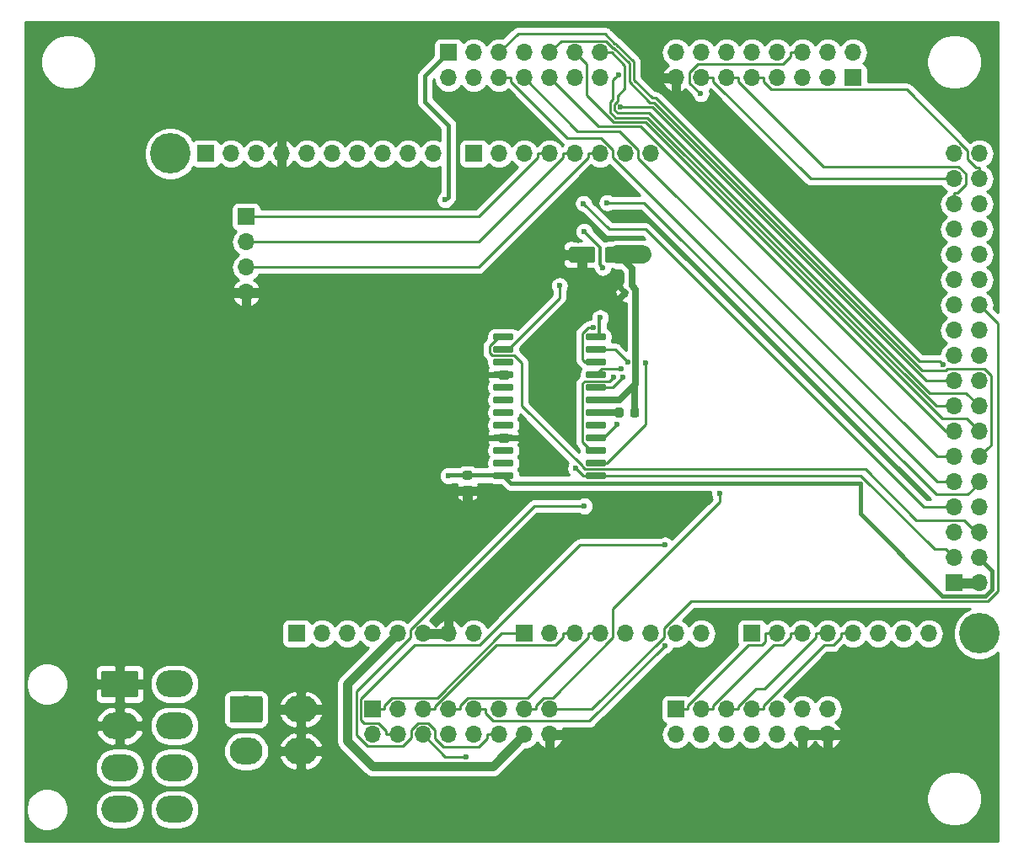
<source format=gbr>
G04 #@! TF.GenerationSoftware,KiCad,Pcbnew,(5.1.4)-1*
G04 #@! TF.CreationDate,2020-12-27T20:28:08-07:00*
G04 #@! TF.ProjectId,ufc_v4_controller,7566635f-7634-45f6-936f-6e74726f6c6c,rev?*
G04 #@! TF.SameCoordinates,Original*
G04 #@! TF.FileFunction,Copper,L1,Top*
G04 #@! TF.FilePolarity,Positive*
%FSLAX46Y46*%
G04 Gerber Fmt 4.6, Leading zero omitted, Abs format (unit mm)*
G04 Created by KiCad (PCBNEW (5.1.4)-1) date 2020-12-27 20:28:08*
%MOMM*%
%LPD*%
G04 APERTURE LIST*
%ADD10O,3.300000X2.700000*%
%ADD11C,0.100000*%
%ADD12C,2.700000*%
%ADD13O,1.700000X1.700000*%
%ADD14R,1.700000X1.700000*%
%ADD15C,4.064000*%
%ADD16C,1.600000*%
%ADD17C,0.590000*%
%ADD18O,3.700000X2.700000*%
%ADD19C,0.875000*%
%ADD20C,0.600000*%
%ADD21C,1.200000*%
%ADD22C,0.914400*%
%ADD23C,0.250000*%
%ADD24C,0.635000*%
%ADD25C,1.828800*%
%ADD26C,0.457200*%
%ADD27C,0.304800*%
%ADD28C,0.254000*%
G04 APERTURE END LIST*
D10*
X131738000Y-130946000D03*
X131738000Y-126746000D03*
X126238000Y-130946000D03*
D11*
G36*
X127662503Y-125397204D02*
G01*
X127686772Y-125400804D01*
X127710570Y-125406765D01*
X127733670Y-125415030D01*
X127755849Y-125425520D01*
X127776892Y-125438133D01*
X127796598Y-125452748D01*
X127814776Y-125469224D01*
X127831252Y-125487402D01*
X127845867Y-125507108D01*
X127858480Y-125528151D01*
X127868970Y-125550330D01*
X127877235Y-125573430D01*
X127883196Y-125597228D01*
X127886796Y-125621497D01*
X127888000Y-125646001D01*
X127888000Y-127845999D01*
X127886796Y-127870503D01*
X127883196Y-127894772D01*
X127877235Y-127918570D01*
X127868970Y-127941670D01*
X127858480Y-127963849D01*
X127845867Y-127984892D01*
X127831252Y-128004598D01*
X127814776Y-128022776D01*
X127796598Y-128039252D01*
X127776892Y-128053867D01*
X127755849Y-128066480D01*
X127733670Y-128076970D01*
X127710570Y-128085235D01*
X127686772Y-128091196D01*
X127662503Y-128094796D01*
X127637999Y-128096000D01*
X124838001Y-128096000D01*
X124813497Y-128094796D01*
X124789228Y-128091196D01*
X124765430Y-128085235D01*
X124742330Y-128076970D01*
X124720151Y-128066480D01*
X124699108Y-128053867D01*
X124679402Y-128039252D01*
X124661224Y-128022776D01*
X124644748Y-128004598D01*
X124630133Y-127984892D01*
X124617520Y-127963849D01*
X124607030Y-127941670D01*
X124598765Y-127918570D01*
X124592804Y-127894772D01*
X124589204Y-127870503D01*
X124588000Y-127845999D01*
X124588000Y-125646001D01*
X124589204Y-125621497D01*
X124592804Y-125597228D01*
X124598765Y-125573430D01*
X124607030Y-125550330D01*
X124617520Y-125528151D01*
X124630133Y-125507108D01*
X124644748Y-125487402D01*
X124661224Y-125469224D01*
X124679402Y-125452748D01*
X124699108Y-125438133D01*
X124720151Y-125425520D01*
X124742330Y-125415030D01*
X124765430Y-125406765D01*
X124789228Y-125400804D01*
X124813497Y-125397204D01*
X124838001Y-125396000D01*
X127637999Y-125396000D01*
X127662503Y-125397204D01*
X127662503Y-125397204D01*
G37*
D12*
X126238000Y-126746000D03*
D13*
X156718000Y-129286000D03*
X156718000Y-126746000D03*
X154178000Y-129286000D03*
X154178000Y-126746000D03*
X151638000Y-129286000D03*
X151638000Y-126746000D03*
X149098000Y-129286000D03*
X149098000Y-126746000D03*
X146558000Y-129286000D03*
X146558000Y-126746000D03*
X144018000Y-129286000D03*
X144018000Y-126746000D03*
X141478000Y-129286000D03*
X141478000Y-126746000D03*
X138938000Y-129286000D03*
D14*
X138938000Y-126746000D03*
X122174000Y-70866000D03*
D13*
X124714000Y-70866000D03*
X127254000Y-70866000D03*
X129794000Y-70866000D03*
X132334000Y-70866000D03*
X134874000Y-70866000D03*
X137414000Y-70866000D03*
X139954000Y-70866000D03*
X142494000Y-70866000D03*
X145034000Y-70866000D03*
X166878000Y-70866000D03*
X164338000Y-70866000D03*
X161798000Y-70866000D03*
X159258000Y-70866000D03*
X156718000Y-70866000D03*
X154178000Y-70866000D03*
X151638000Y-70866000D03*
D14*
X149098000Y-70866000D03*
X197358000Y-114046000D03*
D13*
X199898000Y-114046000D03*
X197358000Y-111506000D03*
X199898000Y-111506000D03*
X197358000Y-108966000D03*
X199898000Y-108966000D03*
X197358000Y-106426000D03*
X199898000Y-106426000D03*
X197358000Y-103886000D03*
X199898000Y-103886000D03*
X197358000Y-101346000D03*
X199898000Y-101346000D03*
X197358000Y-98806000D03*
X199898000Y-98806000D03*
X197358000Y-96266000D03*
X199898000Y-96266000D03*
X197358000Y-93726000D03*
X199898000Y-93726000D03*
X197358000Y-91186000D03*
X199898000Y-91186000D03*
X197358000Y-88646000D03*
X199898000Y-88646000D03*
X197358000Y-86106000D03*
X199898000Y-86106000D03*
X197358000Y-83566000D03*
X199898000Y-83566000D03*
X197358000Y-81026000D03*
X199898000Y-81026000D03*
X197358000Y-78486000D03*
X199898000Y-78486000D03*
X197358000Y-75946000D03*
X199898000Y-75946000D03*
X197358000Y-73406000D03*
X199898000Y-73406000D03*
X197358000Y-70866000D03*
X199898000Y-70866000D03*
D15*
X199898000Y-119126000D03*
X118618000Y-70866000D03*
D14*
X131318000Y-119126000D03*
D13*
X133858000Y-119126000D03*
X136398000Y-119126000D03*
X138938000Y-119126000D03*
X141478000Y-119126000D03*
X144018000Y-119126000D03*
X146558000Y-119126000D03*
X149098000Y-119126000D03*
D14*
X154178000Y-119126000D03*
D13*
X156718000Y-119126000D03*
X159258000Y-119126000D03*
X161798000Y-119126000D03*
X164338000Y-119126000D03*
X166878000Y-119126000D03*
X169418000Y-119126000D03*
X171958000Y-119126000D03*
D14*
X177038000Y-119126000D03*
D13*
X179578000Y-119126000D03*
X182118000Y-119126000D03*
X184658000Y-119126000D03*
X187198000Y-119126000D03*
X189738000Y-119126000D03*
X192278000Y-119126000D03*
X194818000Y-119126000D03*
D11*
G36*
X164672504Y-80227204D02*
G01*
X164696773Y-80230804D01*
X164720571Y-80236765D01*
X164743671Y-80245030D01*
X164765849Y-80255520D01*
X164786893Y-80268133D01*
X164806598Y-80282747D01*
X164824777Y-80299223D01*
X164841253Y-80317402D01*
X164855867Y-80337107D01*
X164868480Y-80358151D01*
X164878970Y-80380329D01*
X164887235Y-80403429D01*
X164893196Y-80427227D01*
X164896796Y-80451496D01*
X164898000Y-80476000D01*
X164898000Y-81576000D01*
X164896796Y-81600504D01*
X164893196Y-81624773D01*
X164887235Y-81648571D01*
X164878970Y-81671671D01*
X164868480Y-81693849D01*
X164855867Y-81714893D01*
X164841253Y-81734598D01*
X164824777Y-81752777D01*
X164806598Y-81769253D01*
X164786893Y-81783867D01*
X164765849Y-81796480D01*
X164743671Y-81806970D01*
X164720571Y-81815235D01*
X164696773Y-81821196D01*
X164672504Y-81824796D01*
X164648000Y-81826000D01*
X162548000Y-81826000D01*
X162523496Y-81824796D01*
X162499227Y-81821196D01*
X162475429Y-81815235D01*
X162452329Y-81806970D01*
X162430151Y-81796480D01*
X162409107Y-81783867D01*
X162389402Y-81769253D01*
X162371223Y-81752777D01*
X162354747Y-81734598D01*
X162340133Y-81714893D01*
X162327520Y-81693849D01*
X162317030Y-81671671D01*
X162308765Y-81648571D01*
X162302804Y-81624773D01*
X162299204Y-81600504D01*
X162298000Y-81576000D01*
X162298000Y-80476000D01*
X162299204Y-80451496D01*
X162302804Y-80427227D01*
X162308765Y-80403429D01*
X162317030Y-80380329D01*
X162327520Y-80358151D01*
X162340133Y-80337107D01*
X162354747Y-80317402D01*
X162371223Y-80299223D01*
X162389402Y-80282747D01*
X162409107Y-80268133D01*
X162430151Y-80255520D01*
X162452329Y-80245030D01*
X162475429Y-80236765D01*
X162499227Y-80230804D01*
X162523496Y-80227204D01*
X162548000Y-80226000D01*
X164648000Y-80226000D01*
X164672504Y-80227204D01*
X164672504Y-80227204D01*
G37*
D16*
X163598000Y-81026000D03*
D11*
G36*
X161072504Y-80227204D02*
G01*
X161096773Y-80230804D01*
X161120571Y-80236765D01*
X161143671Y-80245030D01*
X161165849Y-80255520D01*
X161186893Y-80268133D01*
X161206598Y-80282747D01*
X161224777Y-80299223D01*
X161241253Y-80317402D01*
X161255867Y-80337107D01*
X161268480Y-80358151D01*
X161278970Y-80380329D01*
X161287235Y-80403429D01*
X161293196Y-80427227D01*
X161296796Y-80451496D01*
X161298000Y-80476000D01*
X161298000Y-81576000D01*
X161296796Y-81600504D01*
X161293196Y-81624773D01*
X161287235Y-81648571D01*
X161278970Y-81671671D01*
X161268480Y-81693849D01*
X161255867Y-81714893D01*
X161241253Y-81734598D01*
X161224777Y-81752777D01*
X161206598Y-81769253D01*
X161186893Y-81783867D01*
X161165849Y-81796480D01*
X161143671Y-81806970D01*
X161120571Y-81815235D01*
X161096773Y-81821196D01*
X161072504Y-81824796D01*
X161048000Y-81826000D01*
X158948000Y-81826000D01*
X158923496Y-81824796D01*
X158899227Y-81821196D01*
X158875429Y-81815235D01*
X158852329Y-81806970D01*
X158830151Y-81796480D01*
X158809107Y-81783867D01*
X158789402Y-81769253D01*
X158771223Y-81752777D01*
X158754747Y-81734598D01*
X158740133Y-81714893D01*
X158727520Y-81693849D01*
X158717030Y-81671671D01*
X158708765Y-81648571D01*
X158702804Y-81624773D01*
X158699204Y-81600504D01*
X158698000Y-81576000D01*
X158698000Y-80476000D01*
X158699204Y-80451496D01*
X158702804Y-80427227D01*
X158708765Y-80403429D01*
X158717030Y-80380329D01*
X158727520Y-80358151D01*
X158740133Y-80337107D01*
X158754747Y-80317402D01*
X158771223Y-80299223D01*
X158789402Y-80282747D01*
X158809107Y-80268133D01*
X158830151Y-80255520D01*
X158852329Y-80245030D01*
X158875429Y-80236765D01*
X158899227Y-80230804D01*
X158923496Y-80227204D01*
X158948000Y-80226000D01*
X161048000Y-80226000D01*
X161072504Y-80227204D01*
X161072504Y-80227204D01*
G37*
D16*
X159998000Y-81026000D03*
D11*
G36*
X165020727Y-83777089D02*
G01*
X165035045Y-83779213D01*
X165049086Y-83782730D01*
X165062715Y-83787607D01*
X165075800Y-83793796D01*
X165088216Y-83801237D01*
X165099842Y-83809860D01*
X165110567Y-83819581D01*
X165354519Y-84063533D01*
X165364240Y-84074258D01*
X165372863Y-84085884D01*
X165380304Y-84098300D01*
X165386493Y-84111385D01*
X165391370Y-84125014D01*
X165394887Y-84139055D01*
X165397011Y-84153373D01*
X165397721Y-84167831D01*
X165397011Y-84182289D01*
X165394887Y-84196607D01*
X165391370Y-84210648D01*
X165386493Y-84224277D01*
X165380304Y-84237362D01*
X165372863Y-84249778D01*
X165364240Y-84261404D01*
X165354519Y-84272129D01*
X165145923Y-84480725D01*
X165135198Y-84490446D01*
X165123572Y-84499069D01*
X165111156Y-84506510D01*
X165098071Y-84512699D01*
X165084442Y-84517576D01*
X165070401Y-84521093D01*
X165056083Y-84523217D01*
X165041625Y-84523927D01*
X165027167Y-84523217D01*
X165012849Y-84521093D01*
X164998808Y-84517576D01*
X164985179Y-84512699D01*
X164972094Y-84506510D01*
X164959678Y-84499069D01*
X164948052Y-84490446D01*
X164937327Y-84480725D01*
X164693375Y-84236773D01*
X164683654Y-84226048D01*
X164675031Y-84214422D01*
X164667590Y-84202006D01*
X164661401Y-84188921D01*
X164656524Y-84175292D01*
X164653007Y-84161251D01*
X164650883Y-84146933D01*
X164650173Y-84132475D01*
X164650883Y-84118017D01*
X164653007Y-84103699D01*
X164656524Y-84089658D01*
X164661401Y-84076029D01*
X164667590Y-84062944D01*
X164675031Y-84050528D01*
X164683654Y-84038902D01*
X164693375Y-84028177D01*
X164901971Y-83819581D01*
X164912696Y-83809860D01*
X164924322Y-83801237D01*
X164936738Y-83793796D01*
X164949823Y-83787607D01*
X164963452Y-83782730D01*
X164977493Y-83779213D01*
X164991811Y-83777089D01*
X165006269Y-83776379D01*
X165020727Y-83777089D01*
X165020727Y-83777089D01*
G37*
D17*
X165023947Y-84150153D03*
D11*
G36*
X164334833Y-84462983D02*
G01*
X164349151Y-84465107D01*
X164363192Y-84468624D01*
X164376821Y-84473501D01*
X164389906Y-84479690D01*
X164402322Y-84487131D01*
X164413948Y-84495754D01*
X164424673Y-84505475D01*
X164668625Y-84749427D01*
X164678346Y-84760152D01*
X164686969Y-84771778D01*
X164694410Y-84784194D01*
X164700599Y-84797279D01*
X164705476Y-84810908D01*
X164708993Y-84824949D01*
X164711117Y-84839267D01*
X164711827Y-84853725D01*
X164711117Y-84868183D01*
X164708993Y-84882501D01*
X164705476Y-84896542D01*
X164700599Y-84910171D01*
X164694410Y-84923256D01*
X164686969Y-84935672D01*
X164678346Y-84947298D01*
X164668625Y-84958023D01*
X164460029Y-85166619D01*
X164449304Y-85176340D01*
X164437678Y-85184963D01*
X164425262Y-85192404D01*
X164412177Y-85198593D01*
X164398548Y-85203470D01*
X164384507Y-85206987D01*
X164370189Y-85209111D01*
X164355731Y-85209821D01*
X164341273Y-85209111D01*
X164326955Y-85206987D01*
X164312914Y-85203470D01*
X164299285Y-85198593D01*
X164286200Y-85192404D01*
X164273784Y-85184963D01*
X164262158Y-85176340D01*
X164251433Y-85166619D01*
X164007481Y-84922667D01*
X163997760Y-84911942D01*
X163989137Y-84900316D01*
X163981696Y-84887900D01*
X163975507Y-84874815D01*
X163970630Y-84861186D01*
X163967113Y-84847145D01*
X163964989Y-84832827D01*
X163964279Y-84818369D01*
X163964989Y-84803911D01*
X163967113Y-84789593D01*
X163970630Y-84775552D01*
X163975507Y-84761923D01*
X163981696Y-84748838D01*
X163989137Y-84736422D01*
X163997760Y-84724796D01*
X164007481Y-84714071D01*
X164216077Y-84505475D01*
X164226802Y-84495754D01*
X164238428Y-84487131D01*
X164250844Y-84479690D01*
X164263929Y-84473501D01*
X164277558Y-84468624D01*
X164291599Y-84465107D01*
X164305917Y-84462983D01*
X164320375Y-84462273D01*
X164334833Y-84462983D01*
X164334833Y-84462983D01*
G37*
D17*
X164338053Y-84836047D03*
D11*
G36*
X115162503Y-122857204D02*
G01*
X115186772Y-122860804D01*
X115210570Y-122866765D01*
X115233670Y-122875030D01*
X115255849Y-122885520D01*
X115276892Y-122898133D01*
X115296598Y-122912748D01*
X115314776Y-122929224D01*
X115331252Y-122947402D01*
X115345867Y-122967108D01*
X115358480Y-122988151D01*
X115368970Y-123010330D01*
X115377235Y-123033430D01*
X115383196Y-123057228D01*
X115386796Y-123081497D01*
X115388000Y-123106001D01*
X115388000Y-125305999D01*
X115386796Y-125330503D01*
X115383196Y-125354772D01*
X115377235Y-125378570D01*
X115368970Y-125401670D01*
X115358480Y-125423849D01*
X115345867Y-125444892D01*
X115331252Y-125464598D01*
X115314776Y-125482776D01*
X115296598Y-125499252D01*
X115276892Y-125513867D01*
X115255849Y-125526480D01*
X115233670Y-125536970D01*
X115210570Y-125545235D01*
X115186772Y-125551196D01*
X115162503Y-125554796D01*
X115137999Y-125556000D01*
X111938001Y-125556000D01*
X111913497Y-125554796D01*
X111889228Y-125551196D01*
X111865430Y-125545235D01*
X111842330Y-125536970D01*
X111820151Y-125526480D01*
X111799108Y-125513867D01*
X111779402Y-125499252D01*
X111761224Y-125482776D01*
X111744748Y-125464598D01*
X111730133Y-125444892D01*
X111717520Y-125423849D01*
X111707030Y-125401670D01*
X111698765Y-125378570D01*
X111692804Y-125354772D01*
X111689204Y-125330503D01*
X111688000Y-125305999D01*
X111688000Y-123106001D01*
X111689204Y-123081497D01*
X111692804Y-123057228D01*
X111698765Y-123033430D01*
X111707030Y-123010330D01*
X111717520Y-122988151D01*
X111730133Y-122967108D01*
X111744748Y-122947402D01*
X111761224Y-122929224D01*
X111779402Y-122912748D01*
X111799108Y-122898133D01*
X111820151Y-122885520D01*
X111842330Y-122875030D01*
X111865430Y-122866765D01*
X111889228Y-122860804D01*
X111913497Y-122857204D01*
X111938001Y-122856000D01*
X115137999Y-122856000D01*
X115162503Y-122857204D01*
X115162503Y-122857204D01*
G37*
D12*
X113538000Y-124206000D03*
D18*
X113538000Y-128406000D03*
X113538000Y-132606000D03*
X113538000Y-136806000D03*
X119038000Y-124206000D03*
X119038000Y-128406000D03*
X119038000Y-132606000D03*
X119038000Y-136806000D03*
D13*
X161798000Y-63246000D03*
X161798000Y-60706000D03*
X159258000Y-63246000D03*
X159258000Y-60706000D03*
X156718000Y-63246000D03*
X156718000Y-60706000D03*
X154178000Y-63246000D03*
X154178000Y-60706000D03*
X151638000Y-63246000D03*
X151638000Y-60706000D03*
X149098000Y-63246000D03*
X149098000Y-60706000D03*
X146558000Y-63246000D03*
D14*
X146558000Y-60706000D03*
X169418000Y-126746000D03*
D13*
X169418000Y-129286000D03*
X171958000Y-126746000D03*
X171958000Y-129286000D03*
X174498000Y-126746000D03*
X174498000Y-129286000D03*
X177038000Y-126746000D03*
X177038000Y-129286000D03*
X179578000Y-126746000D03*
X179578000Y-129286000D03*
X182118000Y-126746000D03*
X182118000Y-129286000D03*
X184658000Y-126746000D03*
X184658000Y-129286000D03*
D14*
X126238000Y-77216000D03*
D13*
X126238000Y-79756000D03*
X126238000Y-82296000D03*
X126238000Y-84836000D03*
D14*
X187198000Y-63246000D03*
D13*
X187198000Y-60706000D03*
X184658000Y-63246000D03*
X184658000Y-60706000D03*
X182118000Y-63246000D03*
X182118000Y-60706000D03*
X179578000Y-63246000D03*
X179578000Y-60706000D03*
X177038000Y-63246000D03*
X177038000Y-60706000D03*
X174498000Y-63246000D03*
X174498000Y-60706000D03*
X171958000Y-63246000D03*
X171958000Y-60706000D03*
X169418000Y-63246000D03*
X169418000Y-60706000D03*
D11*
G36*
X163943691Y-96427053D02*
G01*
X163964926Y-96430203D01*
X163985750Y-96435419D01*
X164005962Y-96442651D01*
X164025368Y-96451830D01*
X164043781Y-96462866D01*
X164061024Y-96475654D01*
X164076930Y-96490070D01*
X164091346Y-96505976D01*
X164104134Y-96523219D01*
X164115170Y-96541632D01*
X164124349Y-96561038D01*
X164131581Y-96581250D01*
X164136797Y-96602074D01*
X164139947Y-96623309D01*
X164141000Y-96644750D01*
X164141000Y-97157250D01*
X164139947Y-97178691D01*
X164136797Y-97199926D01*
X164131581Y-97220750D01*
X164124349Y-97240962D01*
X164115170Y-97260368D01*
X164104134Y-97278781D01*
X164091346Y-97296024D01*
X164076930Y-97311930D01*
X164061024Y-97326346D01*
X164043781Y-97339134D01*
X164025368Y-97350170D01*
X164005962Y-97359349D01*
X163985750Y-97366581D01*
X163964926Y-97371797D01*
X163943691Y-97374947D01*
X163922250Y-97376000D01*
X163484750Y-97376000D01*
X163463309Y-97374947D01*
X163442074Y-97371797D01*
X163421250Y-97366581D01*
X163401038Y-97359349D01*
X163381632Y-97350170D01*
X163363219Y-97339134D01*
X163345976Y-97326346D01*
X163330070Y-97311930D01*
X163315654Y-97296024D01*
X163302866Y-97278781D01*
X163291830Y-97260368D01*
X163282651Y-97240962D01*
X163275419Y-97220750D01*
X163270203Y-97199926D01*
X163267053Y-97178691D01*
X163266000Y-97157250D01*
X163266000Y-96644750D01*
X163267053Y-96623309D01*
X163270203Y-96602074D01*
X163275419Y-96581250D01*
X163282651Y-96561038D01*
X163291830Y-96541632D01*
X163302866Y-96523219D01*
X163315654Y-96505976D01*
X163330070Y-96490070D01*
X163345976Y-96475654D01*
X163363219Y-96462866D01*
X163381632Y-96451830D01*
X163401038Y-96442651D01*
X163421250Y-96435419D01*
X163442074Y-96430203D01*
X163463309Y-96427053D01*
X163484750Y-96426000D01*
X163922250Y-96426000D01*
X163943691Y-96427053D01*
X163943691Y-96427053D01*
G37*
D19*
X163703500Y-96901000D03*
D11*
G36*
X165518691Y-96427053D02*
G01*
X165539926Y-96430203D01*
X165560750Y-96435419D01*
X165580962Y-96442651D01*
X165600368Y-96451830D01*
X165618781Y-96462866D01*
X165636024Y-96475654D01*
X165651930Y-96490070D01*
X165666346Y-96505976D01*
X165679134Y-96523219D01*
X165690170Y-96541632D01*
X165699349Y-96561038D01*
X165706581Y-96581250D01*
X165711797Y-96602074D01*
X165714947Y-96623309D01*
X165716000Y-96644750D01*
X165716000Y-97157250D01*
X165714947Y-97178691D01*
X165711797Y-97199926D01*
X165706581Y-97220750D01*
X165699349Y-97240962D01*
X165690170Y-97260368D01*
X165679134Y-97278781D01*
X165666346Y-97296024D01*
X165651930Y-97311930D01*
X165636024Y-97326346D01*
X165618781Y-97339134D01*
X165600368Y-97350170D01*
X165580962Y-97359349D01*
X165560750Y-97366581D01*
X165539926Y-97371797D01*
X165518691Y-97374947D01*
X165497250Y-97376000D01*
X165059750Y-97376000D01*
X165038309Y-97374947D01*
X165017074Y-97371797D01*
X164996250Y-97366581D01*
X164976038Y-97359349D01*
X164956632Y-97350170D01*
X164938219Y-97339134D01*
X164920976Y-97326346D01*
X164905070Y-97311930D01*
X164890654Y-97296024D01*
X164877866Y-97278781D01*
X164866830Y-97260368D01*
X164857651Y-97240962D01*
X164850419Y-97220750D01*
X164845203Y-97199926D01*
X164842053Y-97178691D01*
X164841000Y-97157250D01*
X164841000Y-96644750D01*
X164842053Y-96623309D01*
X164845203Y-96602074D01*
X164850419Y-96581250D01*
X164857651Y-96561038D01*
X164866830Y-96541632D01*
X164877866Y-96523219D01*
X164890654Y-96505976D01*
X164905070Y-96490070D01*
X164920976Y-96475654D01*
X164938219Y-96462866D01*
X164956632Y-96451830D01*
X164976038Y-96442651D01*
X164996250Y-96435419D01*
X165017074Y-96430203D01*
X165038309Y-96427053D01*
X165059750Y-96426000D01*
X165497250Y-96426000D01*
X165518691Y-96427053D01*
X165518691Y-96427053D01*
G37*
D19*
X165278500Y-96901000D03*
D11*
G36*
X148740691Y-102764053D02*
G01*
X148761926Y-102767203D01*
X148782750Y-102772419D01*
X148802962Y-102779651D01*
X148822368Y-102788830D01*
X148840781Y-102799866D01*
X148858024Y-102812654D01*
X148873930Y-102827070D01*
X148888346Y-102842976D01*
X148901134Y-102860219D01*
X148912170Y-102878632D01*
X148921349Y-102898038D01*
X148928581Y-102918250D01*
X148933797Y-102939074D01*
X148936947Y-102960309D01*
X148938000Y-102981750D01*
X148938000Y-103419250D01*
X148936947Y-103440691D01*
X148933797Y-103461926D01*
X148928581Y-103482750D01*
X148921349Y-103502962D01*
X148912170Y-103522368D01*
X148901134Y-103540781D01*
X148888346Y-103558024D01*
X148873930Y-103573930D01*
X148858024Y-103588346D01*
X148840781Y-103601134D01*
X148822368Y-103612170D01*
X148802962Y-103621349D01*
X148782750Y-103628581D01*
X148761926Y-103633797D01*
X148740691Y-103636947D01*
X148719250Y-103638000D01*
X148206750Y-103638000D01*
X148185309Y-103636947D01*
X148164074Y-103633797D01*
X148143250Y-103628581D01*
X148123038Y-103621349D01*
X148103632Y-103612170D01*
X148085219Y-103601134D01*
X148067976Y-103588346D01*
X148052070Y-103573930D01*
X148037654Y-103558024D01*
X148024866Y-103540781D01*
X148013830Y-103522368D01*
X148004651Y-103502962D01*
X147997419Y-103482750D01*
X147992203Y-103461926D01*
X147989053Y-103440691D01*
X147988000Y-103419250D01*
X147988000Y-102981750D01*
X147989053Y-102960309D01*
X147992203Y-102939074D01*
X147997419Y-102918250D01*
X148004651Y-102898038D01*
X148013830Y-102878632D01*
X148024866Y-102860219D01*
X148037654Y-102842976D01*
X148052070Y-102827070D01*
X148067976Y-102812654D01*
X148085219Y-102799866D01*
X148103632Y-102788830D01*
X148123038Y-102779651D01*
X148143250Y-102772419D01*
X148164074Y-102767203D01*
X148185309Y-102764053D01*
X148206750Y-102763000D01*
X148719250Y-102763000D01*
X148740691Y-102764053D01*
X148740691Y-102764053D01*
G37*
D19*
X148463000Y-103200500D03*
D11*
G36*
X148740691Y-104339053D02*
G01*
X148761926Y-104342203D01*
X148782750Y-104347419D01*
X148802962Y-104354651D01*
X148822368Y-104363830D01*
X148840781Y-104374866D01*
X148858024Y-104387654D01*
X148873930Y-104402070D01*
X148888346Y-104417976D01*
X148901134Y-104435219D01*
X148912170Y-104453632D01*
X148921349Y-104473038D01*
X148928581Y-104493250D01*
X148933797Y-104514074D01*
X148936947Y-104535309D01*
X148938000Y-104556750D01*
X148938000Y-104994250D01*
X148936947Y-105015691D01*
X148933797Y-105036926D01*
X148928581Y-105057750D01*
X148921349Y-105077962D01*
X148912170Y-105097368D01*
X148901134Y-105115781D01*
X148888346Y-105133024D01*
X148873930Y-105148930D01*
X148858024Y-105163346D01*
X148840781Y-105176134D01*
X148822368Y-105187170D01*
X148802962Y-105196349D01*
X148782750Y-105203581D01*
X148761926Y-105208797D01*
X148740691Y-105211947D01*
X148719250Y-105213000D01*
X148206750Y-105213000D01*
X148185309Y-105211947D01*
X148164074Y-105208797D01*
X148143250Y-105203581D01*
X148123038Y-105196349D01*
X148103632Y-105187170D01*
X148085219Y-105176134D01*
X148067976Y-105163346D01*
X148052070Y-105148930D01*
X148037654Y-105133024D01*
X148024866Y-105115781D01*
X148013830Y-105097368D01*
X148004651Y-105077962D01*
X147997419Y-105057750D01*
X147992203Y-105036926D01*
X147989053Y-105015691D01*
X147988000Y-104994250D01*
X147988000Y-104556750D01*
X147989053Y-104535309D01*
X147992203Y-104514074D01*
X147997419Y-104493250D01*
X148004651Y-104473038D01*
X148013830Y-104453632D01*
X148024866Y-104435219D01*
X148037654Y-104417976D01*
X148052070Y-104402070D01*
X148067976Y-104387654D01*
X148085219Y-104374866D01*
X148103632Y-104363830D01*
X148123038Y-104354651D01*
X148143250Y-104347419D01*
X148164074Y-104342203D01*
X148185309Y-104339053D01*
X148206750Y-104338000D01*
X148719250Y-104338000D01*
X148740691Y-104339053D01*
X148740691Y-104339053D01*
G37*
D19*
X148463000Y-104775500D03*
D11*
G36*
X152957703Y-88981722D02*
G01*
X152972264Y-88983882D01*
X152986543Y-88987459D01*
X153000403Y-88992418D01*
X153013710Y-88998712D01*
X153026336Y-89006280D01*
X153038159Y-89015048D01*
X153049066Y-89024934D01*
X153058952Y-89035841D01*
X153067720Y-89047664D01*
X153075288Y-89060290D01*
X153081582Y-89073597D01*
X153086541Y-89087457D01*
X153090118Y-89101736D01*
X153092278Y-89116297D01*
X153093000Y-89131000D01*
X153093000Y-89431000D01*
X153092278Y-89445703D01*
X153090118Y-89460264D01*
X153086541Y-89474543D01*
X153081582Y-89488403D01*
X153075288Y-89501710D01*
X153067720Y-89514336D01*
X153058952Y-89526159D01*
X153049066Y-89537066D01*
X153038159Y-89546952D01*
X153026336Y-89555720D01*
X153013710Y-89563288D01*
X153000403Y-89569582D01*
X152986543Y-89574541D01*
X152972264Y-89578118D01*
X152957703Y-89580278D01*
X152943000Y-89581000D01*
X151193000Y-89581000D01*
X151178297Y-89580278D01*
X151163736Y-89578118D01*
X151149457Y-89574541D01*
X151135597Y-89569582D01*
X151122290Y-89563288D01*
X151109664Y-89555720D01*
X151097841Y-89546952D01*
X151086934Y-89537066D01*
X151077048Y-89526159D01*
X151068280Y-89514336D01*
X151060712Y-89501710D01*
X151054418Y-89488403D01*
X151049459Y-89474543D01*
X151045882Y-89460264D01*
X151043722Y-89445703D01*
X151043000Y-89431000D01*
X151043000Y-89131000D01*
X151043722Y-89116297D01*
X151045882Y-89101736D01*
X151049459Y-89087457D01*
X151054418Y-89073597D01*
X151060712Y-89060290D01*
X151068280Y-89047664D01*
X151077048Y-89035841D01*
X151086934Y-89024934D01*
X151097841Y-89015048D01*
X151109664Y-89006280D01*
X151122290Y-88998712D01*
X151135597Y-88992418D01*
X151149457Y-88987459D01*
X151163736Y-88983882D01*
X151178297Y-88981722D01*
X151193000Y-88981000D01*
X152943000Y-88981000D01*
X152957703Y-88981722D01*
X152957703Y-88981722D01*
G37*
D20*
X152068000Y-89281000D03*
D11*
G36*
X152957703Y-90251722D02*
G01*
X152972264Y-90253882D01*
X152986543Y-90257459D01*
X153000403Y-90262418D01*
X153013710Y-90268712D01*
X153026336Y-90276280D01*
X153038159Y-90285048D01*
X153049066Y-90294934D01*
X153058952Y-90305841D01*
X153067720Y-90317664D01*
X153075288Y-90330290D01*
X153081582Y-90343597D01*
X153086541Y-90357457D01*
X153090118Y-90371736D01*
X153092278Y-90386297D01*
X153093000Y-90401000D01*
X153093000Y-90701000D01*
X153092278Y-90715703D01*
X153090118Y-90730264D01*
X153086541Y-90744543D01*
X153081582Y-90758403D01*
X153075288Y-90771710D01*
X153067720Y-90784336D01*
X153058952Y-90796159D01*
X153049066Y-90807066D01*
X153038159Y-90816952D01*
X153026336Y-90825720D01*
X153013710Y-90833288D01*
X153000403Y-90839582D01*
X152986543Y-90844541D01*
X152972264Y-90848118D01*
X152957703Y-90850278D01*
X152943000Y-90851000D01*
X151193000Y-90851000D01*
X151178297Y-90850278D01*
X151163736Y-90848118D01*
X151149457Y-90844541D01*
X151135597Y-90839582D01*
X151122290Y-90833288D01*
X151109664Y-90825720D01*
X151097841Y-90816952D01*
X151086934Y-90807066D01*
X151077048Y-90796159D01*
X151068280Y-90784336D01*
X151060712Y-90771710D01*
X151054418Y-90758403D01*
X151049459Y-90744543D01*
X151045882Y-90730264D01*
X151043722Y-90715703D01*
X151043000Y-90701000D01*
X151043000Y-90401000D01*
X151043722Y-90386297D01*
X151045882Y-90371736D01*
X151049459Y-90357457D01*
X151054418Y-90343597D01*
X151060712Y-90330290D01*
X151068280Y-90317664D01*
X151077048Y-90305841D01*
X151086934Y-90294934D01*
X151097841Y-90285048D01*
X151109664Y-90276280D01*
X151122290Y-90268712D01*
X151135597Y-90262418D01*
X151149457Y-90257459D01*
X151163736Y-90253882D01*
X151178297Y-90251722D01*
X151193000Y-90251000D01*
X152943000Y-90251000D01*
X152957703Y-90251722D01*
X152957703Y-90251722D01*
G37*
D20*
X152068000Y-90551000D03*
D11*
G36*
X152957703Y-91521722D02*
G01*
X152972264Y-91523882D01*
X152986543Y-91527459D01*
X153000403Y-91532418D01*
X153013710Y-91538712D01*
X153026336Y-91546280D01*
X153038159Y-91555048D01*
X153049066Y-91564934D01*
X153058952Y-91575841D01*
X153067720Y-91587664D01*
X153075288Y-91600290D01*
X153081582Y-91613597D01*
X153086541Y-91627457D01*
X153090118Y-91641736D01*
X153092278Y-91656297D01*
X153093000Y-91671000D01*
X153093000Y-91971000D01*
X153092278Y-91985703D01*
X153090118Y-92000264D01*
X153086541Y-92014543D01*
X153081582Y-92028403D01*
X153075288Y-92041710D01*
X153067720Y-92054336D01*
X153058952Y-92066159D01*
X153049066Y-92077066D01*
X153038159Y-92086952D01*
X153026336Y-92095720D01*
X153013710Y-92103288D01*
X153000403Y-92109582D01*
X152986543Y-92114541D01*
X152972264Y-92118118D01*
X152957703Y-92120278D01*
X152943000Y-92121000D01*
X151193000Y-92121000D01*
X151178297Y-92120278D01*
X151163736Y-92118118D01*
X151149457Y-92114541D01*
X151135597Y-92109582D01*
X151122290Y-92103288D01*
X151109664Y-92095720D01*
X151097841Y-92086952D01*
X151086934Y-92077066D01*
X151077048Y-92066159D01*
X151068280Y-92054336D01*
X151060712Y-92041710D01*
X151054418Y-92028403D01*
X151049459Y-92014543D01*
X151045882Y-92000264D01*
X151043722Y-91985703D01*
X151043000Y-91971000D01*
X151043000Y-91671000D01*
X151043722Y-91656297D01*
X151045882Y-91641736D01*
X151049459Y-91627457D01*
X151054418Y-91613597D01*
X151060712Y-91600290D01*
X151068280Y-91587664D01*
X151077048Y-91575841D01*
X151086934Y-91564934D01*
X151097841Y-91555048D01*
X151109664Y-91546280D01*
X151122290Y-91538712D01*
X151135597Y-91532418D01*
X151149457Y-91527459D01*
X151163736Y-91523882D01*
X151178297Y-91521722D01*
X151193000Y-91521000D01*
X152943000Y-91521000D01*
X152957703Y-91521722D01*
X152957703Y-91521722D01*
G37*
D20*
X152068000Y-91821000D03*
D11*
G36*
X152957703Y-92791722D02*
G01*
X152972264Y-92793882D01*
X152986543Y-92797459D01*
X153000403Y-92802418D01*
X153013710Y-92808712D01*
X153026336Y-92816280D01*
X153038159Y-92825048D01*
X153049066Y-92834934D01*
X153058952Y-92845841D01*
X153067720Y-92857664D01*
X153075288Y-92870290D01*
X153081582Y-92883597D01*
X153086541Y-92897457D01*
X153090118Y-92911736D01*
X153092278Y-92926297D01*
X153093000Y-92941000D01*
X153093000Y-93241000D01*
X153092278Y-93255703D01*
X153090118Y-93270264D01*
X153086541Y-93284543D01*
X153081582Y-93298403D01*
X153075288Y-93311710D01*
X153067720Y-93324336D01*
X153058952Y-93336159D01*
X153049066Y-93347066D01*
X153038159Y-93356952D01*
X153026336Y-93365720D01*
X153013710Y-93373288D01*
X153000403Y-93379582D01*
X152986543Y-93384541D01*
X152972264Y-93388118D01*
X152957703Y-93390278D01*
X152943000Y-93391000D01*
X151193000Y-93391000D01*
X151178297Y-93390278D01*
X151163736Y-93388118D01*
X151149457Y-93384541D01*
X151135597Y-93379582D01*
X151122290Y-93373288D01*
X151109664Y-93365720D01*
X151097841Y-93356952D01*
X151086934Y-93347066D01*
X151077048Y-93336159D01*
X151068280Y-93324336D01*
X151060712Y-93311710D01*
X151054418Y-93298403D01*
X151049459Y-93284543D01*
X151045882Y-93270264D01*
X151043722Y-93255703D01*
X151043000Y-93241000D01*
X151043000Y-92941000D01*
X151043722Y-92926297D01*
X151045882Y-92911736D01*
X151049459Y-92897457D01*
X151054418Y-92883597D01*
X151060712Y-92870290D01*
X151068280Y-92857664D01*
X151077048Y-92845841D01*
X151086934Y-92834934D01*
X151097841Y-92825048D01*
X151109664Y-92816280D01*
X151122290Y-92808712D01*
X151135597Y-92802418D01*
X151149457Y-92797459D01*
X151163736Y-92793882D01*
X151178297Y-92791722D01*
X151193000Y-92791000D01*
X152943000Y-92791000D01*
X152957703Y-92791722D01*
X152957703Y-92791722D01*
G37*
D20*
X152068000Y-93091000D03*
D11*
G36*
X152957703Y-94061722D02*
G01*
X152972264Y-94063882D01*
X152986543Y-94067459D01*
X153000403Y-94072418D01*
X153013710Y-94078712D01*
X153026336Y-94086280D01*
X153038159Y-94095048D01*
X153049066Y-94104934D01*
X153058952Y-94115841D01*
X153067720Y-94127664D01*
X153075288Y-94140290D01*
X153081582Y-94153597D01*
X153086541Y-94167457D01*
X153090118Y-94181736D01*
X153092278Y-94196297D01*
X153093000Y-94211000D01*
X153093000Y-94511000D01*
X153092278Y-94525703D01*
X153090118Y-94540264D01*
X153086541Y-94554543D01*
X153081582Y-94568403D01*
X153075288Y-94581710D01*
X153067720Y-94594336D01*
X153058952Y-94606159D01*
X153049066Y-94617066D01*
X153038159Y-94626952D01*
X153026336Y-94635720D01*
X153013710Y-94643288D01*
X153000403Y-94649582D01*
X152986543Y-94654541D01*
X152972264Y-94658118D01*
X152957703Y-94660278D01*
X152943000Y-94661000D01*
X151193000Y-94661000D01*
X151178297Y-94660278D01*
X151163736Y-94658118D01*
X151149457Y-94654541D01*
X151135597Y-94649582D01*
X151122290Y-94643288D01*
X151109664Y-94635720D01*
X151097841Y-94626952D01*
X151086934Y-94617066D01*
X151077048Y-94606159D01*
X151068280Y-94594336D01*
X151060712Y-94581710D01*
X151054418Y-94568403D01*
X151049459Y-94554543D01*
X151045882Y-94540264D01*
X151043722Y-94525703D01*
X151043000Y-94511000D01*
X151043000Y-94211000D01*
X151043722Y-94196297D01*
X151045882Y-94181736D01*
X151049459Y-94167457D01*
X151054418Y-94153597D01*
X151060712Y-94140290D01*
X151068280Y-94127664D01*
X151077048Y-94115841D01*
X151086934Y-94104934D01*
X151097841Y-94095048D01*
X151109664Y-94086280D01*
X151122290Y-94078712D01*
X151135597Y-94072418D01*
X151149457Y-94067459D01*
X151163736Y-94063882D01*
X151178297Y-94061722D01*
X151193000Y-94061000D01*
X152943000Y-94061000D01*
X152957703Y-94061722D01*
X152957703Y-94061722D01*
G37*
D20*
X152068000Y-94361000D03*
D11*
G36*
X152957703Y-95331722D02*
G01*
X152972264Y-95333882D01*
X152986543Y-95337459D01*
X153000403Y-95342418D01*
X153013710Y-95348712D01*
X153026336Y-95356280D01*
X153038159Y-95365048D01*
X153049066Y-95374934D01*
X153058952Y-95385841D01*
X153067720Y-95397664D01*
X153075288Y-95410290D01*
X153081582Y-95423597D01*
X153086541Y-95437457D01*
X153090118Y-95451736D01*
X153092278Y-95466297D01*
X153093000Y-95481000D01*
X153093000Y-95781000D01*
X153092278Y-95795703D01*
X153090118Y-95810264D01*
X153086541Y-95824543D01*
X153081582Y-95838403D01*
X153075288Y-95851710D01*
X153067720Y-95864336D01*
X153058952Y-95876159D01*
X153049066Y-95887066D01*
X153038159Y-95896952D01*
X153026336Y-95905720D01*
X153013710Y-95913288D01*
X153000403Y-95919582D01*
X152986543Y-95924541D01*
X152972264Y-95928118D01*
X152957703Y-95930278D01*
X152943000Y-95931000D01*
X151193000Y-95931000D01*
X151178297Y-95930278D01*
X151163736Y-95928118D01*
X151149457Y-95924541D01*
X151135597Y-95919582D01*
X151122290Y-95913288D01*
X151109664Y-95905720D01*
X151097841Y-95896952D01*
X151086934Y-95887066D01*
X151077048Y-95876159D01*
X151068280Y-95864336D01*
X151060712Y-95851710D01*
X151054418Y-95838403D01*
X151049459Y-95824543D01*
X151045882Y-95810264D01*
X151043722Y-95795703D01*
X151043000Y-95781000D01*
X151043000Y-95481000D01*
X151043722Y-95466297D01*
X151045882Y-95451736D01*
X151049459Y-95437457D01*
X151054418Y-95423597D01*
X151060712Y-95410290D01*
X151068280Y-95397664D01*
X151077048Y-95385841D01*
X151086934Y-95374934D01*
X151097841Y-95365048D01*
X151109664Y-95356280D01*
X151122290Y-95348712D01*
X151135597Y-95342418D01*
X151149457Y-95337459D01*
X151163736Y-95333882D01*
X151178297Y-95331722D01*
X151193000Y-95331000D01*
X152943000Y-95331000D01*
X152957703Y-95331722D01*
X152957703Y-95331722D01*
G37*
D20*
X152068000Y-95631000D03*
D11*
G36*
X152957703Y-96601722D02*
G01*
X152972264Y-96603882D01*
X152986543Y-96607459D01*
X153000403Y-96612418D01*
X153013710Y-96618712D01*
X153026336Y-96626280D01*
X153038159Y-96635048D01*
X153049066Y-96644934D01*
X153058952Y-96655841D01*
X153067720Y-96667664D01*
X153075288Y-96680290D01*
X153081582Y-96693597D01*
X153086541Y-96707457D01*
X153090118Y-96721736D01*
X153092278Y-96736297D01*
X153093000Y-96751000D01*
X153093000Y-97051000D01*
X153092278Y-97065703D01*
X153090118Y-97080264D01*
X153086541Y-97094543D01*
X153081582Y-97108403D01*
X153075288Y-97121710D01*
X153067720Y-97134336D01*
X153058952Y-97146159D01*
X153049066Y-97157066D01*
X153038159Y-97166952D01*
X153026336Y-97175720D01*
X153013710Y-97183288D01*
X153000403Y-97189582D01*
X152986543Y-97194541D01*
X152972264Y-97198118D01*
X152957703Y-97200278D01*
X152943000Y-97201000D01*
X151193000Y-97201000D01*
X151178297Y-97200278D01*
X151163736Y-97198118D01*
X151149457Y-97194541D01*
X151135597Y-97189582D01*
X151122290Y-97183288D01*
X151109664Y-97175720D01*
X151097841Y-97166952D01*
X151086934Y-97157066D01*
X151077048Y-97146159D01*
X151068280Y-97134336D01*
X151060712Y-97121710D01*
X151054418Y-97108403D01*
X151049459Y-97094543D01*
X151045882Y-97080264D01*
X151043722Y-97065703D01*
X151043000Y-97051000D01*
X151043000Y-96751000D01*
X151043722Y-96736297D01*
X151045882Y-96721736D01*
X151049459Y-96707457D01*
X151054418Y-96693597D01*
X151060712Y-96680290D01*
X151068280Y-96667664D01*
X151077048Y-96655841D01*
X151086934Y-96644934D01*
X151097841Y-96635048D01*
X151109664Y-96626280D01*
X151122290Y-96618712D01*
X151135597Y-96612418D01*
X151149457Y-96607459D01*
X151163736Y-96603882D01*
X151178297Y-96601722D01*
X151193000Y-96601000D01*
X152943000Y-96601000D01*
X152957703Y-96601722D01*
X152957703Y-96601722D01*
G37*
D20*
X152068000Y-96901000D03*
D11*
G36*
X152957703Y-97871722D02*
G01*
X152972264Y-97873882D01*
X152986543Y-97877459D01*
X153000403Y-97882418D01*
X153013710Y-97888712D01*
X153026336Y-97896280D01*
X153038159Y-97905048D01*
X153049066Y-97914934D01*
X153058952Y-97925841D01*
X153067720Y-97937664D01*
X153075288Y-97950290D01*
X153081582Y-97963597D01*
X153086541Y-97977457D01*
X153090118Y-97991736D01*
X153092278Y-98006297D01*
X153093000Y-98021000D01*
X153093000Y-98321000D01*
X153092278Y-98335703D01*
X153090118Y-98350264D01*
X153086541Y-98364543D01*
X153081582Y-98378403D01*
X153075288Y-98391710D01*
X153067720Y-98404336D01*
X153058952Y-98416159D01*
X153049066Y-98427066D01*
X153038159Y-98436952D01*
X153026336Y-98445720D01*
X153013710Y-98453288D01*
X153000403Y-98459582D01*
X152986543Y-98464541D01*
X152972264Y-98468118D01*
X152957703Y-98470278D01*
X152943000Y-98471000D01*
X151193000Y-98471000D01*
X151178297Y-98470278D01*
X151163736Y-98468118D01*
X151149457Y-98464541D01*
X151135597Y-98459582D01*
X151122290Y-98453288D01*
X151109664Y-98445720D01*
X151097841Y-98436952D01*
X151086934Y-98427066D01*
X151077048Y-98416159D01*
X151068280Y-98404336D01*
X151060712Y-98391710D01*
X151054418Y-98378403D01*
X151049459Y-98364543D01*
X151045882Y-98350264D01*
X151043722Y-98335703D01*
X151043000Y-98321000D01*
X151043000Y-98021000D01*
X151043722Y-98006297D01*
X151045882Y-97991736D01*
X151049459Y-97977457D01*
X151054418Y-97963597D01*
X151060712Y-97950290D01*
X151068280Y-97937664D01*
X151077048Y-97925841D01*
X151086934Y-97914934D01*
X151097841Y-97905048D01*
X151109664Y-97896280D01*
X151122290Y-97888712D01*
X151135597Y-97882418D01*
X151149457Y-97877459D01*
X151163736Y-97873882D01*
X151178297Y-97871722D01*
X151193000Y-97871000D01*
X152943000Y-97871000D01*
X152957703Y-97871722D01*
X152957703Y-97871722D01*
G37*
D20*
X152068000Y-98171000D03*
D11*
G36*
X152957703Y-99141722D02*
G01*
X152972264Y-99143882D01*
X152986543Y-99147459D01*
X153000403Y-99152418D01*
X153013710Y-99158712D01*
X153026336Y-99166280D01*
X153038159Y-99175048D01*
X153049066Y-99184934D01*
X153058952Y-99195841D01*
X153067720Y-99207664D01*
X153075288Y-99220290D01*
X153081582Y-99233597D01*
X153086541Y-99247457D01*
X153090118Y-99261736D01*
X153092278Y-99276297D01*
X153093000Y-99291000D01*
X153093000Y-99591000D01*
X153092278Y-99605703D01*
X153090118Y-99620264D01*
X153086541Y-99634543D01*
X153081582Y-99648403D01*
X153075288Y-99661710D01*
X153067720Y-99674336D01*
X153058952Y-99686159D01*
X153049066Y-99697066D01*
X153038159Y-99706952D01*
X153026336Y-99715720D01*
X153013710Y-99723288D01*
X153000403Y-99729582D01*
X152986543Y-99734541D01*
X152972264Y-99738118D01*
X152957703Y-99740278D01*
X152943000Y-99741000D01*
X151193000Y-99741000D01*
X151178297Y-99740278D01*
X151163736Y-99738118D01*
X151149457Y-99734541D01*
X151135597Y-99729582D01*
X151122290Y-99723288D01*
X151109664Y-99715720D01*
X151097841Y-99706952D01*
X151086934Y-99697066D01*
X151077048Y-99686159D01*
X151068280Y-99674336D01*
X151060712Y-99661710D01*
X151054418Y-99648403D01*
X151049459Y-99634543D01*
X151045882Y-99620264D01*
X151043722Y-99605703D01*
X151043000Y-99591000D01*
X151043000Y-99291000D01*
X151043722Y-99276297D01*
X151045882Y-99261736D01*
X151049459Y-99247457D01*
X151054418Y-99233597D01*
X151060712Y-99220290D01*
X151068280Y-99207664D01*
X151077048Y-99195841D01*
X151086934Y-99184934D01*
X151097841Y-99175048D01*
X151109664Y-99166280D01*
X151122290Y-99158712D01*
X151135597Y-99152418D01*
X151149457Y-99147459D01*
X151163736Y-99143882D01*
X151178297Y-99141722D01*
X151193000Y-99141000D01*
X152943000Y-99141000D01*
X152957703Y-99141722D01*
X152957703Y-99141722D01*
G37*
D20*
X152068000Y-99441000D03*
D11*
G36*
X152957703Y-100411722D02*
G01*
X152972264Y-100413882D01*
X152986543Y-100417459D01*
X153000403Y-100422418D01*
X153013710Y-100428712D01*
X153026336Y-100436280D01*
X153038159Y-100445048D01*
X153049066Y-100454934D01*
X153058952Y-100465841D01*
X153067720Y-100477664D01*
X153075288Y-100490290D01*
X153081582Y-100503597D01*
X153086541Y-100517457D01*
X153090118Y-100531736D01*
X153092278Y-100546297D01*
X153093000Y-100561000D01*
X153093000Y-100861000D01*
X153092278Y-100875703D01*
X153090118Y-100890264D01*
X153086541Y-100904543D01*
X153081582Y-100918403D01*
X153075288Y-100931710D01*
X153067720Y-100944336D01*
X153058952Y-100956159D01*
X153049066Y-100967066D01*
X153038159Y-100976952D01*
X153026336Y-100985720D01*
X153013710Y-100993288D01*
X153000403Y-100999582D01*
X152986543Y-101004541D01*
X152972264Y-101008118D01*
X152957703Y-101010278D01*
X152943000Y-101011000D01*
X151193000Y-101011000D01*
X151178297Y-101010278D01*
X151163736Y-101008118D01*
X151149457Y-101004541D01*
X151135597Y-100999582D01*
X151122290Y-100993288D01*
X151109664Y-100985720D01*
X151097841Y-100976952D01*
X151086934Y-100967066D01*
X151077048Y-100956159D01*
X151068280Y-100944336D01*
X151060712Y-100931710D01*
X151054418Y-100918403D01*
X151049459Y-100904543D01*
X151045882Y-100890264D01*
X151043722Y-100875703D01*
X151043000Y-100861000D01*
X151043000Y-100561000D01*
X151043722Y-100546297D01*
X151045882Y-100531736D01*
X151049459Y-100517457D01*
X151054418Y-100503597D01*
X151060712Y-100490290D01*
X151068280Y-100477664D01*
X151077048Y-100465841D01*
X151086934Y-100454934D01*
X151097841Y-100445048D01*
X151109664Y-100436280D01*
X151122290Y-100428712D01*
X151135597Y-100422418D01*
X151149457Y-100417459D01*
X151163736Y-100413882D01*
X151178297Y-100411722D01*
X151193000Y-100411000D01*
X152943000Y-100411000D01*
X152957703Y-100411722D01*
X152957703Y-100411722D01*
G37*
D20*
X152068000Y-100711000D03*
D11*
G36*
X152957703Y-101681722D02*
G01*
X152972264Y-101683882D01*
X152986543Y-101687459D01*
X153000403Y-101692418D01*
X153013710Y-101698712D01*
X153026336Y-101706280D01*
X153038159Y-101715048D01*
X153049066Y-101724934D01*
X153058952Y-101735841D01*
X153067720Y-101747664D01*
X153075288Y-101760290D01*
X153081582Y-101773597D01*
X153086541Y-101787457D01*
X153090118Y-101801736D01*
X153092278Y-101816297D01*
X153093000Y-101831000D01*
X153093000Y-102131000D01*
X153092278Y-102145703D01*
X153090118Y-102160264D01*
X153086541Y-102174543D01*
X153081582Y-102188403D01*
X153075288Y-102201710D01*
X153067720Y-102214336D01*
X153058952Y-102226159D01*
X153049066Y-102237066D01*
X153038159Y-102246952D01*
X153026336Y-102255720D01*
X153013710Y-102263288D01*
X153000403Y-102269582D01*
X152986543Y-102274541D01*
X152972264Y-102278118D01*
X152957703Y-102280278D01*
X152943000Y-102281000D01*
X151193000Y-102281000D01*
X151178297Y-102280278D01*
X151163736Y-102278118D01*
X151149457Y-102274541D01*
X151135597Y-102269582D01*
X151122290Y-102263288D01*
X151109664Y-102255720D01*
X151097841Y-102246952D01*
X151086934Y-102237066D01*
X151077048Y-102226159D01*
X151068280Y-102214336D01*
X151060712Y-102201710D01*
X151054418Y-102188403D01*
X151049459Y-102174543D01*
X151045882Y-102160264D01*
X151043722Y-102145703D01*
X151043000Y-102131000D01*
X151043000Y-101831000D01*
X151043722Y-101816297D01*
X151045882Y-101801736D01*
X151049459Y-101787457D01*
X151054418Y-101773597D01*
X151060712Y-101760290D01*
X151068280Y-101747664D01*
X151077048Y-101735841D01*
X151086934Y-101724934D01*
X151097841Y-101715048D01*
X151109664Y-101706280D01*
X151122290Y-101698712D01*
X151135597Y-101692418D01*
X151149457Y-101687459D01*
X151163736Y-101683882D01*
X151178297Y-101681722D01*
X151193000Y-101681000D01*
X152943000Y-101681000D01*
X152957703Y-101681722D01*
X152957703Y-101681722D01*
G37*
D20*
X152068000Y-101981000D03*
D11*
G36*
X152957703Y-102951722D02*
G01*
X152972264Y-102953882D01*
X152986543Y-102957459D01*
X153000403Y-102962418D01*
X153013710Y-102968712D01*
X153026336Y-102976280D01*
X153038159Y-102985048D01*
X153049066Y-102994934D01*
X153058952Y-103005841D01*
X153067720Y-103017664D01*
X153075288Y-103030290D01*
X153081582Y-103043597D01*
X153086541Y-103057457D01*
X153090118Y-103071736D01*
X153092278Y-103086297D01*
X153093000Y-103101000D01*
X153093000Y-103401000D01*
X153092278Y-103415703D01*
X153090118Y-103430264D01*
X153086541Y-103444543D01*
X153081582Y-103458403D01*
X153075288Y-103471710D01*
X153067720Y-103484336D01*
X153058952Y-103496159D01*
X153049066Y-103507066D01*
X153038159Y-103516952D01*
X153026336Y-103525720D01*
X153013710Y-103533288D01*
X153000403Y-103539582D01*
X152986543Y-103544541D01*
X152972264Y-103548118D01*
X152957703Y-103550278D01*
X152943000Y-103551000D01*
X151193000Y-103551000D01*
X151178297Y-103550278D01*
X151163736Y-103548118D01*
X151149457Y-103544541D01*
X151135597Y-103539582D01*
X151122290Y-103533288D01*
X151109664Y-103525720D01*
X151097841Y-103516952D01*
X151086934Y-103507066D01*
X151077048Y-103496159D01*
X151068280Y-103484336D01*
X151060712Y-103471710D01*
X151054418Y-103458403D01*
X151049459Y-103444543D01*
X151045882Y-103430264D01*
X151043722Y-103415703D01*
X151043000Y-103401000D01*
X151043000Y-103101000D01*
X151043722Y-103086297D01*
X151045882Y-103071736D01*
X151049459Y-103057457D01*
X151054418Y-103043597D01*
X151060712Y-103030290D01*
X151068280Y-103017664D01*
X151077048Y-103005841D01*
X151086934Y-102994934D01*
X151097841Y-102985048D01*
X151109664Y-102976280D01*
X151122290Y-102968712D01*
X151135597Y-102962418D01*
X151149457Y-102957459D01*
X151163736Y-102953882D01*
X151178297Y-102951722D01*
X151193000Y-102951000D01*
X152943000Y-102951000D01*
X152957703Y-102951722D01*
X152957703Y-102951722D01*
G37*
D20*
X152068000Y-103251000D03*
D11*
G36*
X162257703Y-102951722D02*
G01*
X162272264Y-102953882D01*
X162286543Y-102957459D01*
X162300403Y-102962418D01*
X162313710Y-102968712D01*
X162326336Y-102976280D01*
X162338159Y-102985048D01*
X162349066Y-102994934D01*
X162358952Y-103005841D01*
X162367720Y-103017664D01*
X162375288Y-103030290D01*
X162381582Y-103043597D01*
X162386541Y-103057457D01*
X162390118Y-103071736D01*
X162392278Y-103086297D01*
X162393000Y-103101000D01*
X162393000Y-103401000D01*
X162392278Y-103415703D01*
X162390118Y-103430264D01*
X162386541Y-103444543D01*
X162381582Y-103458403D01*
X162375288Y-103471710D01*
X162367720Y-103484336D01*
X162358952Y-103496159D01*
X162349066Y-103507066D01*
X162338159Y-103516952D01*
X162326336Y-103525720D01*
X162313710Y-103533288D01*
X162300403Y-103539582D01*
X162286543Y-103544541D01*
X162272264Y-103548118D01*
X162257703Y-103550278D01*
X162243000Y-103551000D01*
X160493000Y-103551000D01*
X160478297Y-103550278D01*
X160463736Y-103548118D01*
X160449457Y-103544541D01*
X160435597Y-103539582D01*
X160422290Y-103533288D01*
X160409664Y-103525720D01*
X160397841Y-103516952D01*
X160386934Y-103507066D01*
X160377048Y-103496159D01*
X160368280Y-103484336D01*
X160360712Y-103471710D01*
X160354418Y-103458403D01*
X160349459Y-103444543D01*
X160345882Y-103430264D01*
X160343722Y-103415703D01*
X160343000Y-103401000D01*
X160343000Y-103101000D01*
X160343722Y-103086297D01*
X160345882Y-103071736D01*
X160349459Y-103057457D01*
X160354418Y-103043597D01*
X160360712Y-103030290D01*
X160368280Y-103017664D01*
X160377048Y-103005841D01*
X160386934Y-102994934D01*
X160397841Y-102985048D01*
X160409664Y-102976280D01*
X160422290Y-102968712D01*
X160435597Y-102962418D01*
X160449457Y-102957459D01*
X160463736Y-102953882D01*
X160478297Y-102951722D01*
X160493000Y-102951000D01*
X162243000Y-102951000D01*
X162257703Y-102951722D01*
X162257703Y-102951722D01*
G37*
D20*
X161368000Y-103251000D03*
D11*
G36*
X162257703Y-101681722D02*
G01*
X162272264Y-101683882D01*
X162286543Y-101687459D01*
X162300403Y-101692418D01*
X162313710Y-101698712D01*
X162326336Y-101706280D01*
X162338159Y-101715048D01*
X162349066Y-101724934D01*
X162358952Y-101735841D01*
X162367720Y-101747664D01*
X162375288Y-101760290D01*
X162381582Y-101773597D01*
X162386541Y-101787457D01*
X162390118Y-101801736D01*
X162392278Y-101816297D01*
X162393000Y-101831000D01*
X162393000Y-102131000D01*
X162392278Y-102145703D01*
X162390118Y-102160264D01*
X162386541Y-102174543D01*
X162381582Y-102188403D01*
X162375288Y-102201710D01*
X162367720Y-102214336D01*
X162358952Y-102226159D01*
X162349066Y-102237066D01*
X162338159Y-102246952D01*
X162326336Y-102255720D01*
X162313710Y-102263288D01*
X162300403Y-102269582D01*
X162286543Y-102274541D01*
X162272264Y-102278118D01*
X162257703Y-102280278D01*
X162243000Y-102281000D01*
X160493000Y-102281000D01*
X160478297Y-102280278D01*
X160463736Y-102278118D01*
X160449457Y-102274541D01*
X160435597Y-102269582D01*
X160422290Y-102263288D01*
X160409664Y-102255720D01*
X160397841Y-102246952D01*
X160386934Y-102237066D01*
X160377048Y-102226159D01*
X160368280Y-102214336D01*
X160360712Y-102201710D01*
X160354418Y-102188403D01*
X160349459Y-102174543D01*
X160345882Y-102160264D01*
X160343722Y-102145703D01*
X160343000Y-102131000D01*
X160343000Y-101831000D01*
X160343722Y-101816297D01*
X160345882Y-101801736D01*
X160349459Y-101787457D01*
X160354418Y-101773597D01*
X160360712Y-101760290D01*
X160368280Y-101747664D01*
X160377048Y-101735841D01*
X160386934Y-101724934D01*
X160397841Y-101715048D01*
X160409664Y-101706280D01*
X160422290Y-101698712D01*
X160435597Y-101692418D01*
X160449457Y-101687459D01*
X160463736Y-101683882D01*
X160478297Y-101681722D01*
X160493000Y-101681000D01*
X162243000Y-101681000D01*
X162257703Y-101681722D01*
X162257703Y-101681722D01*
G37*
D20*
X161368000Y-101981000D03*
D11*
G36*
X162257703Y-100411722D02*
G01*
X162272264Y-100413882D01*
X162286543Y-100417459D01*
X162300403Y-100422418D01*
X162313710Y-100428712D01*
X162326336Y-100436280D01*
X162338159Y-100445048D01*
X162349066Y-100454934D01*
X162358952Y-100465841D01*
X162367720Y-100477664D01*
X162375288Y-100490290D01*
X162381582Y-100503597D01*
X162386541Y-100517457D01*
X162390118Y-100531736D01*
X162392278Y-100546297D01*
X162393000Y-100561000D01*
X162393000Y-100861000D01*
X162392278Y-100875703D01*
X162390118Y-100890264D01*
X162386541Y-100904543D01*
X162381582Y-100918403D01*
X162375288Y-100931710D01*
X162367720Y-100944336D01*
X162358952Y-100956159D01*
X162349066Y-100967066D01*
X162338159Y-100976952D01*
X162326336Y-100985720D01*
X162313710Y-100993288D01*
X162300403Y-100999582D01*
X162286543Y-101004541D01*
X162272264Y-101008118D01*
X162257703Y-101010278D01*
X162243000Y-101011000D01*
X160493000Y-101011000D01*
X160478297Y-101010278D01*
X160463736Y-101008118D01*
X160449457Y-101004541D01*
X160435597Y-100999582D01*
X160422290Y-100993288D01*
X160409664Y-100985720D01*
X160397841Y-100976952D01*
X160386934Y-100967066D01*
X160377048Y-100956159D01*
X160368280Y-100944336D01*
X160360712Y-100931710D01*
X160354418Y-100918403D01*
X160349459Y-100904543D01*
X160345882Y-100890264D01*
X160343722Y-100875703D01*
X160343000Y-100861000D01*
X160343000Y-100561000D01*
X160343722Y-100546297D01*
X160345882Y-100531736D01*
X160349459Y-100517457D01*
X160354418Y-100503597D01*
X160360712Y-100490290D01*
X160368280Y-100477664D01*
X160377048Y-100465841D01*
X160386934Y-100454934D01*
X160397841Y-100445048D01*
X160409664Y-100436280D01*
X160422290Y-100428712D01*
X160435597Y-100422418D01*
X160449457Y-100417459D01*
X160463736Y-100413882D01*
X160478297Y-100411722D01*
X160493000Y-100411000D01*
X162243000Y-100411000D01*
X162257703Y-100411722D01*
X162257703Y-100411722D01*
G37*
D20*
X161368000Y-100711000D03*
D11*
G36*
X162257703Y-99141722D02*
G01*
X162272264Y-99143882D01*
X162286543Y-99147459D01*
X162300403Y-99152418D01*
X162313710Y-99158712D01*
X162326336Y-99166280D01*
X162338159Y-99175048D01*
X162349066Y-99184934D01*
X162358952Y-99195841D01*
X162367720Y-99207664D01*
X162375288Y-99220290D01*
X162381582Y-99233597D01*
X162386541Y-99247457D01*
X162390118Y-99261736D01*
X162392278Y-99276297D01*
X162393000Y-99291000D01*
X162393000Y-99591000D01*
X162392278Y-99605703D01*
X162390118Y-99620264D01*
X162386541Y-99634543D01*
X162381582Y-99648403D01*
X162375288Y-99661710D01*
X162367720Y-99674336D01*
X162358952Y-99686159D01*
X162349066Y-99697066D01*
X162338159Y-99706952D01*
X162326336Y-99715720D01*
X162313710Y-99723288D01*
X162300403Y-99729582D01*
X162286543Y-99734541D01*
X162272264Y-99738118D01*
X162257703Y-99740278D01*
X162243000Y-99741000D01*
X160493000Y-99741000D01*
X160478297Y-99740278D01*
X160463736Y-99738118D01*
X160449457Y-99734541D01*
X160435597Y-99729582D01*
X160422290Y-99723288D01*
X160409664Y-99715720D01*
X160397841Y-99706952D01*
X160386934Y-99697066D01*
X160377048Y-99686159D01*
X160368280Y-99674336D01*
X160360712Y-99661710D01*
X160354418Y-99648403D01*
X160349459Y-99634543D01*
X160345882Y-99620264D01*
X160343722Y-99605703D01*
X160343000Y-99591000D01*
X160343000Y-99291000D01*
X160343722Y-99276297D01*
X160345882Y-99261736D01*
X160349459Y-99247457D01*
X160354418Y-99233597D01*
X160360712Y-99220290D01*
X160368280Y-99207664D01*
X160377048Y-99195841D01*
X160386934Y-99184934D01*
X160397841Y-99175048D01*
X160409664Y-99166280D01*
X160422290Y-99158712D01*
X160435597Y-99152418D01*
X160449457Y-99147459D01*
X160463736Y-99143882D01*
X160478297Y-99141722D01*
X160493000Y-99141000D01*
X162243000Y-99141000D01*
X162257703Y-99141722D01*
X162257703Y-99141722D01*
G37*
D20*
X161368000Y-99441000D03*
D11*
G36*
X162257703Y-97871722D02*
G01*
X162272264Y-97873882D01*
X162286543Y-97877459D01*
X162300403Y-97882418D01*
X162313710Y-97888712D01*
X162326336Y-97896280D01*
X162338159Y-97905048D01*
X162349066Y-97914934D01*
X162358952Y-97925841D01*
X162367720Y-97937664D01*
X162375288Y-97950290D01*
X162381582Y-97963597D01*
X162386541Y-97977457D01*
X162390118Y-97991736D01*
X162392278Y-98006297D01*
X162393000Y-98021000D01*
X162393000Y-98321000D01*
X162392278Y-98335703D01*
X162390118Y-98350264D01*
X162386541Y-98364543D01*
X162381582Y-98378403D01*
X162375288Y-98391710D01*
X162367720Y-98404336D01*
X162358952Y-98416159D01*
X162349066Y-98427066D01*
X162338159Y-98436952D01*
X162326336Y-98445720D01*
X162313710Y-98453288D01*
X162300403Y-98459582D01*
X162286543Y-98464541D01*
X162272264Y-98468118D01*
X162257703Y-98470278D01*
X162243000Y-98471000D01*
X160493000Y-98471000D01*
X160478297Y-98470278D01*
X160463736Y-98468118D01*
X160449457Y-98464541D01*
X160435597Y-98459582D01*
X160422290Y-98453288D01*
X160409664Y-98445720D01*
X160397841Y-98436952D01*
X160386934Y-98427066D01*
X160377048Y-98416159D01*
X160368280Y-98404336D01*
X160360712Y-98391710D01*
X160354418Y-98378403D01*
X160349459Y-98364543D01*
X160345882Y-98350264D01*
X160343722Y-98335703D01*
X160343000Y-98321000D01*
X160343000Y-98021000D01*
X160343722Y-98006297D01*
X160345882Y-97991736D01*
X160349459Y-97977457D01*
X160354418Y-97963597D01*
X160360712Y-97950290D01*
X160368280Y-97937664D01*
X160377048Y-97925841D01*
X160386934Y-97914934D01*
X160397841Y-97905048D01*
X160409664Y-97896280D01*
X160422290Y-97888712D01*
X160435597Y-97882418D01*
X160449457Y-97877459D01*
X160463736Y-97873882D01*
X160478297Y-97871722D01*
X160493000Y-97871000D01*
X162243000Y-97871000D01*
X162257703Y-97871722D01*
X162257703Y-97871722D01*
G37*
D20*
X161368000Y-98171000D03*
D11*
G36*
X162257703Y-96601722D02*
G01*
X162272264Y-96603882D01*
X162286543Y-96607459D01*
X162300403Y-96612418D01*
X162313710Y-96618712D01*
X162326336Y-96626280D01*
X162338159Y-96635048D01*
X162349066Y-96644934D01*
X162358952Y-96655841D01*
X162367720Y-96667664D01*
X162375288Y-96680290D01*
X162381582Y-96693597D01*
X162386541Y-96707457D01*
X162390118Y-96721736D01*
X162392278Y-96736297D01*
X162393000Y-96751000D01*
X162393000Y-97051000D01*
X162392278Y-97065703D01*
X162390118Y-97080264D01*
X162386541Y-97094543D01*
X162381582Y-97108403D01*
X162375288Y-97121710D01*
X162367720Y-97134336D01*
X162358952Y-97146159D01*
X162349066Y-97157066D01*
X162338159Y-97166952D01*
X162326336Y-97175720D01*
X162313710Y-97183288D01*
X162300403Y-97189582D01*
X162286543Y-97194541D01*
X162272264Y-97198118D01*
X162257703Y-97200278D01*
X162243000Y-97201000D01*
X160493000Y-97201000D01*
X160478297Y-97200278D01*
X160463736Y-97198118D01*
X160449457Y-97194541D01*
X160435597Y-97189582D01*
X160422290Y-97183288D01*
X160409664Y-97175720D01*
X160397841Y-97166952D01*
X160386934Y-97157066D01*
X160377048Y-97146159D01*
X160368280Y-97134336D01*
X160360712Y-97121710D01*
X160354418Y-97108403D01*
X160349459Y-97094543D01*
X160345882Y-97080264D01*
X160343722Y-97065703D01*
X160343000Y-97051000D01*
X160343000Y-96751000D01*
X160343722Y-96736297D01*
X160345882Y-96721736D01*
X160349459Y-96707457D01*
X160354418Y-96693597D01*
X160360712Y-96680290D01*
X160368280Y-96667664D01*
X160377048Y-96655841D01*
X160386934Y-96644934D01*
X160397841Y-96635048D01*
X160409664Y-96626280D01*
X160422290Y-96618712D01*
X160435597Y-96612418D01*
X160449457Y-96607459D01*
X160463736Y-96603882D01*
X160478297Y-96601722D01*
X160493000Y-96601000D01*
X162243000Y-96601000D01*
X162257703Y-96601722D01*
X162257703Y-96601722D01*
G37*
D20*
X161368000Y-96901000D03*
D11*
G36*
X162257703Y-95331722D02*
G01*
X162272264Y-95333882D01*
X162286543Y-95337459D01*
X162300403Y-95342418D01*
X162313710Y-95348712D01*
X162326336Y-95356280D01*
X162338159Y-95365048D01*
X162349066Y-95374934D01*
X162358952Y-95385841D01*
X162367720Y-95397664D01*
X162375288Y-95410290D01*
X162381582Y-95423597D01*
X162386541Y-95437457D01*
X162390118Y-95451736D01*
X162392278Y-95466297D01*
X162393000Y-95481000D01*
X162393000Y-95781000D01*
X162392278Y-95795703D01*
X162390118Y-95810264D01*
X162386541Y-95824543D01*
X162381582Y-95838403D01*
X162375288Y-95851710D01*
X162367720Y-95864336D01*
X162358952Y-95876159D01*
X162349066Y-95887066D01*
X162338159Y-95896952D01*
X162326336Y-95905720D01*
X162313710Y-95913288D01*
X162300403Y-95919582D01*
X162286543Y-95924541D01*
X162272264Y-95928118D01*
X162257703Y-95930278D01*
X162243000Y-95931000D01*
X160493000Y-95931000D01*
X160478297Y-95930278D01*
X160463736Y-95928118D01*
X160449457Y-95924541D01*
X160435597Y-95919582D01*
X160422290Y-95913288D01*
X160409664Y-95905720D01*
X160397841Y-95896952D01*
X160386934Y-95887066D01*
X160377048Y-95876159D01*
X160368280Y-95864336D01*
X160360712Y-95851710D01*
X160354418Y-95838403D01*
X160349459Y-95824543D01*
X160345882Y-95810264D01*
X160343722Y-95795703D01*
X160343000Y-95781000D01*
X160343000Y-95481000D01*
X160343722Y-95466297D01*
X160345882Y-95451736D01*
X160349459Y-95437457D01*
X160354418Y-95423597D01*
X160360712Y-95410290D01*
X160368280Y-95397664D01*
X160377048Y-95385841D01*
X160386934Y-95374934D01*
X160397841Y-95365048D01*
X160409664Y-95356280D01*
X160422290Y-95348712D01*
X160435597Y-95342418D01*
X160449457Y-95337459D01*
X160463736Y-95333882D01*
X160478297Y-95331722D01*
X160493000Y-95331000D01*
X162243000Y-95331000D01*
X162257703Y-95331722D01*
X162257703Y-95331722D01*
G37*
D20*
X161368000Y-95631000D03*
D11*
G36*
X162257703Y-94061722D02*
G01*
X162272264Y-94063882D01*
X162286543Y-94067459D01*
X162300403Y-94072418D01*
X162313710Y-94078712D01*
X162326336Y-94086280D01*
X162338159Y-94095048D01*
X162349066Y-94104934D01*
X162358952Y-94115841D01*
X162367720Y-94127664D01*
X162375288Y-94140290D01*
X162381582Y-94153597D01*
X162386541Y-94167457D01*
X162390118Y-94181736D01*
X162392278Y-94196297D01*
X162393000Y-94211000D01*
X162393000Y-94511000D01*
X162392278Y-94525703D01*
X162390118Y-94540264D01*
X162386541Y-94554543D01*
X162381582Y-94568403D01*
X162375288Y-94581710D01*
X162367720Y-94594336D01*
X162358952Y-94606159D01*
X162349066Y-94617066D01*
X162338159Y-94626952D01*
X162326336Y-94635720D01*
X162313710Y-94643288D01*
X162300403Y-94649582D01*
X162286543Y-94654541D01*
X162272264Y-94658118D01*
X162257703Y-94660278D01*
X162243000Y-94661000D01*
X160493000Y-94661000D01*
X160478297Y-94660278D01*
X160463736Y-94658118D01*
X160449457Y-94654541D01*
X160435597Y-94649582D01*
X160422290Y-94643288D01*
X160409664Y-94635720D01*
X160397841Y-94626952D01*
X160386934Y-94617066D01*
X160377048Y-94606159D01*
X160368280Y-94594336D01*
X160360712Y-94581710D01*
X160354418Y-94568403D01*
X160349459Y-94554543D01*
X160345882Y-94540264D01*
X160343722Y-94525703D01*
X160343000Y-94511000D01*
X160343000Y-94211000D01*
X160343722Y-94196297D01*
X160345882Y-94181736D01*
X160349459Y-94167457D01*
X160354418Y-94153597D01*
X160360712Y-94140290D01*
X160368280Y-94127664D01*
X160377048Y-94115841D01*
X160386934Y-94104934D01*
X160397841Y-94095048D01*
X160409664Y-94086280D01*
X160422290Y-94078712D01*
X160435597Y-94072418D01*
X160449457Y-94067459D01*
X160463736Y-94063882D01*
X160478297Y-94061722D01*
X160493000Y-94061000D01*
X162243000Y-94061000D01*
X162257703Y-94061722D01*
X162257703Y-94061722D01*
G37*
D20*
X161368000Y-94361000D03*
D11*
G36*
X162257703Y-92791722D02*
G01*
X162272264Y-92793882D01*
X162286543Y-92797459D01*
X162300403Y-92802418D01*
X162313710Y-92808712D01*
X162326336Y-92816280D01*
X162338159Y-92825048D01*
X162349066Y-92834934D01*
X162358952Y-92845841D01*
X162367720Y-92857664D01*
X162375288Y-92870290D01*
X162381582Y-92883597D01*
X162386541Y-92897457D01*
X162390118Y-92911736D01*
X162392278Y-92926297D01*
X162393000Y-92941000D01*
X162393000Y-93241000D01*
X162392278Y-93255703D01*
X162390118Y-93270264D01*
X162386541Y-93284543D01*
X162381582Y-93298403D01*
X162375288Y-93311710D01*
X162367720Y-93324336D01*
X162358952Y-93336159D01*
X162349066Y-93347066D01*
X162338159Y-93356952D01*
X162326336Y-93365720D01*
X162313710Y-93373288D01*
X162300403Y-93379582D01*
X162286543Y-93384541D01*
X162272264Y-93388118D01*
X162257703Y-93390278D01*
X162243000Y-93391000D01*
X160493000Y-93391000D01*
X160478297Y-93390278D01*
X160463736Y-93388118D01*
X160449457Y-93384541D01*
X160435597Y-93379582D01*
X160422290Y-93373288D01*
X160409664Y-93365720D01*
X160397841Y-93356952D01*
X160386934Y-93347066D01*
X160377048Y-93336159D01*
X160368280Y-93324336D01*
X160360712Y-93311710D01*
X160354418Y-93298403D01*
X160349459Y-93284543D01*
X160345882Y-93270264D01*
X160343722Y-93255703D01*
X160343000Y-93241000D01*
X160343000Y-92941000D01*
X160343722Y-92926297D01*
X160345882Y-92911736D01*
X160349459Y-92897457D01*
X160354418Y-92883597D01*
X160360712Y-92870290D01*
X160368280Y-92857664D01*
X160377048Y-92845841D01*
X160386934Y-92834934D01*
X160397841Y-92825048D01*
X160409664Y-92816280D01*
X160422290Y-92808712D01*
X160435597Y-92802418D01*
X160449457Y-92797459D01*
X160463736Y-92793882D01*
X160478297Y-92791722D01*
X160493000Y-92791000D01*
X162243000Y-92791000D01*
X162257703Y-92791722D01*
X162257703Y-92791722D01*
G37*
D20*
X161368000Y-93091000D03*
D11*
G36*
X162257703Y-91521722D02*
G01*
X162272264Y-91523882D01*
X162286543Y-91527459D01*
X162300403Y-91532418D01*
X162313710Y-91538712D01*
X162326336Y-91546280D01*
X162338159Y-91555048D01*
X162349066Y-91564934D01*
X162358952Y-91575841D01*
X162367720Y-91587664D01*
X162375288Y-91600290D01*
X162381582Y-91613597D01*
X162386541Y-91627457D01*
X162390118Y-91641736D01*
X162392278Y-91656297D01*
X162393000Y-91671000D01*
X162393000Y-91971000D01*
X162392278Y-91985703D01*
X162390118Y-92000264D01*
X162386541Y-92014543D01*
X162381582Y-92028403D01*
X162375288Y-92041710D01*
X162367720Y-92054336D01*
X162358952Y-92066159D01*
X162349066Y-92077066D01*
X162338159Y-92086952D01*
X162326336Y-92095720D01*
X162313710Y-92103288D01*
X162300403Y-92109582D01*
X162286543Y-92114541D01*
X162272264Y-92118118D01*
X162257703Y-92120278D01*
X162243000Y-92121000D01*
X160493000Y-92121000D01*
X160478297Y-92120278D01*
X160463736Y-92118118D01*
X160449457Y-92114541D01*
X160435597Y-92109582D01*
X160422290Y-92103288D01*
X160409664Y-92095720D01*
X160397841Y-92086952D01*
X160386934Y-92077066D01*
X160377048Y-92066159D01*
X160368280Y-92054336D01*
X160360712Y-92041710D01*
X160354418Y-92028403D01*
X160349459Y-92014543D01*
X160345882Y-92000264D01*
X160343722Y-91985703D01*
X160343000Y-91971000D01*
X160343000Y-91671000D01*
X160343722Y-91656297D01*
X160345882Y-91641736D01*
X160349459Y-91627457D01*
X160354418Y-91613597D01*
X160360712Y-91600290D01*
X160368280Y-91587664D01*
X160377048Y-91575841D01*
X160386934Y-91564934D01*
X160397841Y-91555048D01*
X160409664Y-91546280D01*
X160422290Y-91538712D01*
X160435597Y-91532418D01*
X160449457Y-91527459D01*
X160463736Y-91523882D01*
X160478297Y-91521722D01*
X160493000Y-91521000D01*
X162243000Y-91521000D01*
X162257703Y-91521722D01*
X162257703Y-91521722D01*
G37*
D20*
X161368000Y-91821000D03*
D11*
G36*
X162257703Y-90251722D02*
G01*
X162272264Y-90253882D01*
X162286543Y-90257459D01*
X162300403Y-90262418D01*
X162313710Y-90268712D01*
X162326336Y-90276280D01*
X162338159Y-90285048D01*
X162349066Y-90294934D01*
X162358952Y-90305841D01*
X162367720Y-90317664D01*
X162375288Y-90330290D01*
X162381582Y-90343597D01*
X162386541Y-90357457D01*
X162390118Y-90371736D01*
X162392278Y-90386297D01*
X162393000Y-90401000D01*
X162393000Y-90701000D01*
X162392278Y-90715703D01*
X162390118Y-90730264D01*
X162386541Y-90744543D01*
X162381582Y-90758403D01*
X162375288Y-90771710D01*
X162367720Y-90784336D01*
X162358952Y-90796159D01*
X162349066Y-90807066D01*
X162338159Y-90816952D01*
X162326336Y-90825720D01*
X162313710Y-90833288D01*
X162300403Y-90839582D01*
X162286543Y-90844541D01*
X162272264Y-90848118D01*
X162257703Y-90850278D01*
X162243000Y-90851000D01*
X160493000Y-90851000D01*
X160478297Y-90850278D01*
X160463736Y-90848118D01*
X160449457Y-90844541D01*
X160435597Y-90839582D01*
X160422290Y-90833288D01*
X160409664Y-90825720D01*
X160397841Y-90816952D01*
X160386934Y-90807066D01*
X160377048Y-90796159D01*
X160368280Y-90784336D01*
X160360712Y-90771710D01*
X160354418Y-90758403D01*
X160349459Y-90744543D01*
X160345882Y-90730264D01*
X160343722Y-90715703D01*
X160343000Y-90701000D01*
X160343000Y-90401000D01*
X160343722Y-90386297D01*
X160345882Y-90371736D01*
X160349459Y-90357457D01*
X160354418Y-90343597D01*
X160360712Y-90330290D01*
X160368280Y-90317664D01*
X160377048Y-90305841D01*
X160386934Y-90294934D01*
X160397841Y-90285048D01*
X160409664Y-90276280D01*
X160422290Y-90268712D01*
X160435597Y-90262418D01*
X160449457Y-90257459D01*
X160463736Y-90253882D01*
X160478297Y-90251722D01*
X160493000Y-90251000D01*
X162243000Y-90251000D01*
X162257703Y-90251722D01*
X162257703Y-90251722D01*
G37*
D20*
X161368000Y-90551000D03*
D11*
G36*
X162257703Y-88981722D02*
G01*
X162272264Y-88983882D01*
X162286543Y-88987459D01*
X162300403Y-88992418D01*
X162313710Y-88998712D01*
X162326336Y-89006280D01*
X162338159Y-89015048D01*
X162349066Y-89024934D01*
X162358952Y-89035841D01*
X162367720Y-89047664D01*
X162375288Y-89060290D01*
X162381582Y-89073597D01*
X162386541Y-89087457D01*
X162390118Y-89101736D01*
X162392278Y-89116297D01*
X162393000Y-89131000D01*
X162393000Y-89431000D01*
X162392278Y-89445703D01*
X162390118Y-89460264D01*
X162386541Y-89474543D01*
X162381582Y-89488403D01*
X162375288Y-89501710D01*
X162367720Y-89514336D01*
X162358952Y-89526159D01*
X162349066Y-89537066D01*
X162338159Y-89546952D01*
X162326336Y-89555720D01*
X162313710Y-89563288D01*
X162300403Y-89569582D01*
X162286543Y-89574541D01*
X162272264Y-89578118D01*
X162257703Y-89580278D01*
X162243000Y-89581000D01*
X160493000Y-89581000D01*
X160478297Y-89580278D01*
X160463736Y-89578118D01*
X160449457Y-89574541D01*
X160435597Y-89569582D01*
X160422290Y-89563288D01*
X160409664Y-89555720D01*
X160397841Y-89546952D01*
X160386934Y-89537066D01*
X160377048Y-89526159D01*
X160368280Y-89514336D01*
X160360712Y-89501710D01*
X160354418Y-89488403D01*
X160349459Y-89474543D01*
X160345882Y-89460264D01*
X160343722Y-89445703D01*
X160343000Y-89431000D01*
X160343000Y-89131000D01*
X160343722Y-89116297D01*
X160345882Y-89101736D01*
X160349459Y-89087457D01*
X160354418Y-89073597D01*
X160360712Y-89060290D01*
X160368280Y-89047664D01*
X160377048Y-89035841D01*
X160386934Y-89024934D01*
X160397841Y-89015048D01*
X160409664Y-89006280D01*
X160422290Y-88998712D01*
X160435597Y-88992418D01*
X160449457Y-88987459D01*
X160463736Y-88983882D01*
X160478297Y-88981722D01*
X160493000Y-88981000D01*
X162243000Y-88981000D01*
X162257703Y-88981722D01*
X162257703Y-88981722D01*
G37*
D20*
X161368000Y-89281000D03*
X194815500Y-117073500D03*
D21*
X165994000Y-81026700D03*
D20*
X159357100Y-102527600D03*
X146558000Y-103251000D03*
X146253000Y-75511000D03*
X160130500Y-75875900D03*
X196234200Y-92048500D03*
X162509600Y-75798100D03*
X163647900Y-62915500D03*
X163842655Y-66174553D03*
X168297300Y-120342000D03*
X168314800Y-110229600D03*
X173832800Y-105069800D03*
X148317300Y-131503790D03*
X160208300Y-106308800D03*
X160186700Y-78700300D03*
X161798000Y-87376000D03*
X162065500Y-82323500D03*
X157717600Y-84138500D03*
X161083890Y-88374800D03*
X171910700Y-64830400D03*
X166378000Y-91886000D03*
X163490600Y-98054500D03*
X164065200Y-93326300D03*
X164565500Y-91823500D03*
X163911200Y-92487600D03*
X163151400Y-93318700D03*
D22*
X136398000Y-124206000D02*
X141478000Y-119126000D01*
X136398000Y-129921000D02*
X136398000Y-124206000D01*
X138938000Y-132461000D02*
X136398000Y-129921000D01*
X154178000Y-129286000D02*
X151003000Y-132461000D01*
X151003000Y-132461000D02*
X138938000Y-132461000D01*
D23*
X165278000Y-95500900D02*
X165278500Y-95501400D01*
X165278500Y-95501400D02*
X165278500Y-96901000D01*
D24*
X165278000Y-95500900D02*
X165278000Y-94100800D01*
X165278000Y-96901000D02*
X165278000Y-95500900D01*
X165278000Y-94100800D02*
X165279000Y-94099800D01*
X161368000Y-95631000D02*
X163748000Y-95631000D01*
X163748000Y-95631000D02*
X165278000Y-94100800D01*
D25*
X163598000Y-81026000D02*
X165993000Y-81026000D01*
X165993000Y-81026000D02*
X165994000Y-81026700D01*
D24*
X165023947Y-82451947D02*
X163598000Y-81026000D01*
X165023947Y-84150153D02*
X165023947Y-82451947D01*
X165383002Y-84509208D02*
X165023947Y-84150153D01*
X165278000Y-94100800D02*
X165383002Y-93995798D01*
X165383002Y-93995798D02*
X165383002Y-84509208D01*
D23*
X161368000Y-103251000D02*
X160080500Y-103251000D01*
X160080500Y-103251000D02*
X159357100Y-102527600D01*
X196508001Y-110656001D02*
X195368425Y-110656001D01*
X197358000Y-111506000D02*
X196508001Y-110656001D01*
X195368425Y-110656001D02*
X187963424Y-103251000D01*
X162493000Y-103251000D02*
X161368000Y-103251000D01*
X187963424Y-103251000D02*
X162493000Y-103251000D01*
X148463100Y-103200000D02*
X148463000Y-103200100D01*
X148463000Y-103200100D02*
X148463000Y-103200500D01*
D26*
X148463100Y-103200000D02*
X152017000Y-103200000D01*
X152017000Y-103200000D02*
X152068000Y-103251000D01*
X148463000Y-103200000D02*
X148463100Y-103200000D01*
X199898000Y-111506000D02*
X199250000Y-111506000D01*
D27*
X148412500Y-103251000D02*
X148463000Y-103200500D01*
D26*
X146608500Y-103200500D02*
X146558000Y-103251000D01*
X148463000Y-103200500D02*
X146608500Y-103200500D01*
X146558000Y-75206000D02*
X146253000Y-75511000D01*
X146558000Y-68003500D02*
X146558000Y-75206000D01*
X144190500Y-65636000D02*
X146558000Y-68003500D01*
X146558000Y-60706000D02*
X144190500Y-63073500D01*
X144190500Y-63073500D02*
X144190500Y-65636000D01*
X201176601Y-112784601D02*
X200747999Y-112355999D01*
X201176601Y-114659729D02*
X201176601Y-112784601D01*
X196165119Y-115324601D02*
X200511729Y-115324601D01*
X200747999Y-112355999D02*
X199898000Y-111506000D01*
X187940500Y-107099982D02*
X196165119Y-115324601D01*
X187940500Y-104011000D02*
X187940500Y-107099982D01*
X200511729Y-115324601D02*
X201176601Y-114659729D01*
X152828000Y-104011000D02*
X187940500Y-104011000D01*
X152068000Y-103251000D02*
X152828000Y-104011000D01*
D23*
X199898000Y-109290000D02*
X198347200Y-107739200D01*
X198347200Y-107739200D02*
X193547000Y-107739200D01*
X193547000Y-107739200D02*
X188423800Y-102616000D01*
X188423800Y-102616000D02*
X160267500Y-102616000D01*
X160267500Y-102616000D02*
X159982400Y-102330900D01*
X159982400Y-102330900D02*
X159982400Y-102268500D01*
X159982400Y-102268500D02*
X153918500Y-96204600D01*
X153918500Y-96204600D02*
X153918500Y-91919800D01*
X153918500Y-91919800D02*
X153184700Y-91186000D01*
X153184700Y-91186000D02*
X150989700Y-91186000D01*
X150989700Y-91186000D02*
X150661800Y-90858100D01*
X150661800Y-90858100D02*
X150661800Y-90249800D01*
X150661800Y-90249800D02*
X151630600Y-89281000D01*
X151630600Y-89281000D02*
X152068000Y-89281000D01*
D26*
X199898000Y-109290000D02*
X199898000Y-108966000D01*
X199898000Y-109614000D02*
X199898000Y-109290000D01*
D23*
X160130500Y-75875900D02*
X162726900Y-78472300D01*
X162726900Y-78472300D02*
X166347700Y-78472300D01*
X166347700Y-78472300D02*
X194301400Y-106426000D01*
X194301400Y-106426000D02*
X197358000Y-106426000D01*
X193864423Y-91748501D02*
X195934201Y-91748501D01*
X167390457Y-65274535D02*
X193864423Y-91748501D01*
X167001533Y-65274533D02*
X167390457Y-65274535D01*
X165173221Y-63446221D02*
X167001533Y-65274533D01*
X165173221Y-61606319D02*
X165173221Y-63446221D01*
X153543000Y-58801000D02*
X162268413Y-58801000D01*
X151638000Y-60706000D02*
X153543000Y-58801000D01*
X195934201Y-91748501D02*
X196234200Y-92048500D01*
X162268413Y-58801000D02*
X163273393Y-59805980D01*
X163273393Y-59805980D02*
X163372883Y-59805981D01*
X163372883Y-59805981D02*
X163438785Y-59871884D01*
X163438785Y-59871884D02*
X165173221Y-61606319D01*
X151638000Y-63246000D02*
X152813300Y-63246000D01*
X152813300Y-63246000D02*
X152813300Y-63613300D01*
X152813300Y-63613300D02*
X158496400Y-69296400D01*
X158496400Y-69296400D02*
X161891100Y-69296400D01*
X161891100Y-69296400D02*
X163071900Y-70477200D01*
X163071900Y-70477200D02*
X163071900Y-71265900D01*
X163071900Y-71265900D02*
X195692000Y-103886000D01*
X195692000Y-103886000D02*
X197358000Y-103886000D01*
X199898000Y-103980700D02*
X199898000Y-103886000D01*
X198722700Y-105156000D02*
X199898000Y-103980700D01*
X195549600Y-105156000D02*
X198722700Y-105156000D01*
X162509600Y-75798100D02*
X166191700Y-75798100D01*
X166191700Y-75798100D02*
X195549600Y-105156000D01*
X165608000Y-71327000D02*
X195627000Y-101346000D01*
X195627000Y-101346000D02*
X196155919Y-101346000D01*
X165608000Y-70472900D02*
X165608000Y-71327000D01*
X159531599Y-68599599D02*
X163734700Y-68599599D01*
X154178000Y-63246000D02*
X159531599Y-68599599D01*
X196155919Y-101346000D02*
X197358000Y-101346000D01*
X163734700Y-68599599D02*
X165608000Y-70472900D01*
X201073300Y-100170700D02*
X200747999Y-100496001D01*
X201073300Y-93161800D02*
X201073300Y-100170700D01*
X196656700Y-92510400D02*
X200421900Y-92510400D01*
X196493300Y-92673800D02*
X196656700Y-92510400D01*
X194153312Y-92673800D02*
X196493300Y-92673800D01*
X200747999Y-100496001D02*
X199898000Y-101346000D01*
X167204056Y-65724544D02*
X194153312Y-92673800D01*
X166815132Y-65724543D02*
X167204056Y-65724544D01*
X164723210Y-63632621D02*
X166815132Y-65724543D01*
X156718000Y-60706000D02*
X157893001Y-59530999D01*
X162362001Y-59530999D02*
X163086993Y-60255991D01*
X200421900Y-92510400D02*
X201073300Y-93161800D01*
X163086993Y-60255991D02*
X163186482Y-60255991D01*
X157893001Y-59530999D02*
X162362001Y-59530999D01*
X163186482Y-60255991D02*
X164723210Y-61792719D01*
X164723210Y-61792719D02*
X164723210Y-63632621D01*
X161621588Y-68149588D02*
X165827488Y-68149588D01*
X156718000Y-63246000D02*
X161621588Y-68149588D01*
X196483900Y-98806000D02*
X197358000Y-98806000D01*
X165827488Y-68149588D02*
X196483900Y-98806000D01*
X198628000Y-97536000D02*
X199048001Y-97956001D01*
X163169853Y-67699577D02*
X166344853Y-67699577D01*
X196181276Y-97536000D02*
X198628000Y-97536000D01*
X160433300Y-61881300D02*
X160433300Y-64963024D01*
X199048001Y-97956001D02*
X199898000Y-98806000D01*
X160433300Y-64963024D02*
X163169853Y-67699577D01*
X159258000Y-60706000D02*
X160433300Y-61881300D01*
X166344853Y-67699577D02*
X196181276Y-97536000D01*
X163085142Y-63478258D02*
X163347901Y-63215499D01*
X163085142Y-65370652D02*
X163085142Y-63478258D01*
X197358000Y-96266000D02*
X195547687Y-96266000D01*
X163347901Y-63215499D02*
X163647900Y-62915500D01*
X163356253Y-67249566D02*
X162767642Y-66660955D01*
X162767642Y-65688151D02*
X163085142Y-65370652D01*
X162767642Y-66660955D02*
X162767642Y-65688151D01*
X166531253Y-67249566D02*
X163356253Y-67249566D01*
X195547687Y-96266000D02*
X166531253Y-67249566D01*
X163000081Y-60706000D02*
X161798000Y-60706000D01*
X164273200Y-64296898D02*
X164273200Y-61979119D01*
X163217653Y-65874551D02*
X163535153Y-65557051D01*
X194866598Y-94948500D02*
X166717653Y-66799555D01*
X163535153Y-65557051D02*
X163535153Y-65034945D01*
X163217653Y-66474555D02*
X163217653Y-65874551D01*
X198580500Y-94948500D02*
X194866598Y-94948500D01*
X199898000Y-96266000D02*
X198580500Y-94948500D01*
X163535153Y-65034945D02*
X164273200Y-64296898D01*
X164273200Y-61979119D02*
X163000081Y-60706000D01*
X163542653Y-66799555D02*
X163217653Y-66474555D01*
X166717653Y-66799555D02*
X163542653Y-66799555D01*
X194569102Y-93726000D02*
X167017655Y-66174553D01*
X197358000Y-93726000D02*
X194569102Y-93726000D01*
X164266919Y-66174553D02*
X163842655Y-66174553D01*
X167017655Y-66174553D02*
X164266919Y-66174553D01*
X149098000Y-126746000D02*
X150273300Y-126746000D01*
X168297300Y-120342000D02*
X160718000Y-127921300D01*
X160718000Y-127921300D02*
X151081200Y-127921300D01*
X151081200Y-127921300D02*
X150273300Y-127113400D01*
X150273300Y-127113400D02*
X150273300Y-126746000D01*
X141478000Y-129286000D02*
X140302700Y-129286000D01*
X168314800Y-110229600D02*
X159769500Y-110229600D01*
X159769500Y-110229600D02*
X149697700Y-120301400D01*
X149697700Y-120301400D02*
X143164900Y-120301400D01*
X143164900Y-120301400D02*
X137762600Y-125703700D01*
X137762600Y-125703700D02*
X137762600Y-127777100D01*
X137762600Y-127777100D02*
X138096200Y-128110700D01*
X138096200Y-128110700D02*
X139494800Y-128110700D01*
X139494800Y-128110700D02*
X140302700Y-128918600D01*
X140302700Y-128918600D02*
X140302700Y-129286000D01*
X154178000Y-126746000D02*
X155353300Y-126746000D01*
X173832800Y-105069800D02*
X173832800Y-105880100D01*
X173832800Y-105880100D02*
X163068000Y-116644900D01*
X163068000Y-116644900D02*
X163068000Y-119520700D01*
X163068000Y-119520700D02*
X157018000Y-125570700D01*
X157018000Y-125570700D02*
X156161200Y-125570700D01*
X156161200Y-125570700D02*
X155353300Y-126378600D01*
X155353300Y-126378600D02*
X155353300Y-126746000D01*
X146235790Y-131503790D02*
X147893036Y-131503790D01*
X147893036Y-131503790D02*
X148317300Y-131503790D01*
X144018000Y-129286000D02*
X146235790Y-131503790D01*
X201730212Y-87938212D02*
X201730212Y-114889042D01*
X160964600Y-126746000D02*
X157920081Y-126746000D01*
X168242600Y-119468000D02*
X160964600Y-126746000D01*
X157920081Y-126746000D02*
X156718000Y-126746000D01*
X168242600Y-118591700D02*
X168242600Y-119468000D01*
X170956088Y-115878212D02*
X168242600Y-118591700D01*
X199898000Y-86106000D02*
X201730212Y-87938212D01*
X200741042Y-115878212D02*
X170956088Y-115878212D01*
X201730212Y-114889042D02*
X200741042Y-115878212D01*
X150462700Y-129286000D02*
X150462700Y-129653300D01*
X150462700Y-129653300D02*
X149635300Y-130480700D01*
X149635300Y-130480700D02*
X146022600Y-130480700D01*
X146022600Y-130480700D02*
X145193300Y-129651400D01*
X145193300Y-129651400D02*
X145193300Y-128799100D01*
X145193300Y-128799100D02*
X144504900Y-128110700D01*
X144504900Y-128110700D02*
X143531100Y-128110700D01*
X143531100Y-128110700D02*
X142842700Y-128799100D01*
X142842700Y-128799100D02*
X142842700Y-129584100D01*
X142842700Y-129584100D02*
X141960000Y-130466800D01*
X141960000Y-130466800D02*
X138443100Y-130466800D01*
X138443100Y-130466800D02*
X137310500Y-129334200D01*
X137310500Y-129334200D02*
X137310500Y-124959400D01*
X137310500Y-124959400D02*
X142748000Y-119521900D01*
X142748000Y-119521900D02*
X142748000Y-118717700D01*
X142748000Y-118717700D02*
X155156900Y-106308800D01*
X155156900Y-106308800D02*
X160208300Y-106308800D01*
X151638000Y-129286000D02*
X150462700Y-129286000D01*
X197358000Y-75946000D02*
X197358000Y-74770700D01*
X174498000Y-63246000D02*
X175673300Y-63246000D01*
X175673300Y-63246000D02*
X175673300Y-63613300D01*
X175673300Y-63613300D02*
X184229400Y-72169400D01*
X184229400Y-72169400D02*
X197805600Y-72169400D01*
X197805600Y-72169400D02*
X198533300Y-72897100D01*
X198533300Y-72897100D02*
X198533300Y-73962800D01*
X198533300Y-73962800D02*
X197725400Y-74770700D01*
X197725400Y-74770700D02*
X197358000Y-74770700D01*
X171958000Y-63246000D02*
X173133300Y-63246000D01*
X173133300Y-63246000D02*
X173133300Y-63613300D01*
X173133300Y-63613300D02*
X182926000Y-73406000D01*
X182926000Y-73406000D02*
X197358000Y-73406000D01*
X199898000Y-73406000D02*
X199898000Y-72230700D01*
X177038000Y-63246000D02*
X178213300Y-63246000D01*
X178213300Y-63246000D02*
X178213300Y-63613400D01*
X178213300Y-63613400D02*
X179021200Y-64421300D01*
X179021200Y-64421300D02*
X192605300Y-64421300D01*
X192605300Y-64421300D02*
X198722700Y-70538700D01*
X198722700Y-70538700D02*
X198722700Y-71422800D01*
X198722700Y-71422800D02*
X199530600Y-72230700D01*
X199530600Y-72230700D02*
X199898000Y-72230700D01*
X138938000Y-126746000D02*
X140113300Y-126746000D01*
X154178000Y-119126000D02*
X151875100Y-119126000D01*
X151875100Y-119126000D02*
X145430400Y-125570700D01*
X145430400Y-125570700D02*
X140921200Y-125570700D01*
X140921200Y-125570700D02*
X140113300Y-126378600D01*
X140113300Y-126378600D02*
X140113300Y-126746000D01*
X144018000Y-126746000D02*
X145193300Y-126746000D01*
X159258000Y-119126000D02*
X158082700Y-119126000D01*
X158082700Y-119126000D02*
X158082700Y-119493400D01*
X158082700Y-119493400D02*
X157274800Y-120301300D01*
X157274800Y-120301300D02*
X151338500Y-120301300D01*
X151338500Y-120301300D02*
X145193300Y-126446500D01*
X145193300Y-126446500D02*
X145193300Y-126746000D01*
X146558000Y-126746000D02*
X147733300Y-126746000D01*
X161798000Y-119126000D02*
X160622700Y-119126000D01*
X160622700Y-119126000D02*
X160622700Y-119493300D01*
X160622700Y-119493300D02*
X154545300Y-125570700D01*
X154545300Y-125570700D02*
X148541200Y-125570700D01*
X148541200Y-125570700D02*
X147733300Y-126378600D01*
X147733300Y-126378600D02*
X147733300Y-126746000D01*
X179578000Y-119126000D02*
X178402700Y-119126000D01*
X169418000Y-126746000D02*
X170593300Y-126746000D01*
X170593300Y-126746000D02*
X170593300Y-126378600D01*
X170593300Y-126378600D02*
X176670600Y-120301300D01*
X176670600Y-120301300D02*
X178035500Y-120301300D01*
X178035500Y-120301300D02*
X178402700Y-119934100D01*
X178402700Y-119934100D02*
X178402700Y-119126000D01*
X182118000Y-119126000D02*
X180942700Y-119126000D01*
X171958000Y-126746000D02*
X173133300Y-126746000D01*
X173133300Y-126746000D02*
X173133300Y-126378600D01*
X173133300Y-126378600D02*
X179210600Y-120301300D01*
X179210600Y-120301300D02*
X180134800Y-120301300D01*
X180134800Y-120301300D02*
X180942700Y-119493400D01*
X180942700Y-119493400D02*
X180942700Y-119126000D01*
X183482700Y-119126000D02*
X183482700Y-119493400D01*
X183482700Y-119493400D02*
X178306000Y-124670100D01*
X178306000Y-124670100D02*
X177431400Y-124670100D01*
X177431400Y-124670100D02*
X175673300Y-126428200D01*
X175673300Y-126428200D02*
X175673300Y-126746000D01*
X184658000Y-119126000D02*
X183482700Y-119126000D01*
X174498000Y-126746000D02*
X175673300Y-126746000D01*
X187198000Y-119126000D02*
X186022700Y-119126000D01*
X177038000Y-126746000D02*
X178213300Y-126746000D01*
X178213300Y-126746000D02*
X178213300Y-126378600D01*
X178213300Y-126378600D02*
X184290600Y-120301300D01*
X184290600Y-120301300D02*
X185214800Y-120301300D01*
X185214800Y-120301300D02*
X186022700Y-119493400D01*
X186022700Y-119493400D02*
X186022700Y-119126000D01*
X156718000Y-70866000D02*
X155542700Y-70866000D01*
X126238000Y-77216000D02*
X149560000Y-77216000D01*
X149560000Y-77216000D02*
X155542700Y-71233300D01*
X155542700Y-71233300D02*
X155542700Y-70866000D01*
X159258000Y-70866000D02*
X158082700Y-70866000D01*
X126238000Y-79756000D02*
X149560000Y-79756000D01*
X149560000Y-79756000D02*
X158082700Y-71233300D01*
X158082700Y-71233300D02*
X158082700Y-70866000D01*
X161798000Y-70866000D02*
X160622700Y-70866000D01*
X126238000Y-82296000D02*
X149560000Y-82296000D01*
X149560000Y-82296000D02*
X160622700Y-71233300D01*
X160622700Y-71233300D02*
X160622700Y-70866000D01*
X161368000Y-89281000D02*
X161736300Y-88912700D01*
X161736300Y-80249900D02*
X160186700Y-78700300D01*
D27*
X161736300Y-87437700D02*
X161798000Y-87376000D01*
X161736300Y-88912700D02*
X161736300Y-87437700D01*
X161765501Y-80279101D02*
X161736300Y-80249900D01*
X161765501Y-82023501D02*
X161765501Y-80279101D01*
X162065500Y-82323500D02*
X161765501Y-82023501D01*
D23*
X152068000Y-90551000D02*
X152530400Y-90551000D01*
X152530400Y-90551000D02*
X157717600Y-85363800D01*
X157717600Y-85363800D02*
X157717600Y-84138500D01*
X160243000Y-91821000D02*
X160013700Y-91591700D01*
X160659626Y-88374800D02*
X161083890Y-88374800D01*
X160574200Y-88374800D02*
X160659626Y-88374800D01*
X160013700Y-91591700D02*
X160013700Y-88935300D01*
X160013700Y-88935300D02*
X160574200Y-88374800D01*
X161368000Y-91821000D02*
X160243000Y-91821000D01*
X182118000Y-60706000D02*
X180942700Y-60706000D01*
X171910700Y-64830400D02*
X171839200Y-64830400D01*
X171839200Y-64830400D02*
X170776000Y-63767200D01*
X170776000Y-63767200D02*
X170776000Y-62686300D01*
X170776000Y-62686300D02*
X171581000Y-61881300D01*
X171581000Y-61881300D02*
X180134800Y-61881300D01*
X180134800Y-61881300D02*
X180942700Y-61073400D01*
X180942700Y-61073400D02*
X180942700Y-60706000D01*
X166378000Y-92310264D02*
X166378000Y-91886000D01*
X161368000Y-101981000D02*
X162493000Y-101981000D01*
X166378000Y-98096000D02*
X166378000Y-92310264D01*
X162493000Y-101981000D02*
X166378000Y-98096000D01*
X161368000Y-99441000D02*
X162104100Y-99441000D01*
X162104100Y-99441000D02*
X163490600Y-98054500D01*
X161368000Y-94361000D02*
X163030500Y-94361000D01*
X163030500Y-94361000D02*
X164065200Y-93326300D01*
X164265501Y-91523501D02*
X164565500Y-91823500D01*
X161368000Y-90551000D02*
X163293000Y-90551000D01*
X163293000Y-90551000D02*
X164265501Y-91523501D01*
X161368000Y-93091000D02*
X161971400Y-92487600D01*
X161971400Y-92487600D02*
X163911200Y-92487600D01*
X161368000Y-100711000D02*
X160861300Y-100711000D01*
X160861300Y-100711000D02*
X160017000Y-99866700D01*
X160017000Y-99866700D02*
X160017000Y-93960300D01*
X160017000Y-93960300D02*
X160242300Y-93735000D01*
X160242300Y-93735000D02*
X162735100Y-93735000D01*
X162735100Y-93735000D02*
X163151400Y-93318700D01*
X163703000Y-96901000D02*
X163703500Y-96901000D01*
D24*
X161368000Y-96901000D02*
X163703000Y-96901000D01*
D28*
G36*
X201728000Y-86861199D02*
G01*
X201338797Y-86471995D01*
X201361513Y-86397111D01*
X201390185Y-86106000D01*
X201361513Y-85814889D01*
X201276599Y-85534966D01*
X201138706Y-85276986D01*
X200953134Y-85050866D01*
X200727014Y-84865294D01*
X200672209Y-84836000D01*
X200727014Y-84806706D01*
X200953134Y-84621134D01*
X201138706Y-84395014D01*
X201276599Y-84137034D01*
X201361513Y-83857111D01*
X201390185Y-83566000D01*
X201361513Y-83274889D01*
X201276599Y-82994966D01*
X201138706Y-82736986D01*
X200953134Y-82510866D01*
X200727014Y-82325294D01*
X200672209Y-82296000D01*
X200727014Y-82266706D01*
X200953134Y-82081134D01*
X201138706Y-81855014D01*
X201276599Y-81597034D01*
X201361513Y-81317111D01*
X201390185Y-81026000D01*
X201361513Y-80734889D01*
X201276599Y-80454966D01*
X201138706Y-80196986D01*
X200953134Y-79970866D01*
X200727014Y-79785294D01*
X200672209Y-79756000D01*
X200727014Y-79726706D01*
X200953134Y-79541134D01*
X201138706Y-79315014D01*
X201276599Y-79057034D01*
X201361513Y-78777111D01*
X201390185Y-78486000D01*
X201361513Y-78194889D01*
X201276599Y-77914966D01*
X201138706Y-77656986D01*
X200953134Y-77430866D01*
X200727014Y-77245294D01*
X200672209Y-77216000D01*
X200727014Y-77186706D01*
X200953134Y-77001134D01*
X201138706Y-76775014D01*
X201276599Y-76517034D01*
X201361513Y-76237111D01*
X201390185Y-75946000D01*
X201361513Y-75654889D01*
X201276599Y-75374966D01*
X201138706Y-75116986D01*
X200953134Y-74890866D01*
X200727014Y-74705294D01*
X200672209Y-74676000D01*
X200727014Y-74646706D01*
X200953134Y-74461134D01*
X201138706Y-74235014D01*
X201276599Y-73977034D01*
X201361513Y-73697111D01*
X201390185Y-73406000D01*
X201361513Y-73114889D01*
X201276599Y-72834966D01*
X201138706Y-72576986D01*
X200953134Y-72350866D01*
X200727014Y-72165294D01*
X200672209Y-72136000D01*
X200727014Y-72106706D01*
X200953134Y-71921134D01*
X201138706Y-71695014D01*
X201276599Y-71437034D01*
X201361513Y-71157111D01*
X201390185Y-70866000D01*
X201361513Y-70574889D01*
X201276599Y-70294966D01*
X201138706Y-70036986D01*
X200953134Y-69810866D01*
X200727014Y-69625294D01*
X200469034Y-69487401D01*
X200189111Y-69402487D01*
X199970950Y-69381000D01*
X199825050Y-69381000D01*
X199606889Y-69402487D01*
X199326966Y-69487401D01*
X199068986Y-69625294D01*
X198967436Y-69708634D01*
X193169104Y-63910303D01*
X193145301Y-63881299D01*
X193029576Y-63786326D01*
X192897547Y-63715754D01*
X192754286Y-63672297D01*
X192642633Y-63661300D01*
X192642622Y-63661300D01*
X192605300Y-63657624D01*
X192567978Y-63661300D01*
X188686072Y-63661300D01*
X188686072Y-62396000D01*
X188673812Y-62271518D01*
X188637502Y-62151820D01*
X188578537Y-62041506D01*
X188499185Y-61944815D01*
X188402494Y-61865463D01*
X188292180Y-61806498D01*
X188223313Y-61785607D01*
X188253134Y-61761134D01*
X188438706Y-61535014D01*
X188531343Y-61361701D01*
X194593000Y-61361701D01*
X194593000Y-61910299D01*
X194700026Y-62448354D01*
X194909965Y-62955192D01*
X195214750Y-63411334D01*
X195602666Y-63799250D01*
X196058808Y-64104035D01*
X196565646Y-64313974D01*
X197103701Y-64421000D01*
X197652299Y-64421000D01*
X198190354Y-64313974D01*
X198697192Y-64104035D01*
X199153334Y-63799250D01*
X199541250Y-63411334D01*
X199846035Y-62955192D01*
X200055974Y-62448354D01*
X200163000Y-61910299D01*
X200163000Y-61361701D01*
X200055974Y-60823646D01*
X199846035Y-60316808D01*
X199541250Y-59860666D01*
X199153334Y-59472750D01*
X198697192Y-59167965D01*
X198190354Y-58958026D01*
X197652299Y-58851000D01*
X197103701Y-58851000D01*
X196565646Y-58958026D01*
X196058808Y-59167965D01*
X195602666Y-59472750D01*
X195214750Y-59860666D01*
X194909965Y-60316808D01*
X194700026Y-60823646D01*
X194593000Y-61361701D01*
X188531343Y-61361701D01*
X188576599Y-61277034D01*
X188661513Y-60997111D01*
X188690185Y-60706000D01*
X188661513Y-60414889D01*
X188576599Y-60134966D01*
X188438706Y-59876986D01*
X188253134Y-59650866D01*
X188027014Y-59465294D01*
X187769034Y-59327401D01*
X187489111Y-59242487D01*
X187270950Y-59221000D01*
X187125050Y-59221000D01*
X186906889Y-59242487D01*
X186626966Y-59327401D01*
X186368986Y-59465294D01*
X186142866Y-59650866D01*
X185957294Y-59876986D01*
X185928000Y-59931791D01*
X185898706Y-59876986D01*
X185713134Y-59650866D01*
X185487014Y-59465294D01*
X185229034Y-59327401D01*
X184949111Y-59242487D01*
X184730950Y-59221000D01*
X184585050Y-59221000D01*
X184366889Y-59242487D01*
X184086966Y-59327401D01*
X183828986Y-59465294D01*
X183602866Y-59650866D01*
X183417294Y-59876986D01*
X183388000Y-59931791D01*
X183358706Y-59876986D01*
X183173134Y-59650866D01*
X182947014Y-59465294D01*
X182689034Y-59327401D01*
X182409111Y-59242487D01*
X182190950Y-59221000D01*
X182045050Y-59221000D01*
X181826889Y-59242487D01*
X181546966Y-59327401D01*
X181288986Y-59465294D01*
X181062866Y-59650866D01*
X180877294Y-59876986D01*
X180848000Y-59931791D01*
X180818706Y-59876986D01*
X180633134Y-59650866D01*
X180407014Y-59465294D01*
X180149034Y-59327401D01*
X179869111Y-59242487D01*
X179650950Y-59221000D01*
X179505050Y-59221000D01*
X179286889Y-59242487D01*
X179006966Y-59327401D01*
X178748986Y-59465294D01*
X178522866Y-59650866D01*
X178337294Y-59876986D01*
X178308000Y-59931791D01*
X178278706Y-59876986D01*
X178093134Y-59650866D01*
X177867014Y-59465294D01*
X177609034Y-59327401D01*
X177329111Y-59242487D01*
X177110950Y-59221000D01*
X176965050Y-59221000D01*
X176746889Y-59242487D01*
X176466966Y-59327401D01*
X176208986Y-59465294D01*
X175982866Y-59650866D01*
X175797294Y-59876986D01*
X175768000Y-59931791D01*
X175738706Y-59876986D01*
X175553134Y-59650866D01*
X175327014Y-59465294D01*
X175069034Y-59327401D01*
X174789111Y-59242487D01*
X174570950Y-59221000D01*
X174425050Y-59221000D01*
X174206889Y-59242487D01*
X173926966Y-59327401D01*
X173668986Y-59465294D01*
X173442866Y-59650866D01*
X173257294Y-59876986D01*
X173228000Y-59931791D01*
X173198706Y-59876986D01*
X173013134Y-59650866D01*
X172787014Y-59465294D01*
X172529034Y-59327401D01*
X172249111Y-59242487D01*
X172030950Y-59221000D01*
X171885050Y-59221000D01*
X171666889Y-59242487D01*
X171386966Y-59327401D01*
X171128986Y-59465294D01*
X170902866Y-59650866D01*
X170717294Y-59876986D01*
X170688000Y-59931791D01*
X170658706Y-59876986D01*
X170473134Y-59650866D01*
X170247014Y-59465294D01*
X169989034Y-59327401D01*
X169709111Y-59242487D01*
X169490950Y-59221000D01*
X169345050Y-59221000D01*
X169126889Y-59242487D01*
X168846966Y-59327401D01*
X168588986Y-59465294D01*
X168362866Y-59650866D01*
X168177294Y-59876986D01*
X168039401Y-60134966D01*
X167954487Y-60414889D01*
X167925815Y-60706000D01*
X167954487Y-60997111D01*
X168039401Y-61277034D01*
X168177294Y-61535014D01*
X168362866Y-61761134D01*
X168588986Y-61946706D01*
X168648803Y-61978679D01*
X168615672Y-61996385D01*
X168387301Y-62176922D01*
X168198539Y-62398543D01*
X168056640Y-62652732D01*
X168139343Y-62873000D01*
X169045000Y-62873000D01*
X169045000Y-62853000D01*
X169791000Y-62853000D01*
X169791000Y-62873000D01*
X169811000Y-62873000D01*
X169811000Y-63619000D01*
X169791000Y-63619000D01*
X169791000Y-64518718D01*
X170011265Y-64607345D01*
X170220328Y-64495615D01*
X170337212Y-64403213D01*
X171005301Y-65071303D01*
X171011632Y-65103129D01*
X171082114Y-65273289D01*
X171184438Y-65426428D01*
X171314672Y-65556662D01*
X171467811Y-65658986D01*
X171637971Y-65729468D01*
X171818611Y-65765400D01*
X172002789Y-65765400D01*
X172183429Y-65729468D01*
X172353589Y-65658986D01*
X172506728Y-65556662D01*
X172636962Y-65426428D01*
X172739286Y-65273289D01*
X172809768Y-65103129D01*
X172845700Y-64922489D01*
X172845700Y-64738311D01*
X172809768Y-64557671D01*
X172781577Y-64489612D01*
X172787014Y-64486706D01*
X172866595Y-64421396D01*
X182362201Y-73917003D01*
X182385999Y-73946001D01*
X182414997Y-73969799D01*
X182501723Y-74040974D01*
X182633753Y-74111546D01*
X182777014Y-74155003D01*
X182888667Y-74166000D01*
X182888676Y-74166000D01*
X182925999Y-74169676D01*
X182963322Y-74166000D01*
X196080405Y-74166000D01*
X196117294Y-74235014D01*
X196302866Y-74461134D01*
X196528986Y-74646706D01*
X196583791Y-74676000D01*
X196528986Y-74705294D01*
X196302866Y-74890866D01*
X196117294Y-75116986D01*
X195979401Y-75374966D01*
X195894487Y-75654889D01*
X195865815Y-75946000D01*
X195894487Y-76237111D01*
X195979401Y-76517034D01*
X196117294Y-76775014D01*
X196302866Y-77001134D01*
X196528986Y-77186706D01*
X196583791Y-77216000D01*
X196528986Y-77245294D01*
X196302866Y-77430866D01*
X196117294Y-77656986D01*
X195979401Y-77914966D01*
X195894487Y-78194889D01*
X195865815Y-78486000D01*
X195894487Y-78777111D01*
X195979401Y-79057034D01*
X196117294Y-79315014D01*
X196302866Y-79541134D01*
X196528986Y-79726706D01*
X196583791Y-79756000D01*
X196528986Y-79785294D01*
X196302866Y-79970866D01*
X196117294Y-80196986D01*
X195979401Y-80454966D01*
X195894487Y-80734889D01*
X195865815Y-81026000D01*
X195894487Y-81317111D01*
X195979401Y-81597034D01*
X196117294Y-81855014D01*
X196302866Y-82081134D01*
X196528986Y-82266706D01*
X196583791Y-82296000D01*
X196528986Y-82325294D01*
X196302866Y-82510866D01*
X196117294Y-82736986D01*
X195979401Y-82994966D01*
X195894487Y-83274889D01*
X195865815Y-83566000D01*
X195894487Y-83857111D01*
X195979401Y-84137034D01*
X196117294Y-84395014D01*
X196302866Y-84621134D01*
X196528986Y-84806706D01*
X196583791Y-84836000D01*
X196528986Y-84865294D01*
X196302866Y-85050866D01*
X196117294Y-85276986D01*
X195979401Y-85534966D01*
X195894487Y-85814889D01*
X195865815Y-86106000D01*
X195894487Y-86397111D01*
X195979401Y-86677034D01*
X196117294Y-86935014D01*
X196302866Y-87161134D01*
X196528986Y-87346706D01*
X196583791Y-87376000D01*
X196528986Y-87405294D01*
X196302866Y-87590866D01*
X196117294Y-87816986D01*
X195979401Y-88074966D01*
X195894487Y-88354889D01*
X195865815Y-88646000D01*
X195894487Y-88937111D01*
X195979401Y-89217034D01*
X196117294Y-89475014D01*
X196302866Y-89701134D01*
X196528986Y-89886706D01*
X196583791Y-89916000D01*
X196528986Y-89945294D01*
X196302866Y-90130866D01*
X196117294Y-90356986D01*
X195979401Y-90614966D01*
X195894487Y-90894889D01*
X195885267Y-90988501D01*
X194179225Y-90988501D01*
X167954257Y-64763534D01*
X167930460Y-64734537D01*
X167901459Y-64710736D01*
X167814733Y-64639561D01*
X167694586Y-64575340D01*
X167682707Y-64568991D01*
X167682706Y-64568991D01*
X167682703Y-64568989D01*
X167626358Y-64551898D01*
X167539446Y-64525533D01*
X167427793Y-64514536D01*
X167427790Y-64514536D01*
X167390457Y-64510859D01*
X167353129Y-64514536D01*
X167316337Y-64514535D01*
X166641070Y-63839268D01*
X168056640Y-63839268D01*
X168198539Y-64093457D01*
X168387301Y-64315078D01*
X168615672Y-64495615D01*
X168824735Y-64607345D01*
X169045000Y-64518718D01*
X169045000Y-63619000D01*
X168139343Y-63619000D01*
X168056640Y-63839268D01*
X166641070Y-63839268D01*
X165933221Y-63131420D01*
X165933221Y-61643641D01*
X165936897Y-61606318D01*
X165933221Y-61568995D01*
X165933221Y-61568986D01*
X165922224Y-61457333D01*
X165878767Y-61314072D01*
X165808195Y-61182043D01*
X165788254Y-61157745D01*
X165737020Y-61095315D01*
X165737016Y-61095311D01*
X165713222Y-61066318D01*
X165684230Y-61042525D01*
X163973585Y-59331883D01*
X163936684Y-59294981D01*
X163912889Y-59265986D01*
X163883894Y-59242190D01*
X163883890Y-59242186D01*
X163838855Y-59205227D01*
X163797165Y-59171012D01*
X163665137Y-59100438D01*
X163632862Y-59090648D01*
X162832217Y-58290002D01*
X162808414Y-58260999D01*
X162692689Y-58166026D01*
X162560660Y-58095454D01*
X162417399Y-58051997D01*
X162305746Y-58041000D01*
X162305735Y-58041000D01*
X162268413Y-58037324D01*
X162231091Y-58041000D01*
X153580323Y-58041000D01*
X153543000Y-58037324D01*
X153505677Y-58041000D01*
X153505667Y-58041000D01*
X153394014Y-58051997D01*
X153250753Y-58095454D01*
X153118724Y-58166026D01*
X153002999Y-58260999D01*
X152979201Y-58289997D01*
X152003995Y-59265203D01*
X151929111Y-59242487D01*
X151710950Y-59221000D01*
X151565050Y-59221000D01*
X151346889Y-59242487D01*
X151066966Y-59327401D01*
X150808986Y-59465294D01*
X150582866Y-59650866D01*
X150397294Y-59876986D01*
X150368000Y-59931791D01*
X150338706Y-59876986D01*
X150153134Y-59650866D01*
X149927014Y-59465294D01*
X149669034Y-59327401D01*
X149389111Y-59242487D01*
X149170950Y-59221000D01*
X149025050Y-59221000D01*
X148806889Y-59242487D01*
X148526966Y-59327401D01*
X148268986Y-59465294D01*
X148042866Y-59650866D01*
X148018393Y-59680687D01*
X147997502Y-59611820D01*
X147938537Y-59501506D01*
X147859185Y-59404815D01*
X147762494Y-59325463D01*
X147652180Y-59266498D01*
X147532482Y-59230188D01*
X147408000Y-59217928D01*
X145708000Y-59217928D01*
X145583518Y-59230188D01*
X145463820Y-59266498D01*
X145353506Y-59325463D01*
X145256815Y-59404815D01*
X145177463Y-59501506D01*
X145118498Y-59611820D01*
X145082188Y-59731518D01*
X145069928Y-59856000D01*
X145069928Y-60972758D01*
X143609851Y-62432836D01*
X143576888Y-62459888D01*
X143468969Y-62591389D01*
X143388778Y-62741417D01*
X143348862Y-62873000D01*
X143339396Y-62904206D01*
X143322722Y-63073500D01*
X143326900Y-63115920D01*
X143326901Y-65593570D01*
X143322722Y-65636000D01*
X143339396Y-65805294D01*
X143388779Y-65968084D01*
X143465931Y-66112426D01*
X143468970Y-66118112D01*
X143576889Y-66249612D01*
X143609846Y-66276659D01*
X145694400Y-68361215D01*
X145694400Y-69535168D01*
X145605034Y-69487401D01*
X145325111Y-69402487D01*
X145106950Y-69381000D01*
X144961050Y-69381000D01*
X144742889Y-69402487D01*
X144462966Y-69487401D01*
X144204986Y-69625294D01*
X143978866Y-69810866D01*
X143793294Y-70036986D01*
X143764000Y-70091791D01*
X143734706Y-70036986D01*
X143549134Y-69810866D01*
X143323014Y-69625294D01*
X143065034Y-69487401D01*
X142785111Y-69402487D01*
X142566950Y-69381000D01*
X142421050Y-69381000D01*
X142202889Y-69402487D01*
X141922966Y-69487401D01*
X141664986Y-69625294D01*
X141438866Y-69810866D01*
X141253294Y-70036986D01*
X141224000Y-70091791D01*
X141194706Y-70036986D01*
X141009134Y-69810866D01*
X140783014Y-69625294D01*
X140525034Y-69487401D01*
X140245111Y-69402487D01*
X140026950Y-69381000D01*
X139881050Y-69381000D01*
X139662889Y-69402487D01*
X139382966Y-69487401D01*
X139124986Y-69625294D01*
X138898866Y-69810866D01*
X138713294Y-70036986D01*
X138684000Y-70091791D01*
X138654706Y-70036986D01*
X138469134Y-69810866D01*
X138243014Y-69625294D01*
X137985034Y-69487401D01*
X137705111Y-69402487D01*
X137486950Y-69381000D01*
X137341050Y-69381000D01*
X137122889Y-69402487D01*
X136842966Y-69487401D01*
X136584986Y-69625294D01*
X136358866Y-69810866D01*
X136173294Y-70036986D01*
X136144000Y-70091791D01*
X136114706Y-70036986D01*
X135929134Y-69810866D01*
X135703014Y-69625294D01*
X135445034Y-69487401D01*
X135165111Y-69402487D01*
X134946950Y-69381000D01*
X134801050Y-69381000D01*
X134582889Y-69402487D01*
X134302966Y-69487401D01*
X134044986Y-69625294D01*
X133818866Y-69810866D01*
X133633294Y-70036986D01*
X133604000Y-70091791D01*
X133574706Y-70036986D01*
X133389134Y-69810866D01*
X133163014Y-69625294D01*
X132905034Y-69487401D01*
X132625111Y-69402487D01*
X132406950Y-69381000D01*
X132261050Y-69381000D01*
X132042889Y-69402487D01*
X131762966Y-69487401D01*
X131504986Y-69625294D01*
X131278866Y-69810866D01*
X131093294Y-70036986D01*
X131059280Y-70100621D01*
X131013461Y-70018543D01*
X130824699Y-69796922D01*
X130596328Y-69616385D01*
X130387265Y-69504655D01*
X130167000Y-69593282D01*
X130167000Y-70493000D01*
X130187000Y-70493000D01*
X130187000Y-71239000D01*
X130167000Y-71239000D01*
X130167000Y-72138718D01*
X130387265Y-72227345D01*
X130596328Y-72115615D01*
X130824699Y-71935078D01*
X131013461Y-71713457D01*
X131059280Y-71631379D01*
X131093294Y-71695014D01*
X131278866Y-71921134D01*
X131504986Y-72106706D01*
X131762966Y-72244599D01*
X132042889Y-72329513D01*
X132261050Y-72351000D01*
X132406950Y-72351000D01*
X132625111Y-72329513D01*
X132905034Y-72244599D01*
X133163014Y-72106706D01*
X133389134Y-71921134D01*
X133574706Y-71695014D01*
X133604000Y-71640209D01*
X133633294Y-71695014D01*
X133818866Y-71921134D01*
X134044986Y-72106706D01*
X134302966Y-72244599D01*
X134582889Y-72329513D01*
X134801050Y-72351000D01*
X134946950Y-72351000D01*
X135165111Y-72329513D01*
X135445034Y-72244599D01*
X135703014Y-72106706D01*
X135929134Y-71921134D01*
X136114706Y-71695014D01*
X136144000Y-71640209D01*
X136173294Y-71695014D01*
X136358866Y-71921134D01*
X136584986Y-72106706D01*
X136842966Y-72244599D01*
X137122889Y-72329513D01*
X137341050Y-72351000D01*
X137486950Y-72351000D01*
X137705111Y-72329513D01*
X137985034Y-72244599D01*
X138243014Y-72106706D01*
X138469134Y-71921134D01*
X138654706Y-71695014D01*
X138684000Y-71640209D01*
X138713294Y-71695014D01*
X138898866Y-71921134D01*
X139124986Y-72106706D01*
X139382966Y-72244599D01*
X139662889Y-72329513D01*
X139881050Y-72351000D01*
X140026950Y-72351000D01*
X140245111Y-72329513D01*
X140525034Y-72244599D01*
X140783014Y-72106706D01*
X141009134Y-71921134D01*
X141194706Y-71695014D01*
X141224000Y-71640209D01*
X141253294Y-71695014D01*
X141438866Y-71921134D01*
X141664986Y-72106706D01*
X141922966Y-72244599D01*
X142202889Y-72329513D01*
X142421050Y-72351000D01*
X142566950Y-72351000D01*
X142785111Y-72329513D01*
X143065034Y-72244599D01*
X143323014Y-72106706D01*
X143549134Y-71921134D01*
X143734706Y-71695014D01*
X143764000Y-71640209D01*
X143793294Y-71695014D01*
X143978866Y-71921134D01*
X144204986Y-72106706D01*
X144462966Y-72244599D01*
X144742889Y-72329513D01*
X144961050Y-72351000D01*
X145106950Y-72351000D01*
X145325111Y-72329513D01*
X145605034Y-72244599D01*
X145694401Y-72196832D01*
X145694401Y-74759729D01*
X145656972Y-74784738D01*
X145526738Y-74914972D01*
X145424414Y-75068111D01*
X145353932Y-75238271D01*
X145318000Y-75418911D01*
X145318000Y-75603089D01*
X145353932Y-75783729D01*
X145424414Y-75953889D01*
X145526738Y-76107028D01*
X145656972Y-76237262D01*
X145810111Y-76339586D01*
X145980271Y-76410068D01*
X146160911Y-76446000D01*
X146345089Y-76446000D01*
X146525729Y-76410068D01*
X146695889Y-76339586D01*
X146849028Y-76237262D01*
X146979262Y-76107028D01*
X147081586Y-75953889D01*
X147117055Y-75868259D01*
X147138654Y-75846660D01*
X147171612Y-75819612D01*
X147279531Y-75688112D01*
X147359722Y-75538084D01*
X147409104Y-75375295D01*
X147421600Y-75248420D01*
X147425778Y-75206001D01*
X147421600Y-75163581D01*
X147421600Y-68045920D01*
X147425778Y-68003500D01*
X147409104Y-67834205D01*
X147359722Y-67671416D01*
X147279531Y-67521388D01*
X147208247Y-67434528D01*
X147171612Y-67389888D01*
X147138661Y-67362846D01*
X145054100Y-65278287D01*
X145054100Y-63431213D01*
X145081371Y-63403942D01*
X145094487Y-63537111D01*
X145179401Y-63817034D01*
X145317294Y-64075014D01*
X145502866Y-64301134D01*
X145728986Y-64486706D01*
X145986966Y-64624599D01*
X146266889Y-64709513D01*
X146485050Y-64731000D01*
X146630950Y-64731000D01*
X146849111Y-64709513D01*
X147129034Y-64624599D01*
X147387014Y-64486706D01*
X147613134Y-64301134D01*
X147798706Y-64075014D01*
X147828000Y-64020209D01*
X147857294Y-64075014D01*
X148042866Y-64301134D01*
X148268986Y-64486706D01*
X148526966Y-64624599D01*
X148806889Y-64709513D01*
X149025050Y-64731000D01*
X149170950Y-64731000D01*
X149389111Y-64709513D01*
X149669034Y-64624599D01*
X149927014Y-64486706D01*
X150153134Y-64301134D01*
X150338706Y-64075014D01*
X150368000Y-64020209D01*
X150397294Y-64075014D01*
X150582866Y-64301134D01*
X150808986Y-64486706D01*
X151066966Y-64624599D01*
X151346889Y-64709513D01*
X151565050Y-64731000D01*
X151710950Y-64731000D01*
X151929111Y-64709513D01*
X152209034Y-64624599D01*
X152467014Y-64486706D01*
X152546595Y-64421396D01*
X157932600Y-69807402D01*
X157956399Y-69836401D01*
X157985397Y-69860199D01*
X158072123Y-69931374D01*
X158094258Y-69943205D01*
X158017294Y-70036986D01*
X157988000Y-70091791D01*
X157958706Y-70036986D01*
X157773134Y-69810866D01*
X157547014Y-69625294D01*
X157289034Y-69487401D01*
X157009111Y-69402487D01*
X156790950Y-69381000D01*
X156645050Y-69381000D01*
X156426889Y-69402487D01*
X156146966Y-69487401D01*
X155888986Y-69625294D01*
X155662866Y-69810866D01*
X155477294Y-70036986D01*
X155448000Y-70091791D01*
X155418706Y-70036986D01*
X155233134Y-69810866D01*
X155007014Y-69625294D01*
X154749034Y-69487401D01*
X154469111Y-69402487D01*
X154250950Y-69381000D01*
X154105050Y-69381000D01*
X153886889Y-69402487D01*
X153606966Y-69487401D01*
X153348986Y-69625294D01*
X153122866Y-69810866D01*
X152937294Y-70036986D01*
X152908000Y-70091791D01*
X152878706Y-70036986D01*
X152693134Y-69810866D01*
X152467014Y-69625294D01*
X152209034Y-69487401D01*
X151929111Y-69402487D01*
X151710950Y-69381000D01*
X151565050Y-69381000D01*
X151346889Y-69402487D01*
X151066966Y-69487401D01*
X150808986Y-69625294D01*
X150582866Y-69810866D01*
X150558393Y-69840687D01*
X150537502Y-69771820D01*
X150478537Y-69661506D01*
X150399185Y-69564815D01*
X150302494Y-69485463D01*
X150192180Y-69426498D01*
X150072482Y-69390188D01*
X149948000Y-69377928D01*
X148248000Y-69377928D01*
X148123518Y-69390188D01*
X148003820Y-69426498D01*
X147893506Y-69485463D01*
X147796815Y-69564815D01*
X147717463Y-69661506D01*
X147658498Y-69771820D01*
X147622188Y-69891518D01*
X147609928Y-70016000D01*
X147609928Y-71716000D01*
X147622188Y-71840482D01*
X147658498Y-71960180D01*
X147717463Y-72070494D01*
X147796815Y-72167185D01*
X147893506Y-72246537D01*
X148003820Y-72305502D01*
X148123518Y-72341812D01*
X148248000Y-72354072D01*
X149948000Y-72354072D01*
X150072482Y-72341812D01*
X150192180Y-72305502D01*
X150302494Y-72246537D01*
X150399185Y-72167185D01*
X150478537Y-72070494D01*
X150537502Y-71960180D01*
X150558393Y-71891313D01*
X150582866Y-71921134D01*
X150808986Y-72106706D01*
X151066966Y-72244599D01*
X151346889Y-72329513D01*
X151565050Y-72351000D01*
X151710950Y-72351000D01*
X151929111Y-72329513D01*
X152209034Y-72244599D01*
X152467014Y-72106706D01*
X152693134Y-71921134D01*
X152878706Y-71695014D01*
X152908000Y-71640209D01*
X152937294Y-71695014D01*
X153122866Y-71921134D01*
X153348986Y-72106706D01*
X153508975Y-72192222D01*
X149245199Y-76456000D01*
X127726072Y-76456000D01*
X127726072Y-76366000D01*
X127713812Y-76241518D01*
X127677502Y-76121820D01*
X127618537Y-76011506D01*
X127539185Y-75914815D01*
X127442494Y-75835463D01*
X127332180Y-75776498D01*
X127212482Y-75740188D01*
X127088000Y-75727928D01*
X125388000Y-75727928D01*
X125263518Y-75740188D01*
X125143820Y-75776498D01*
X125033506Y-75835463D01*
X124936815Y-75914815D01*
X124857463Y-76011506D01*
X124798498Y-76121820D01*
X124762188Y-76241518D01*
X124749928Y-76366000D01*
X124749928Y-78066000D01*
X124762188Y-78190482D01*
X124798498Y-78310180D01*
X124857463Y-78420494D01*
X124936815Y-78517185D01*
X125033506Y-78596537D01*
X125143820Y-78655502D01*
X125212687Y-78676393D01*
X125182866Y-78700866D01*
X124997294Y-78926986D01*
X124859401Y-79184966D01*
X124774487Y-79464889D01*
X124745815Y-79756000D01*
X124774487Y-80047111D01*
X124859401Y-80327034D01*
X124997294Y-80585014D01*
X125182866Y-80811134D01*
X125408986Y-80996706D01*
X125463791Y-81026000D01*
X125408986Y-81055294D01*
X125182866Y-81240866D01*
X124997294Y-81466986D01*
X124859401Y-81724966D01*
X124774487Y-82004889D01*
X124745815Y-82296000D01*
X124774487Y-82587111D01*
X124859401Y-82867034D01*
X124997294Y-83125014D01*
X125182866Y-83351134D01*
X125408986Y-83536706D01*
X125472621Y-83570720D01*
X125390543Y-83616539D01*
X125168922Y-83805301D01*
X124988385Y-84033672D01*
X124876655Y-84242735D01*
X124965282Y-84463000D01*
X125865000Y-84463000D01*
X125865000Y-84443000D01*
X126611000Y-84443000D01*
X126611000Y-84463000D01*
X127510718Y-84463000D01*
X127599345Y-84242735D01*
X127487615Y-84033672D01*
X127307078Y-83805301D01*
X127085457Y-83616539D01*
X127003379Y-83570720D01*
X127067014Y-83536706D01*
X127293134Y-83351134D01*
X127478706Y-83125014D01*
X127515595Y-83056000D01*
X149522678Y-83056000D01*
X149560000Y-83059676D01*
X149597322Y-83056000D01*
X149597333Y-83056000D01*
X149708986Y-83045003D01*
X149852247Y-83001546D01*
X149984276Y-82930974D01*
X150100001Y-82836001D01*
X150123804Y-82806997D01*
X151104801Y-81826000D01*
X158059928Y-81826000D01*
X158072188Y-81950482D01*
X158108498Y-82070180D01*
X158167463Y-82180494D01*
X158246815Y-82277185D01*
X158343506Y-82356537D01*
X158453820Y-82415502D01*
X158573518Y-82451812D01*
X158698000Y-82464072D01*
X159466250Y-82461000D01*
X159625000Y-82302250D01*
X159625000Y-81399000D01*
X158221750Y-81399000D01*
X158063000Y-81557750D01*
X158059928Y-81826000D01*
X151104801Y-81826000D01*
X160889406Y-72041397D01*
X160968986Y-72106706D01*
X161226966Y-72244599D01*
X161506889Y-72329513D01*
X161725050Y-72351000D01*
X161870950Y-72351000D01*
X162089111Y-72329513D01*
X162369034Y-72244599D01*
X162627014Y-72106706D01*
X162742845Y-72011646D01*
X165769299Y-75038100D01*
X163055135Y-75038100D01*
X162952489Y-74969514D01*
X162782329Y-74899032D01*
X162601689Y-74863100D01*
X162417511Y-74863100D01*
X162236871Y-74899032D01*
X162066711Y-74969514D01*
X161913572Y-75071838D01*
X161783338Y-75202072D01*
X161681014Y-75355211D01*
X161610532Y-75525371D01*
X161574600Y-75706011D01*
X161574600Y-75890189D01*
X161610532Y-76070829D01*
X161681014Y-76240989D01*
X161783338Y-76394128D01*
X161913572Y-76524362D01*
X162066711Y-76626686D01*
X162236871Y-76697168D01*
X162417511Y-76733100D01*
X162601689Y-76733100D01*
X162782329Y-76697168D01*
X162952489Y-76626686D01*
X163055135Y-76558100D01*
X165876899Y-76558100D01*
X194984798Y-105666000D01*
X194616202Y-105666000D01*
X166911504Y-77961303D01*
X166887701Y-77932299D01*
X166771976Y-77837326D01*
X166639947Y-77766754D01*
X166496686Y-77723297D01*
X166385033Y-77712300D01*
X166385022Y-77712300D01*
X166347700Y-77708624D01*
X166310378Y-77712300D01*
X163041702Y-77712300D01*
X161053653Y-75724252D01*
X161029568Y-75603171D01*
X160959086Y-75433011D01*
X160856762Y-75279872D01*
X160726528Y-75149638D01*
X160573389Y-75047314D01*
X160403229Y-74976832D01*
X160222589Y-74940900D01*
X160038411Y-74940900D01*
X159857771Y-74976832D01*
X159687611Y-75047314D01*
X159534472Y-75149638D01*
X159404238Y-75279872D01*
X159301914Y-75433011D01*
X159231432Y-75603171D01*
X159195500Y-75783811D01*
X159195500Y-75967989D01*
X159231432Y-76148629D01*
X159301914Y-76318789D01*
X159404238Y-76471928D01*
X159534472Y-76602162D01*
X159687611Y-76704486D01*
X159857771Y-76774968D01*
X159978852Y-76799053D01*
X162163100Y-78983302D01*
X162186899Y-79012301D01*
X162215897Y-79036099D01*
X162302623Y-79107274D01*
X162334993Y-79124576D01*
X162434653Y-79177846D01*
X162577914Y-79221303D01*
X162689567Y-79232300D01*
X162689576Y-79232300D01*
X162726899Y-79235976D01*
X162764222Y-79232300D01*
X166032899Y-79232300D01*
X166300873Y-79500274D01*
X166296735Y-79499019D01*
X166161539Y-79485704D01*
X166026746Y-79469470D01*
X165933724Y-79476600D01*
X163521891Y-79476600D01*
X163294265Y-79499019D01*
X163002202Y-79587616D01*
X163001618Y-79587928D01*
X162548000Y-79587928D01*
X162374746Y-79604992D01*
X162241070Y-79645542D01*
X162175872Y-79592035D01*
X162127245Y-79566043D01*
X161109853Y-78548651D01*
X161085768Y-78427571D01*
X161015286Y-78257411D01*
X160912962Y-78104272D01*
X160782728Y-77974038D01*
X160629589Y-77871714D01*
X160459429Y-77801232D01*
X160278789Y-77765300D01*
X160094611Y-77765300D01*
X159913971Y-77801232D01*
X159743811Y-77871714D01*
X159590672Y-77974038D01*
X159460438Y-78104272D01*
X159358114Y-78257411D01*
X159287632Y-78427571D01*
X159251700Y-78608211D01*
X159251700Y-78792389D01*
X159287632Y-78973029D01*
X159358114Y-79143189D01*
X159460438Y-79296328D01*
X159590672Y-79426562D01*
X159743811Y-79528886D01*
X159893769Y-79591000D01*
X159624998Y-79591000D01*
X159624998Y-79749748D01*
X159466250Y-79591000D01*
X158698000Y-79587928D01*
X158573518Y-79600188D01*
X158453820Y-79636498D01*
X158343506Y-79695463D01*
X158246815Y-79774815D01*
X158167463Y-79871506D01*
X158108498Y-79981820D01*
X158072188Y-80101518D01*
X158059928Y-80226000D01*
X158063000Y-80494250D01*
X158221750Y-80653000D01*
X159625000Y-80653000D01*
X159625000Y-80633000D01*
X160371000Y-80633000D01*
X160371000Y-80653000D01*
X160391000Y-80653000D01*
X160391000Y-81399000D01*
X160371000Y-81399000D01*
X160371000Y-82302250D01*
X160529750Y-82461000D01*
X161107832Y-82463312D01*
X161150282Y-82515038D01*
X161166432Y-82596229D01*
X161236914Y-82766389D01*
X161339238Y-82919528D01*
X161469472Y-83049762D01*
X161622611Y-83152086D01*
X161792771Y-83222568D01*
X161973411Y-83258500D01*
X162157589Y-83258500D01*
X162338229Y-83222568D01*
X162508389Y-83152086D01*
X162661528Y-83049762D01*
X162791762Y-82919528D01*
X162894086Y-82766389D01*
X162964568Y-82596229D01*
X162990856Y-82464072D01*
X163001618Y-82464072D01*
X163002202Y-82464384D01*
X163294265Y-82552981D01*
X163521891Y-82575400D01*
X163800362Y-82575400D01*
X164071448Y-82846486D01*
X164071447Y-83815586D01*
X163979198Y-83861978D01*
X163893813Y-83929713D01*
X163893813Y-84154219D01*
X164028010Y-84288416D01*
X164071899Y-84433100D01*
X164144494Y-84568915D01*
X164211196Y-84650192D01*
X164228141Y-84681894D01*
X164347169Y-84826931D01*
X164383517Y-84856761D01*
X164430503Y-84903747D01*
X164430503Y-85166085D01*
X164355731Y-85091313D01*
X163929169Y-85517875D01*
X163929169Y-85742381D01*
X163988139Y-85792466D01*
X164096952Y-85854158D01*
X164215709Y-85893437D01*
X164339846Y-85908792D01*
X164430503Y-85902137D01*
X164430502Y-90613701D01*
X163856804Y-90040002D01*
X163833001Y-90010999D01*
X163717276Y-89916026D01*
X163585247Y-89845454D01*
X163441986Y-89801997D01*
X163330333Y-89791000D01*
X163330322Y-89791000D01*
X163293000Y-89787324D01*
X163255678Y-89791000D01*
X162939859Y-89791000D01*
X162971084Y-89732582D01*
X163015929Y-89584745D01*
X163031072Y-89431000D01*
X163031072Y-89131000D01*
X163015929Y-88977255D01*
X162971084Y-88829418D01*
X162898258Y-88693171D01*
X162800251Y-88573749D01*
X162680829Y-88475742D01*
X162544582Y-88402916D01*
X162523700Y-88396582D01*
X162523700Y-87972590D01*
X162524262Y-87972028D01*
X162626586Y-87818889D01*
X162697068Y-87648729D01*
X162733000Y-87468089D01*
X162733000Y-87283911D01*
X162697068Y-87103271D01*
X162626586Y-86933111D01*
X162524262Y-86779972D01*
X162394028Y-86649738D01*
X162240889Y-86547414D01*
X162070729Y-86476932D01*
X161890089Y-86441000D01*
X161705911Y-86441000D01*
X161525271Y-86476932D01*
X161355111Y-86547414D01*
X161201972Y-86649738D01*
X161071738Y-86779972D01*
X160969414Y-86933111D01*
X160898932Y-87103271D01*
X160863000Y-87283911D01*
X160863000Y-87465420D01*
X160811161Y-87475732D01*
X160641001Y-87546214D01*
X160538610Y-87614629D01*
X160536875Y-87614800D01*
X160536867Y-87614800D01*
X160425214Y-87625797D01*
X160281953Y-87669254D01*
X160149924Y-87739826D01*
X160034199Y-87834799D01*
X160010400Y-87863798D01*
X159502698Y-88371501D01*
X159473700Y-88395299D01*
X159449902Y-88424297D01*
X159449901Y-88424298D01*
X159378726Y-88511024D01*
X159308154Y-88643054D01*
X159294759Y-88687214D01*
X159269648Y-88769998D01*
X159264698Y-88786315D01*
X159250024Y-88935300D01*
X159253701Y-88972632D01*
X159253700Y-91554377D01*
X159250024Y-91591700D01*
X159253700Y-91629022D01*
X159253700Y-91629032D01*
X159264697Y-91740685D01*
X159298654Y-91852627D01*
X159308154Y-91883946D01*
X159378726Y-92015976D01*
X159405418Y-92048500D01*
X159473699Y-92131701D01*
X159502703Y-92155504D01*
X159679196Y-92331997D01*
X159702999Y-92361001D01*
X159818724Y-92455974D01*
X159858866Y-92477431D01*
X159837742Y-92503171D01*
X159764916Y-92639418D01*
X159720071Y-92787255D01*
X159704928Y-92941000D01*
X159704928Y-93192841D01*
X159702299Y-93194999D01*
X159678496Y-93224003D01*
X159505998Y-93396501D01*
X159477000Y-93420299D01*
X159453202Y-93449297D01*
X159453201Y-93449298D01*
X159382026Y-93536024D01*
X159311454Y-93668054D01*
X159293877Y-93726000D01*
X159267998Y-93811314D01*
X159257064Y-93922328D01*
X159253324Y-93960300D01*
X159257001Y-93997632D01*
X159257000Y-99829377D01*
X159253324Y-99866700D01*
X159257000Y-99904022D01*
X159257000Y-99904032D01*
X159267997Y-100015685D01*
X159294102Y-100101742D01*
X159311454Y-100158946D01*
X159382026Y-100290976D01*
X159405094Y-100319084D01*
X159476999Y-100406701D01*
X159506002Y-100430503D01*
X159704928Y-100629429D01*
X159704928Y-100861000D01*
X159710962Y-100922260D01*
X154678500Y-95889799D01*
X154678500Y-91957123D01*
X154682176Y-91919800D01*
X154678500Y-91882477D01*
X154678500Y-91882467D01*
X154667503Y-91770814D01*
X154624046Y-91627553D01*
X154603189Y-91588532D01*
X154553474Y-91495523D01*
X154482299Y-91408797D01*
X154458501Y-91379799D01*
X154429502Y-91356001D01*
X153748503Y-90675002D01*
X153731072Y-90653762D01*
X153731072Y-90425129D01*
X158228604Y-85927598D01*
X158257601Y-85903801D01*
X158352574Y-85788076D01*
X158423146Y-85656047D01*
X158466603Y-85512786D01*
X158477600Y-85401133D01*
X158477600Y-85401132D01*
X158481277Y-85363800D01*
X158477600Y-85326467D01*
X158477600Y-84834254D01*
X163265308Y-84834254D01*
X163280663Y-84958391D01*
X163319942Y-85077148D01*
X163381634Y-85185961D01*
X163431719Y-85244931D01*
X163656225Y-85244931D01*
X164082787Y-84818369D01*
X163656225Y-84391807D01*
X163431719Y-84391807D01*
X163363984Y-84477192D01*
X163307785Y-84588941D01*
X163274466Y-84709505D01*
X163265308Y-84834254D01*
X158477600Y-84834254D01*
X158477600Y-84684035D01*
X158546186Y-84581389D01*
X158616668Y-84411229D01*
X158652600Y-84230589D01*
X158652600Y-84046411D01*
X158616668Y-83865771D01*
X158546186Y-83695611D01*
X158443862Y-83542472D01*
X158313628Y-83412238D01*
X158160489Y-83309914D01*
X157990329Y-83239432D01*
X157809689Y-83203500D01*
X157625511Y-83203500D01*
X157444871Y-83239432D01*
X157274711Y-83309914D01*
X157121572Y-83412238D01*
X156991338Y-83542472D01*
X156889014Y-83695611D01*
X156818532Y-83865771D01*
X156782600Y-84046411D01*
X156782600Y-84230589D01*
X156818532Y-84411229D01*
X156889014Y-84581389D01*
X156957601Y-84684036D01*
X156957600Y-85048998D01*
X153463231Y-88543368D01*
X153380829Y-88475742D01*
X153244582Y-88402916D01*
X153096745Y-88358071D01*
X152943000Y-88342928D01*
X151193000Y-88342928D01*
X151039255Y-88358071D01*
X150891418Y-88402916D01*
X150755171Y-88475742D01*
X150635749Y-88573749D01*
X150537742Y-88693171D01*
X150464916Y-88829418D01*
X150420071Y-88977255D01*
X150404928Y-89131000D01*
X150404928Y-89431000D01*
X150405006Y-89431793D01*
X150150798Y-89686001D01*
X150121800Y-89709799D01*
X150098002Y-89738797D01*
X150098001Y-89738798D01*
X150026826Y-89825524D01*
X149980837Y-89911564D01*
X149956254Y-89957553D01*
X149912797Y-90100814D01*
X149901800Y-90212467D01*
X149901800Y-90212478D01*
X149898124Y-90249800D01*
X149901800Y-90287122D01*
X149901800Y-90820778D01*
X149898124Y-90858100D01*
X149901800Y-90895422D01*
X149901800Y-90895432D01*
X149912797Y-91007085D01*
X149952205Y-91136997D01*
X149956254Y-91150346D01*
X150026826Y-91282376D01*
X150059540Y-91322238D01*
X150121799Y-91398101D01*
X150150803Y-91421904D01*
X150404928Y-91676029D01*
X150404928Y-91971000D01*
X150420071Y-92124745D01*
X150464916Y-92272582D01*
X150536562Y-92406621D01*
X150516691Y-92430258D01*
X150456427Y-92539867D01*
X150418704Y-92659127D01*
X150408000Y-92759250D01*
X150566750Y-92918000D01*
X151695000Y-92918000D01*
X151695000Y-92791000D01*
X152441000Y-92791000D01*
X152441000Y-92918000D01*
X152461000Y-92918000D01*
X152461000Y-93264000D01*
X152441000Y-93264000D01*
X152441000Y-93391000D01*
X151695000Y-93391000D01*
X151695000Y-93264000D01*
X150566750Y-93264000D01*
X150408000Y-93422750D01*
X150418704Y-93522873D01*
X150456427Y-93642133D01*
X150516691Y-93751742D01*
X150536562Y-93775379D01*
X150464916Y-93909418D01*
X150420071Y-94057255D01*
X150404928Y-94211000D01*
X150404928Y-94511000D01*
X150420071Y-94664745D01*
X150464916Y-94812582D01*
X150537742Y-94948829D01*
X150576454Y-94996000D01*
X150537742Y-95043171D01*
X150464916Y-95179418D01*
X150420071Y-95327255D01*
X150404928Y-95481000D01*
X150404928Y-95781000D01*
X150420071Y-95934745D01*
X150464916Y-96082582D01*
X150537742Y-96218829D01*
X150576454Y-96266000D01*
X150537742Y-96313171D01*
X150464916Y-96449418D01*
X150420071Y-96597255D01*
X150404928Y-96751000D01*
X150404928Y-97051000D01*
X150420071Y-97204745D01*
X150464916Y-97352582D01*
X150537742Y-97488829D01*
X150576454Y-97536000D01*
X150537742Y-97583171D01*
X150464916Y-97719418D01*
X150420071Y-97867255D01*
X150404928Y-98021000D01*
X150404928Y-98321000D01*
X150420071Y-98474745D01*
X150464916Y-98622582D01*
X150536562Y-98756621D01*
X150516691Y-98780258D01*
X150456427Y-98889867D01*
X150418704Y-99009127D01*
X150408000Y-99109250D01*
X150566750Y-99268000D01*
X151695000Y-99268000D01*
X151695000Y-99141000D01*
X152441000Y-99141000D01*
X152441000Y-99268000D01*
X153569250Y-99268000D01*
X153728000Y-99109250D01*
X153717296Y-99009127D01*
X153679573Y-98889867D01*
X153619309Y-98780258D01*
X153599438Y-98756621D01*
X153671084Y-98622582D01*
X153715929Y-98474745D01*
X153731072Y-98321000D01*
X153731072Y-98021000D01*
X153715929Y-97867255D01*
X153671084Y-97719418D01*
X153598258Y-97583171D01*
X153559546Y-97536000D01*
X153598258Y-97488829D01*
X153671084Y-97352582D01*
X153715929Y-97204745D01*
X153727398Y-97088299D01*
X158606738Y-101967640D01*
X158528514Y-102084711D01*
X158458032Y-102254871D01*
X158422100Y-102435511D01*
X158422100Y-102619689D01*
X158458032Y-102800329D01*
X158528514Y-102970489D01*
X158630838Y-103123628D01*
X158654610Y-103147400D01*
X153731072Y-103147400D01*
X153731072Y-103101000D01*
X153715929Y-102947255D01*
X153671084Y-102799418D01*
X153598258Y-102663171D01*
X153559546Y-102616000D01*
X153598258Y-102568829D01*
X153671084Y-102432582D01*
X153715929Y-102284745D01*
X153731072Y-102131000D01*
X153731072Y-101831000D01*
X153715929Y-101677255D01*
X153671084Y-101529418D01*
X153598258Y-101393171D01*
X153559546Y-101346000D01*
X153598258Y-101298829D01*
X153671084Y-101162582D01*
X153715929Y-101014745D01*
X153731072Y-100861000D01*
X153731072Y-100561000D01*
X153715929Y-100407255D01*
X153671084Y-100259418D01*
X153599438Y-100125379D01*
X153619309Y-100101742D01*
X153679573Y-99992133D01*
X153717296Y-99872873D01*
X153728000Y-99772750D01*
X153569250Y-99614000D01*
X152441000Y-99614000D01*
X152441000Y-99741000D01*
X151695000Y-99741000D01*
X151695000Y-99614000D01*
X150566750Y-99614000D01*
X150408000Y-99772750D01*
X150418704Y-99872873D01*
X150456427Y-99992133D01*
X150516691Y-100101742D01*
X150536562Y-100125379D01*
X150464916Y-100259418D01*
X150420071Y-100407255D01*
X150404928Y-100561000D01*
X150404928Y-100861000D01*
X150420071Y-101014745D01*
X150464916Y-101162582D01*
X150537742Y-101298829D01*
X150576454Y-101346000D01*
X150537742Y-101393171D01*
X150464916Y-101529418D01*
X150420071Y-101677255D01*
X150404928Y-101831000D01*
X150404928Y-102131000D01*
X150420071Y-102284745D01*
X150435740Y-102336400D01*
X149277002Y-102336400D01*
X149195275Y-102269329D01*
X149047142Y-102190150D01*
X148886408Y-102141392D01*
X148719250Y-102124928D01*
X148206750Y-102124928D01*
X148039592Y-102141392D01*
X147878858Y-102190150D01*
X147730725Y-102269329D01*
X147648389Y-102336900D01*
X146755159Y-102336900D01*
X146650089Y-102316000D01*
X146465911Y-102316000D01*
X146285271Y-102351932D01*
X146115111Y-102422414D01*
X145961972Y-102524738D01*
X145831738Y-102654972D01*
X145729414Y-102808111D01*
X145658932Y-102978271D01*
X145623000Y-103158911D01*
X145623000Y-103343089D01*
X145658932Y-103523729D01*
X145729414Y-103693889D01*
X145831738Y-103847028D01*
X145961972Y-103977262D01*
X146115111Y-104079586D01*
X146285271Y-104150068D01*
X146465911Y-104186000D01*
X146650089Y-104186000D01*
X146830729Y-104150068D01*
X147000889Y-104079586D01*
X147024065Y-104064100D01*
X147413576Y-104064100D01*
X147403507Y-104082063D01*
X147364807Y-104201010D01*
X147353000Y-104306250D01*
X147511750Y-104465000D01*
X148115000Y-104465000D01*
X148115000Y-104382500D01*
X148811000Y-104382500D01*
X148811000Y-104465000D01*
X149414250Y-104465000D01*
X149573000Y-104306250D01*
X149561193Y-104201010D01*
X149522493Y-104082063D01*
X149512144Y-104063600D01*
X150768907Y-104063600D01*
X150891418Y-104129084D01*
X151039255Y-104173929D01*
X151193000Y-104189072D01*
X151784758Y-104189072D01*
X152187345Y-104591660D01*
X152214388Y-104624612D01*
X152345888Y-104732531D01*
X152495916Y-104812722D01*
X152658705Y-104862104D01*
X152785580Y-104874600D01*
X152785581Y-104874600D01*
X152827999Y-104878778D01*
X152870417Y-104874600D01*
X172918310Y-104874600D01*
X172897800Y-104977711D01*
X172897800Y-105161889D01*
X172933732Y-105342529D01*
X173004214Y-105512689D01*
X173052758Y-105585340D01*
X169022794Y-109615304D01*
X168910828Y-109503338D01*
X168757689Y-109401014D01*
X168587529Y-109330532D01*
X168406889Y-109294600D01*
X168222711Y-109294600D01*
X168042071Y-109330532D01*
X167871911Y-109401014D01*
X167769265Y-109469600D01*
X159806822Y-109469600D01*
X159769499Y-109465924D01*
X159732176Y-109469600D01*
X159732167Y-109469600D01*
X159620514Y-109480597D01*
X159477253Y-109524054D01*
X159345224Y-109594626D01*
X159229499Y-109689599D01*
X159205701Y-109718597D01*
X150439235Y-118485063D01*
X150338706Y-118296986D01*
X150153134Y-118070866D01*
X149927014Y-117885294D01*
X149669034Y-117747401D01*
X149389111Y-117662487D01*
X149170950Y-117641000D01*
X149025050Y-117641000D01*
X148806889Y-117662487D01*
X148526966Y-117747401D01*
X148268986Y-117885294D01*
X148042866Y-118070866D01*
X147857294Y-118296986D01*
X147823280Y-118360621D01*
X147777461Y-118278543D01*
X147588699Y-118056922D01*
X147360328Y-117876385D01*
X147151265Y-117764655D01*
X146931000Y-117853282D01*
X146931000Y-118753000D01*
X146951000Y-118753000D01*
X146951000Y-119499000D01*
X146931000Y-119499000D01*
X146931000Y-119519000D01*
X146185000Y-119519000D01*
X146185000Y-119499000D01*
X144391000Y-119499000D01*
X144391000Y-119519000D01*
X143645000Y-119519000D01*
X143645000Y-119499000D01*
X143625000Y-119499000D01*
X143625000Y-118915501D01*
X143807501Y-118733000D01*
X144391000Y-118733000D01*
X144391000Y-118753000D01*
X146185000Y-118753000D01*
X146185000Y-117853282D01*
X145964735Y-117764655D01*
X145755672Y-117876385D01*
X145527301Y-118056922D01*
X145338539Y-118278543D01*
X145288000Y-118369075D01*
X145237461Y-118278543D01*
X145048699Y-118056922D01*
X144820328Y-117876385D01*
X144718524Y-117821977D01*
X155471702Y-107068800D01*
X159662765Y-107068800D01*
X159765411Y-107137386D01*
X159935571Y-107207868D01*
X160116211Y-107243800D01*
X160300389Y-107243800D01*
X160481029Y-107207868D01*
X160651189Y-107137386D01*
X160804328Y-107035062D01*
X160934562Y-106904828D01*
X161036886Y-106751689D01*
X161107368Y-106581529D01*
X161143300Y-106400889D01*
X161143300Y-106216711D01*
X161107368Y-106036071D01*
X161036886Y-105865911D01*
X160934562Y-105712772D01*
X160804328Y-105582538D01*
X160651189Y-105480214D01*
X160481029Y-105409732D01*
X160300389Y-105373800D01*
X160116211Y-105373800D01*
X159935571Y-105409732D01*
X159765411Y-105480214D01*
X159662765Y-105548800D01*
X155194225Y-105548800D01*
X155156900Y-105545124D01*
X155119575Y-105548800D01*
X155119567Y-105548800D01*
X155007914Y-105559797D01*
X154864653Y-105603254D01*
X154732624Y-105673826D01*
X154616899Y-105768799D01*
X154593101Y-105797797D01*
X142416089Y-117974810D01*
X142307014Y-117885294D01*
X142049034Y-117747401D01*
X141769111Y-117662487D01*
X141550950Y-117641000D01*
X141405050Y-117641000D01*
X141186889Y-117662487D01*
X140906966Y-117747401D01*
X140648986Y-117885294D01*
X140422866Y-118070866D01*
X140237294Y-118296986D01*
X140208000Y-118351791D01*
X140178706Y-118296986D01*
X139993134Y-118070866D01*
X139767014Y-117885294D01*
X139509034Y-117747401D01*
X139229111Y-117662487D01*
X139010950Y-117641000D01*
X138865050Y-117641000D01*
X138646889Y-117662487D01*
X138366966Y-117747401D01*
X138108986Y-117885294D01*
X137882866Y-118070866D01*
X137697294Y-118296986D01*
X137668000Y-118351791D01*
X137638706Y-118296986D01*
X137453134Y-118070866D01*
X137227014Y-117885294D01*
X136969034Y-117747401D01*
X136689111Y-117662487D01*
X136470950Y-117641000D01*
X136325050Y-117641000D01*
X136106889Y-117662487D01*
X135826966Y-117747401D01*
X135568986Y-117885294D01*
X135342866Y-118070866D01*
X135157294Y-118296986D01*
X135128000Y-118351791D01*
X135098706Y-118296986D01*
X134913134Y-118070866D01*
X134687014Y-117885294D01*
X134429034Y-117747401D01*
X134149111Y-117662487D01*
X133930950Y-117641000D01*
X133785050Y-117641000D01*
X133566889Y-117662487D01*
X133286966Y-117747401D01*
X133028986Y-117885294D01*
X132802866Y-118070866D01*
X132778393Y-118100687D01*
X132757502Y-118031820D01*
X132698537Y-117921506D01*
X132619185Y-117824815D01*
X132522494Y-117745463D01*
X132412180Y-117686498D01*
X132292482Y-117650188D01*
X132168000Y-117637928D01*
X130468000Y-117637928D01*
X130343518Y-117650188D01*
X130223820Y-117686498D01*
X130113506Y-117745463D01*
X130016815Y-117824815D01*
X129937463Y-117921506D01*
X129878498Y-118031820D01*
X129842188Y-118151518D01*
X129829928Y-118276000D01*
X129829928Y-119976000D01*
X129842188Y-120100482D01*
X129878498Y-120220180D01*
X129937463Y-120330494D01*
X130016815Y-120427185D01*
X130113506Y-120506537D01*
X130223820Y-120565502D01*
X130343518Y-120601812D01*
X130468000Y-120614072D01*
X132168000Y-120614072D01*
X132292482Y-120601812D01*
X132412180Y-120565502D01*
X132522494Y-120506537D01*
X132619185Y-120427185D01*
X132698537Y-120330494D01*
X132757502Y-120220180D01*
X132778393Y-120151313D01*
X132802866Y-120181134D01*
X133028986Y-120366706D01*
X133286966Y-120504599D01*
X133566889Y-120589513D01*
X133785050Y-120611000D01*
X133930950Y-120611000D01*
X134149111Y-120589513D01*
X134429034Y-120504599D01*
X134687014Y-120366706D01*
X134913134Y-120181134D01*
X135098706Y-119955014D01*
X135128000Y-119900209D01*
X135157294Y-119955014D01*
X135342866Y-120181134D01*
X135568986Y-120366706D01*
X135826966Y-120504599D01*
X136106889Y-120589513D01*
X136325050Y-120611000D01*
X136470950Y-120611000D01*
X136689111Y-120589513D01*
X136969034Y-120504599D01*
X137227014Y-120366706D01*
X137453134Y-120181134D01*
X137638706Y-119955014D01*
X137668000Y-119900209D01*
X137697294Y-119955014D01*
X137882866Y-120181134D01*
X138108986Y-120366706D01*
X138366966Y-120504599D01*
X138511081Y-120548316D01*
X135663632Y-123395765D01*
X135621963Y-123429962D01*
X135485476Y-123596271D01*
X135431266Y-123697690D01*
X135384057Y-123786012D01*
X135321604Y-123991891D01*
X135300517Y-124206000D01*
X135305801Y-124259651D01*
X135305800Y-129867358D01*
X135300517Y-129921000D01*
X135305800Y-129974641D01*
X135305800Y-129974648D01*
X135315938Y-130077576D01*
X135321604Y-130135109D01*
X135347075Y-130219074D01*
X135384057Y-130340988D01*
X135485475Y-130530729D01*
X135621962Y-130697038D01*
X135663637Y-130731240D01*
X138127765Y-133195369D01*
X138161962Y-133237038D01*
X138328271Y-133373525D01*
X138518011Y-133474943D01*
X138723891Y-133537396D01*
X138884351Y-133553200D01*
X138884360Y-133553200D01*
X138937999Y-133558483D01*
X138991638Y-133553200D01*
X150949359Y-133553200D01*
X151003000Y-133558483D01*
X151056641Y-133553200D01*
X151056649Y-133553200D01*
X151217109Y-133537396D01*
X151422989Y-133474943D01*
X151612729Y-133373525D01*
X151779038Y-133237038D01*
X151813240Y-133195363D01*
X154237604Y-130771000D01*
X154250950Y-130771000D01*
X154469111Y-130749513D01*
X154749034Y-130664599D01*
X155007014Y-130526706D01*
X155233134Y-130341134D01*
X155418706Y-130115014D01*
X155452720Y-130051379D01*
X155498539Y-130133457D01*
X155687301Y-130355078D01*
X155915672Y-130535615D01*
X156124735Y-130647345D01*
X156345000Y-130558718D01*
X156345000Y-129659000D01*
X157091000Y-129659000D01*
X157091000Y-130558718D01*
X157311265Y-130647345D01*
X157520328Y-130535615D01*
X157748699Y-130355078D01*
X157937461Y-130133457D01*
X158079360Y-129879268D01*
X157996657Y-129659000D01*
X157091000Y-129659000D01*
X156345000Y-129659000D01*
X156325000Y-129659000D01*
X156325000Y-129286000D01*
X167925815Y-129286000D01*
X167954487Y-129577111D01*
X168039401Y-129857034D01*
X168177294Y-130115014D01*
X168362866Y-130341134D01*
X168588986Y-130526706D01*
X168846966Y-130664599D01*
X169126889Y-130749513D01*
X169345050Y-130771000D01*
X169490950Y-130771000D01*
X169709111Y-130749513D01*
X169989034Y-130664599D01*
X170247014Y-130526706D01*
X170473134Y-130341134D01*
X170658706Y-130115014D01*
X170688000Y-130060209D01*
X170717294Y-130115014D01*
X170902866Y-130341134D01*
X171128986Y-130526706D01*
X171386966Y-130664599D01*
X171666889Y-130749513D01*
X171885050Y-130771000D01*
X172030950Y-130771000D01*
X172249111Y-130749513D01*
X172529034Y-130664599D01*
X172787014Y-130526706D01*
X173013134Y-130341134D01*
X173198706Y-130115014D01*
X173228000Y-130060209D01*
X173257294Y-130115014D01*
X173442866Y-130341134D01*
X173668986Y-130526706D01*
X173926966Y-130664599D01*
X174206889Y-130749513D01*
X174425050Y-130771000D01*
X174570950Y-130771000D01*
X174789111Y-130749513D01*
X175069034Y-130664599D01*
X175327014Y-130526706D01*
X175553134Y-130341134D01*
X175738706Y-130115014D01*
X175768000Y-130060209D01*
X175797294Y-130115014D01*
X175982866Y-130341134D01*
X176208986Y-130526706D01*
X176466966Y-130664599D01*
X176746889Y-130749513D01*
X176965050Y-130771000D01*
X177110950Y-130771000D01*
X177329111Y-130749513D01*
X177609034Y-130664599D01*
X177867014Y-130526706D01*
X178093134Y-130341134D01*
X178278706Y-130115014D01*
X178308000Y-130060209D01*
X178337294Y-130115014D01*
X178522866Y-130341134D01*
X178748986Y-130526706D01*
X179006966Y-130664599D01*
X179286889Y-130749513D01*
X179505050Y-130771000D01*
X179650950Y-130771000D01*
X179869111Y-130749513D01*
X180149034Y-130664599D01*
X180407014Y-130526706D01*
X180633134Y-130341134D01*
X180818706Y-130115014D01*
X180852720Y-130051379D01*
X180898539Y-130133457D01*
X181087301Y-130355078D01*
X181315672Y-130535615D01*
X181524735Y-130647345D01*
X181745000Y-130558718D01*
X181745000Y-129659000D01*
X182491000Y-129659000D01*
X182491000Y-130558718D01*
X182711265Y-130647345D01*
X182920328Y-130535615D01*
X183148699Y-130355078D01*
X183337461Y-130133457D01*
X183388000Y-130042925D01*
X183438539Y-130133457D01*
X183627301Y-130355078D01*
X183855672Y-130535615D01*
X184064735Y-130647345D01*
X184285000Y-130558718D01*
X184285000Y-129659000D01*
X185031000Y-129659000D01*
X185031000Y-130558718D01*
X185251265Y-130647345D01*
X185460328Y-130535615D01*
X185688699Y-130355078D01*
X185877461Y-130133457D01*
X186019360Y-129879268D01*
X185936657Y-129659000D01*
X185031000Y-129659000D01*
X184285000Y-129659000D01*
X182491000Y-129659000D01*
X181745000Y-129659000D01*
X181725000Y-129659000D01*
X181725000Y-128913000D01*
X181745000Y-128913000D01*
X181745000Y-128893000D01*
X182491000Y-128893000D01*
X182491000Y-128913000D01*
X184285000Y-128913000D01*
X184285000Y-128893000D01*
X185031000Y-128893000D01*
X185031000Y-128913000D01*
X185936657Y-128913000D01*
X186019360Y-128692732D01*
X185877461Y-128438543D01*
X185688699Y-128216922D01*
X185460328Y-128036385D01*
X185427197Y-128018679D01*
X185487014Y-127986706D01*
X185713134Y-127801134D01*
X185898706Y-127575014D01*
X186036599Y-127317034D01*
X186121513Y-127037111D01*
X186150185Y-126746000D01*
X186121513Y-126454889D01*
X186036599Y-126174966D01*
X185898706Y-125916986D01*
X185713134Y-125690866D01*
X185487014Y-125505294D01*
X185229034Y-125367401D01*
X184949111Y-125282487D01*
X184730950Y-125261000D01*
X184585050Y-125261000D01*
X184366889Y-125282487D01*
X184086966Y-125367401D01*
X183828986Y-125505294D01*
X183602866Y-125690866D01*
X183417294Y-125916986D01*
X183388000Y-125971791D01*
X183358706Y-125916986D01*
X183173134Y-125690866D01*
X182947014Y-125505294D01*
X182689034Y-125367401D01*
X182409111Y-125282487D01*
X182190950Y-125261000D01*
X182045050Y-125261000D01*
X181826889Y-125282487D01*
X181546966Y-125367401D01*
X181288986Y-125505294D01*
X181062866Y-125690866D01*
X180877294Y-125916986D01*
X180848000Y-125971791D01*
X180818706Y-125916986D01*
X180633134Y-125690866D01*
X180407014Y-125505294D01*
X180246959Y-125419743D01*
X184605402Y-121061300D01*
X185177478Y-121061300D01*
X185214800Y-121064976D01*
X185252122Y-121061300D01*
X185252133Y-121061300D01*
X185363786Y-121050303D01*
X185507047Y-121006846D01*
X185639076Y-120936274D01*
X185754801Y-120841301D01*
X185778603Y-120812298D01*
X186289461Y-120301441D01*
X186368986Y-120366706D01*
X186626966Y-120504599D01*
X186906889Y-120589513D01*
X187125050Y-120611000D01*
X187270950Y-120611000D01*
X187489111Y-120589513D01*
X187769034Y-120504599D01*
X188027014Y-120366706D01*
X188253134Y-120181134D01*
X188438706Y-119955014D01*
X188468000Y-119900209D01*
X188497294Y-119955014D01*
X188682866Y-120181134D01*
X188908986Y-120366706D01*
X189166966Y-120504599D01*
X189446889Y-120589513D01*
X189665050Y-120611000D01*
X189810950Y-120611000D01*
X190029111Y-120589513D01*
X190309034Y-120504599D01*
X190567014Y-120366706D01*
X190793134Y-120181134D01*
X190978706Y-119955014D01*
X191008000Y-119900209D01*
X191037294Y-119955014D01*
X191222866Y-120181134D01*
X191448986Y-120366706D01*
X191706966Y-120504599D01*
X191986889Y-120589513D01*
X192205050Y-120611000D01*
X192350950Y-120611000D01*
X192569111Y-120589513D01*
X192849034Y-120504599D01*
X193107014Y-120366706D01*
X193333134Y-120181134D01*
X193518706Y-119955014D01*
X193548000Y-119900209D01*
X193577294Y-119955014D01*
X193762866Y-120181134D01*
X193988986Y-120366706D01*
X194246966Y-120504599D01*
X194526889Y-120589513D01*
X194745050Y-120611000D01*
X194890950Y-120611000D01*
X195109111Y-120589513D01*
X195389034Y-120504599D01*
X195647014Y-120366706D01*
X195873134Y-120181134D01*
X196058706Y-119955014D01*
X196196599Y-119697034D01*
X196281513Y-119417111D01*
X196310185Y-119126000D01*
X196281513Y-118834889D01*
X196196599Y-118554966D01*
X196058706Y-118296986D01*
X195873134Y-118070866D01*
X195647014Y-117885294D01*
X195389034Y-117747401D01*
X195109111Y-117662487D01*
X194890950Y-117641000D01*
X194745050Y-117641000D01*
X194526889Y-117662487D01*
X194246966Y-117747401D01*
X193988986Y-117885294D01*
X193762866Y-118070866D01*
X193577294Y-118296986D01*
X193548000Y-118351791D01*
X193518706Y-118296986D01*
X193333134Y-118070866D01*
X193107014Y-117885294D01*
X192849034Y-117747401D01*
X192569111Y-117662487D01*
X192350950Y-117641000D01*
X192205050Y-117641000D01*
X191986889Y-117662487D01*
X191706966Y-117747401D01*
X191448986Y-117885294D01*
X191222866Y-118070866D01*
X191037294Y-118296986D01*
X191008000Y-118351791D01*
X190978706Y-118296986D01*
X190793134Y-118070866D01*
X190567014Y-117885294D01*
X190309034Y-117747401D01*
X190029111Y-117662487D01*
X189810950Y-117641000D01*
X189665050Y-117641000D01*
X189446889Y-117662487D01*
X189166966Y-117747401D01*
X188908986Y-117885294D01*
X188682866Y-118070866D01*
X188497294Y-118296986D01*
X188468000Y-118351791D01*
X188438706Y-118296986D01*
X188253134Y-118070866D01*
X188027014Y-117885294D01*
X187769034Y-117747401D01*
X187489111Y-117662487D01*
X187270950Y-117641000D01*
X187125050Y-117641000D01*
X186906889Y-117662487D01*
X186626966Y-117747401D01*
X186368986Y-117885294D01*
X186142866Y-118070866D01*
X185957294Y-118296986D01*
X185928000Y-118351791D01*
X185898706Y-118296986D01*
X185713134Y-118070866D01*
X185487014Y-117885294D01*
X185229034Y-117747401D01*
X184949111Y-117662487D01*
X184730950Y-117641000D01*
X184585050Y-117641000D01*
X184366889Y-117662487D01*
X184086966Y-117747401D01*
X183828986Y-117885294D01*
X183602866Y-118070866D01*
X183417294Y-118296986D01*
X183388000Y-118351791D01*
X183358706Y-118296986D01*
X183173134Y-118070866D01*
X182947014Y-117885294D01*
X182689034Y-117747401D01*
X182409111Y-117662487D01*
X182190950Y-117641000D01*
X182045050Y-117641000D01*
X181826889Y-117662487D01*
X181546966Y-117747401D01*
X181288986Y-117885294D01*
X181062866Y-118070866D01*
X180877294Y-118296986D01*
X180848000Y-118351791D01*
X180818706Y-118296986D01*
X180633134Y-118070866D01*
X180407014Y-117885294D01*
X180149034Y-117747401D01*
X179869111Y-117662487D01*
X179650950Y-117641000D01*
X179505050Y-117641000D01*
X179286889Y-117662487D01*
X179006966Y-117747401D01*
X178748986Y-117885294D01*
X178522866Y-118070866D01*
X178498393Y-118100687D01*
X178477502Y-118031820D01*
X178418537Y-117921506D01*
X178339185Y-117824815D01*
X178242494Y-117745463D01*
X178132180Y-117686498D01*
X178012482Y-117650188D01*
X177888000Y-117637928D01*
X176188000Y-117637928D01*
X176063518Y-117650188D01*
X175943820Y-117686498D01*
X175833506Y-117745463D01*
X175736815Y-117824815D01*
X175657463Y-117921506D01*
X175598498Y-118031820D01*
X175562188Y-118151518D01*
X175549928Y-118276000D01*
X175549928Y-119976000D01*
X175562188Y-120100482D01*
X175598498Y-120220180D01*
X175625814Y-120271284D01*
X170563285Y-125333814D01*
X170512180Y-125306498D01*
X170392482Y-125270188D01*
X170268000Y-125257928D01*
X168568000Y-125257928D01*
X168443518Y-125270188D01*
X168323820Y-125306498D01*
X168213506Y-125365463D01*
X168116815Y-125444815D01*
X168037463Y-125541506D01*
X167978498Y-125651820D01*
X167942188Y-125771518D01*
X167929928Y-125896000D01*
X167929928Y-127596000D01*
X167942188Y-127720482D01*
X167978498Y-127840180D01*
X168037463Y-127950494D01*
X168116815Y-128047185D01*
X168213506Y-128126537D01*
X168323820Y-128185502D01*
X168392687Y-128206393D01*
X168362866Y-128230866D01*
X168177294Y-128456986D01*
X168039401Y-128714966D01*
X167954487Y-128994889D01*
X167925815Y-129286000D01*
X156325000Y-129286000D01*
X156325000Y-128913000D01*
X156345000Y-128913000D01*
X156345000Y-128893000D01*
X157091000Y-128893000D01*
X157091000Y-128913000D01*
X157996657Y-128913000D01*
X158079360Y-128692732D01*
X158072978Y-128681300D01*
X160680678Y-128681300D01*
X160718000Y-128684976D01*
X160755322Y-128681300D01*
X160755333Y-128681300D01*
X160866986Y-128670303D01*
X161010247Y-128626846D01*
X161142276Y-128556274D01*
X161258001Y-128461301D01*
X161281804Y-128432297D01*
X168448949Y-121265153D01*
X168570029Y-121241068D01*
X168740189Y-121170586D01*
X168893328Y-121068262D01*
X169023562Y-120938028D01*
X169125886Y-120784889D01*
X169196368Y-120614729D01*
X169199952Y-120596709D01*
X169345050Y-120611000D01*
X169490950Y-120611000D01*
X169709111Y-120589513D01*
X169989034Y-120504599D01*
X170247014Y-120366706D01*
X170473134Y-120181134D01*
X170658706Y-119955014D01*
X170688000Y-119900209D01*
X170717294Y-119955014D01*
X170902866Y-120181134D01*
X171128986Y-120366706D01*
X171386966Y-120504599D01*
X171666889Y-120589513D01*
X171885050Y-120611000D01*
X172030950Y-120611000D01*
X172249111Y-120589513D01*
X172529034Y-120504599D01*
X172787014Y-120366706D01*
X173013134Y-120181134D01*
X173198706Y-119955014D01*
X173336599Y-119697034D01*
X173421513Y-119417111D01*
X173450185Y-119126000D01*
X173421513Y-118834889D01*
X173336599Y-118554966D01*
X173198706Y-118296986D01*
X173013134Y-118070866D01*
X172787014Y-117885294D01*
X172529034Y-117747401D01*
X172249111Y-117662487D01*
X172030950Y-117641000D01*
X171885050Y-117641000D01*
X171666889Y-117662487D01*
X171386966Y-117747401D01*
X171128986Y-117885294D01*
X170902866Y-118070866D01*
X170717294Y-118296986D01*
X170688000Y-118351791D01*
X170658706Y-118296986D01*
X170473134Y-118070866D01*
X170247014Y-117885294D01*
X170101556Y-117807545D01*
X171270890Y-116638212D01*
X198934847Y-116638212D01*
X198634702Y-116762536D01*
X198197887Y-117054406D01*
X197826406Y-117425887D01*
X197534536Y-117862702D01*
X197333492Y-118348065D01*
X197231000Y-118863323D01*
X197231000Y-119388677D01*
X197333492Y-119903935D01*
X197534536Y-120389298D01*
X197826406Y-120826113D01*
X198197887Y-121197594D01*
X198634702Y-121489464D01*
X199120065Y-121690508D01*
X199635323Y-121793000D01*
X200160677Y-121793000D01*
X200675935Y-121690508D01*
X201161298Y-121489464D01*
X201598113Y-121197594D01*
X201728001Y-121067706D01*
X201728001Y-140006000D01*
X104088000Y-140006000D01*
X104088000Y-136595721D01*
X104103000Y-136595721D01*
X104103000Y-137016279D01*
X104185047Y-137428756D01*
X104345988Y-137817302D01*
X104579637Y-138166983D01*
X104877017Y-138464363D01*
X105226698Y-138698012D01*
X105615244Y-138858953D01*
X106027721Y-138941000D01*
X106448279Y-138941000D01*
X106860756Y-138858953D01*
X107249302Y-138698012D01*
X107598983Y-138464363D01*
X107896363Y-138166983D01*
X108130012Y-137817302D01*
X108290953Y-137428756D01*
X108373000Y-137016279D01*
X108373000Y-136806000D01*
X111043396Y-136806000D01*
X111081722Y-137195128D01*
X111195226Y-137569302D01*
X111379547Y-137914143D01*
X111627602Y-138216398D01*
X111929857Y-138464453D01*
X112274698Y-138648774D01*
X112648872Y-138762278D01*
X112940490Y-138791000D01*
X114135510Y-138791000D01*
X114427128Y-138762278D01*
X114801302Y-138648774D01*
X115146143Y-138464453D01*
X115448398Y-138216398D01*
X115696453Y-137914143D01*
X115880774Y-137569302D01*
X115994278Y-137195128D01*
X116032604Y-136806000D01*
X116543396Y-136806000D01*
X116581722Y-137195128D01*
X116695226Y-137569302D01*
X116879547Y-137914143D01*
X117127602Y-138216398D01*
X117429857Y-138464453D01*
X117774698Y-138648774D01*
X118148872Y-138762278D01*
X118440490Y-138791000D01*
X119635510Y-138791000D01*
X119927128Y-138762278D01*
X120301302Y-138648774D01*
X120646143Y-138464453D01*
X120948398Y-138216398D01*
X121196453Y-137914143D01*
X121380774Y-137569302D01*
X121494278Y-137195128D01*
X121532604Y-136806000D01*
X121494278Y-136416872D01*
X121380774Y-136042698D01*
X121196453Y-135697857D01*
X120986231Y-135441701D01*
X194593000Y-135441701D01*
X194593000Y-135990299D01*
X194700026Y-136528354D01*
X194909965Y-137035192D01*
X195214750Y-137491334D01*
X195602666Y-137879250D01*
X196058808Y-138184035D01*
X196565646Y-138393974D01*
X197103701Y-138501000D01*
X197652299Y-138501000D01*
X198190354Y-138393974D01*
X198697192Y-138184035D01*
X199153334Y-137879250D01*
X199541250Y-137491334D01*
X199846035Y-137035192D01*
X200055974Y-136528354D01*
X200163000Y-135990299D01*
X200163000Y-135441701D01*
X200055974Y-134903646D01*
X199846035Y-134396808D01*
X199541250Y-133940666D01*
X199153334Y-133552750D01*
X198697192Y-133247965D01*
X198190354Y-133038026D01*
X197652299Y-132931000D01*
X197103701Y-132931000D01*
X196565646Y-133038026D01*
X196058808Y-133247965D01*
X195602666Y-133552750D01*
X195214750Y-133940666D01*
X194909965Y-134396808D01*
X194700026Y-134903646D01*
X194593000Y-135441701D01*
X120986231Y-135441701D01*
X120948398Y-135395602D01*
X120646143Y-135147547D01*
X120301302Y-134963226D01*
X119927128Y-134849722D01*
X119635510Y-134821000D01*
X118440490Y-134821000D01*
X118148872Y-134849722D01*
X117774698Y-134963226D01*
X117429857Y-135147547D01*
X117127602Y-135395602D01*
X116879547Y-135697857D01*
X116695226Y-136042698D01*
X116581722Y-136416872D01*
X116543396Y-136806000D01*
X116032604Y-136806000D01*
X115994278Y-136416872D01*
X115880774Y-136042698D01*
X115696453Y-135697857D01*
X115448398Y-135395602D01*
X115146143Y-135147547D01*
X114801302Y-134963226D01*
X114427128Y-134849722D01*
X114135510Y-134821000D01*
X112940490Y-134821000D01*
X112648872Y-134849722D01*
X112274698Y-134963226D01*
X111929857Y-135147547D01*
X111627602Y-135395602D01*
X111379547Y-135697857D01*
X111195226Y-136042698D01*
X111081722Y-136416872D01*
X111043396Y-136806000D01*
X108373000Y-136806000D01*
X108373000Y-136595721D01*
X108290953Y-136183244D01*
X108130012Y-135794698D01*
X107896363Y-135445017D01*
X107598983Y-135147637D01*
X107249302Y-134913988D01*
X106860756Y-134753047D01*
X106448279Y-134671000D01*
X106027721Y-134671000D01*
X105615244Y-134753047D01*
X105226698Y-134913988D01*
X104877017Y-135147637D01*
X104579637Y-135445017D01*
X104345988Y-135794698D01*
X104185047Y-136183244D01*
X104103000Y-136595721D01*
X104088000Y-136595721D01*
X104088000Y-132606000D01*
X111043396Y-132606000D01*
X111081722Y-132995128D01*
X111195226Y-133369302D01*
X111379547Y-133714143D01*
X111627602Y-134016398D01*
X111929857Y-134264453D01*
X112274698Y-134448774D01*
X112648872Y-134562278D01*
X112940490Y-134591000D01*
X114135510Y-134591000D01*
X114427128Y-134562278D01*
X114801302Y-134448774D01*
X115146143Y-134264453D01*
X115448398Y-134016398D01*
X115696453Y-133714143D01*
X115880774Y-133369302D01*
X115994278Y-132995128D01*
X116032604Y-132606000D01*
X116543396Y-132606000D01*
X116581722Y-132995128D01*
X116695226Y-133369302D01*
X116879547Y-133714143D01*
X117127602Y-134016398D01*
X117429857Y-134264453D01*
X117774698Y-134448774D01*
X118148872Y-134562278D01*
X118440490Y-134591000D01*
X119635510Y-134591000D01*
X119927128Y-134562278D01*
X120301302Y-134448774D01*
X120646143Y-134264453D01*
X120948398Y-134016398D01*
X121196453Y-133714143D01*
X121380774Y-133369302D01*
X121494278Y-132995128D01*
X121532604Y-132606000D01*
X121494278Y-132216872D01*
X121380774Y-131842698D01*
X121196453Y-131497857D01*
X120948398Y-131195602D01*
X120646143Y-130947547D01*
X120643249Y-130946000D01*
X123943396Y-130946000D01*
X123981722Y-131335128D01*
X124095226Y-131709302D01*
X124279547Y-132054143D01*
X124527602Y-132356398D01*
X124829857Y-132604453D01*
X125174698Y-132788774D01*
X125548872Y-132902278D01*
X125840490Y-132931000D01*
X126635510Y-132931000D01*
X126927128Y-132902278D01*
X127301302Y-132788774D01*
X127646143Y-132604453D01*
X127948398Y-132356398D01*
X128196453Y-132054143D01*
X128380774Y-131709302D01*
X128408045Y-131619399D01*
X129570713Y-131619399D01*
X129611011Y-131707869D01*
X129794749Y-132049658D01*
X130041637Y-132349034D01*
X130342186Y-132594492D01*
X130684847Y-132776599D01*
X131056451Y-132888357D01*
X131365000Y-132765381D01*
X131365000Y-131319000D01*
X132111000Y-131319000D01*
X132111000Y-132765381D01*
X132419549Y-132888357D01*
X132791153Y-132776599D01*
X133133814Y-132594492D01*
X133434363Y-132349034D01*
X133681251Y-132049658D01*
X133864989Y-131707869D01*
X133905287Y-131619399D01*
X133825753Y-131319000D01*
X132111000Y-131319000D01*
X131365000Y-131319000D01*
X129650247Y-131319000D01*
X129570713Y-131619399D01*
X128408045Y-131619399D01*
X128494278Y-131335128D01*
X128532604Y-130946000D01*
X128494278Y-130556872D01*
X128408046Y-130272601D01*
X129570713Y-130272601D01*
X129650247Y-130573000D01*
X131365000Y-130573000D01*
X131365000Y-129126619D01*
X132111000Y-129126619D01*
X132111000Y-130573000D01*
X133825753Y-130573000D01*
X133905287Y-130272601D01*
X133864989Y-130184131D01*
X133681251Y-129842342D01*
X133434363Y-129542966D01*
X133133814Y-129297508D01*
X132791153Y-129115401D01*
X132419549Y-129003643D01*
X132111000Y-129126619D01*
X131365000Y-129126619D01*
X131056451Y-129003643D01*
X130684847Y-129115401D01*
X130342186Y-129297508D01*
X130041637Y-129542966D01*
X129794749Y-129842342D01*
X129611011Y-130184131D01*
X129570713Y-130272601D01*
X128408046Y-130272601D01*
X128380774Y-130182698D01*
X128196453Y-129837857D01*
X127948398Y-129535602D01*
X127646143Y-129287547D01*
X127301302Y-129103226D01*
X126927128Y-128989722D01*
X126635510Y-128961000D01*
X125840490Y-128961000D01*
X125548872Y-128989722D01*
X125174698Y-129103226D01*
X124829857Y-129287547D01*
X124527602Y-129535602D01*
X124279547Y-129837857D01*
X124095226Y-130182698D01*
X123981722Y-130556872D01*
X123943396Y-130946000D01*
X120643249Y-130946000D01*
X120301302Y-130763226D01*
X119927128Y-130649722D01*
X119635510Y-130621000D01*
X118440490Y-130621000D01*
X118148872Y-130649722D01*
X117774698Y-130763226D01*
X117429857Y-130947547D01*
X117127602Y-131195602D01*
X116879547Y-131497857D01*
X116695226Y-131842698D01*
X116581722Y-132216872D01*
X116543396Y-132606000D01*
X116032604Y-132606000D01*
X115994278Y-132216872D01*
X115880774Y-131842698D01*
X115696453Y-131497857D01*
X115448398Y-131195602D01*
X115146143Y-130947547D01*
X114801302Y-130763226D01*
X114427128Y-130649722D01*
X114135510Y-130621000D01*
X112940490Y-130621000D01*
X112648872Y-130649722D01*
X112274698Y-130763226D01*
X111929857Y-130947547D01*
X111627602Y-131195602D01*
X111379547Y-131497857D01*
X111195226Y-131842698D01*
X111081722Y-132216872D01*
X111043396Y-132606000D01*
X104088000Y-132606000D01*
X104088000Y-129079399D01*
X111170713Y-129079399D01*
X111277706Y-129357354D01*
X111497129Y-129682490D01*
X111775767Y-129958572D01*
X112102912Y-130174989D01*
X112465992Y-130323425D01*
X112851054Y-130398175D01*
X113165000Y-130244143D01*
X113165000Y-128779000D01*
X113911000Y-128779000D01*
X113911000Y-130244143D01*
X114224946Y-130398175D01*
X114610008Y-130323425D01*
X114973088Y-130174989D01*
X115300233Y-129958572D01*
X115578871Y-129682490D01*
X115798294Y-129357354D01*
X115905287Y-129079399D01*
X115825753Y-128779000D01*
X113911000Y-128779000D01*
X113165000Y-128779000D01*
X111250247Y-128779000D01*
X111170713Y-129079399D01*
X104088000Y-129079399D01*
X104088000Y-128406000D01*
X116543396Y-128406000D01*
X116581722Y-128795128D01*
X116695226Y-129169302D01*
X116879547Y-129514143D01*
X117127602Y-129816398D01*
X117429857Y-130064453D01*
X117774698Y-130248774D01*
X118148872Y-130362278D01*
X118440490Y-130391000D01*
X119635510Y-130391000D01*
X119927128Y-130362278D01*
X120301302Y-130248774D01*
X120646143Y-130064453D01*
X120948398Y-129816398D01*
X121196453Y-129514143D01*
X121380774Y-129169302D01*
X121494278Y-128795128D01*
X121532604Y-128406000D01*
X121494278Y-128016872D01*
X121380774Y-127642698D01*
X121196453Y-127297857D01*
X120948398Y-126995602D01*
X120646143Y-126747547D01*
X120301302Y-126563226D01*
X119927128Y-126449722D01*
X119635510Y-126421000D01*
X118440490Y-126421000D01*
X118148872Y-126449722D01*
X117774698Y-126563226D01*
X117429857Y-126747547D01*
X117127602Y-126995602D01*
X116879547Y-127297857D01*
X116695226Y-127642698D01*
X116581722Y-128016872D01*
X116543396Y-128406000D01*
X104088000Y-128406000D01*
X104088000Y-127732601D01*
X111170713Y-127732601D01*
X111250247Y-128033000D01*
X113165000Y-128033000D01*
X113165000Y-126567857D01*
X113911000Y-126567857D01*
X113911000Y-128033000D01*
X115825753Y-128033000D01*
X115905287Y-127732601D01*
X115798294Y-127454646D01*
X115578871Y-127129510D01*
X115300233Y-126853428D01*
X114973088Y-126637011D01*
X114610008Y-126488575D01*
X114224946Y-126413825D01*
X113911000Y-126567857D01*
X113165000Y-126567857D01*
X112851054Y-126413825D01*
X112465992Y-126488575D01*
X112102912Y-126637011D01*
X111775767Y-126853428D01*
X111497129Y-127129510D01*
X111277706Y-127454646D01*
X111170713Y-127732601D01*
X104088000Y-127732601D01*
X104088000Y-123995721D01*
X104103000Y-123995721D01*
X104103000Y-124416279D01*
X104185047Y-124828756D01*
X104345988Y-125217302D01*
X104579637Y-125566983D01*
X104877017Y-125864363D01*
X105226698Y-126098012D01*
X105615244Y-126258953D01*
X106027721Y-126341000D01*
X106448279Y-126341000D01*
X106860756Y-126258953D01*
X107249302Y-126098012D01*
X107598983Y-125864363D01*
X107896363Y-125566983D01*
X107903701Y-125556000D01*
X111049928Y-125556000D01*
X111062188Y-125680482D01*
X111098498Y-125800180D01*
X111157463Y-125910494D01*
X111236815Y-126007185D01*
X111333506Y-126086537D01*
X111443820Y-126145502D01*
X111563518Y-126181812D01*
X111688000Y-126194072D01*
X113006250Y-126191000D01*
X113165000Y-126032250D01*
X113165000Y-124579000D01*
X113911000Y-124579000D01*
X113911000Y-126032250D01*
X114069750Y-126191000D01*
X115388000Y-126194072D01*
X115512482Y-126181812D01*
X115632180Y-126145502D01*
X115742494Y-126086537D01*
X115839185Y-126007185D01*
X115918537Y-125910494D01*
X115977502Y-125800180D01*
X116013812Y-125680482D01*
X116026072Y-125556000D01*
X116023000Y-124737750D01*
X115864250Y-124579000D01*
X113911000Y-124579000D01*
X113165000Y-124579000D01*
X111211750Y-124579000D01*
X111053000Y-124737750D01*
X111049928Y-125556000D01*
X107903701Y-125556000D01*
X108130012Y-125217302D01*
X108290953Y-124828756D01*
X108373000Y-124416279D01*
X108373000Y-124206000D01*
X116543396Y-124206000D01*
X116581722Y-124595128D01*
X116695226Y-124969302D01*
X116879547Y-125314143D01*
X117127602Y-125616398D01*
X117429857Y-125864453D01*
X117774698Y-126048774D01*
X118148872Y-126162278D01*
X118440490Y-126191000D01*
X119635510Y-126191000D01*
X119927128Y-126162278D01*
X120301302Y-126048774D01*
X120646143Y-125864453D01*
X120912326Y-125646001D01*
X123949928Y-125646001D01*
X123949928Y-127845999D01*
X123966992Y-128019253D01*
X124017529Y-128185850D01*
X124099595Y-128339386D01*
X124210039Y-128473961D01*
X124344614Y-128584405D01*
X124498150Y-128666471D01*
X124664747Y-128717008D01*
X124838001Y-128734072D01*
X127637999Y-128734072D01*
X127811253Y-128717008D01*
X127977850Y-128666471D01*
X128131386Y-128584405D01*
X128265961Y-128473961D01*
X128376405Y-128339386D01*
X128458471Y-128185850D01*
X128509008Y-128019253D01*
X128526072Y-127845999D01*
X128526072Y-127419399D01*
X129570713Y-127419399D01*
X129611011Y-127507869D01*
X129794749Y-127849658D01*
X130041637Y-128149034D01*
X130342186Y-128394492D01*
X130684847Y-128576599D01*
X131056451Y-128688357D01*
X131365000Y-128565381D01*
X131365000Y-127119000D01*
X132111000Y-127119000D01*
X132111000Y-128565381D01*
X132419549Y-128688357D01*
X132791153Y-128576599D01*
X133133814Y-128394492D01*
X133434363Y-128149034D01*
X133681251Y-127849658D01*
X133864989Y-127507869D01*
X133905287Y-127419399D01*
X133825753Y-127119000D01*
X132111000Y-127119000D01*
X131365000Y-127119000D01*
X129650247Y-127119000D01*
X129570713Y-127419399D01*
X128526072Y-127419399D01*
X128526072Y-126072601D01*
X129570713Y-126072601D01*
X129650247Y-126373000D01*
X131365000Y-126373000D01*
X131365000Y-124926619D01*
X132111000Y-124926619D01*
X132111000Y-126373000D01*
X133825753Y-126373000D01*
X133905287Y-126072601D01*
X133864989Y-125984131D01*
X133681251Y-125642342D01*
X133434363Y-125342966D01*
X133133814Y-125097508D01*
X132791153Y-124915401D01*
X132419549Y-124803643D01*
X132111000Y-124926619D01*
X131365000Y-124926619D01*
X131056451Y-124803643D01*
X130684847Y-124915401D01*
X130342186Y-125097508D01*
X130041637Y-125342966D01*
X129794749Y-125642342D01*
X129611011Y-125984131D01*
X129570713Y-126072601D01*
X128526072Y-126072601D01*
X128526072Y-125646001D01*
X128509008Y-125472747D01*
X128458471Y-125306150D01*
X128376405Y-125152614D01*
X128265961Y-125018039D01*
X128131386Y-124907595D01*
X127977850Y-124825529D01*
X127811253Y-124774992D01*
X127637999Y-124757928D01*
X124838001Y-124757928D01*
X124664747Y-124774992D01*
X124498150Y-124825529D01*
X124344614Y-124907595D01*
X124210039Y-125018039D01*
X124099595Y-125152614D01*
X124017529Y-125306150D01*
X123966992Y-125472747D01*
X123949928Y-125646001D01*
X120912326Y-125646001D01*
X120948398Y-125616398D01*
X121196453Y-125314143D01*
X121380774Y-124969302D01*
X121494278Y-124595128D01*
X121532604Y-124206000D01*
X121494278Y-123816872D01*
X121380774Y-123442698D01*
X121196453Y-123097857D01*
X120948398Y-122795602D01*
X120646143Y-122547547D01*
X120301302Y-122363226D01*
X119927128Y-122249722D01*
X119635510Y-122221000D01*
X118440490Y-122221000D01*
X118148872Y-122249722D01*
X117774698Y-122363226D01*
X117429857Y-122547547D01*
X117127602Y-122795602D01*
X116879547Y-123097857D01*
X116695226Y-123442698D01*
X116581722Y-123816872D01*
X116543396Y-124206000D01*
X108373000Y-124206000D01*
X108373000Y-123995721D01*
X108290953Y-123583244D01*
X108130012Y-123194698D01*
X107903702Y-122856000D01*
X111049928Y-122856000D01*
X111053000Y-123674250D01*
X111211750Y-123833000D01*
X113165000Y-123833000D01*
X113165000Y-122379750D01*
X113911000Y-122379750D01*
X113911000Y-123833000D01*
X115864250Y-123833000D01*
X116023000Y-123674250D01*
X116026072Y-122856000D01*
X116013812Y-122731518D01*
X115977502Y-122611820D01*
X115918537Y-122501506D01*
X115839185Y-122404815D01*
X115742494Y-122325463D01*
X115632180Y-122266498D01*
X115512482Y-122230188D01*
X115388000Y-122217928D01*
X114069750Y-122221000D01*
X113911000Y-122379750D01*
X113165000Y-122379750D01*
X113006250Y-122221000D01*
X111688000Y-122217928D01*
X111563518Y-122230188D01*
X111443820Y-122266498D01*
X111333506Y-122325463D01*
X111236815Y-122404815D01*
X111157463Y-122501506D01*
X111098498Y-122611820D01*
X111062188Y-122731518D01*
X111049928Y-122856000D01*
X107903702Y-122856000D01*
X107896363Y-122845017D01*
X107598983Y-122547637D01*
X107249302Y-122313988D01*
X106860756Y-122153047D01*
X106448279Y-122071000D01*
X106027721Y-122071000D01*
X105615244Y-122153047D01*
X105226698Y-122313988D01*
X104877017Y-122547637D01*
X104579637Y-122845017D01*
X104345988Y-123194698D01*
X104185047Y-123583244D01*
X104103000Y-123995721D01*
X104088000Y-123995721D01*
X104088000Y-105244750D01*
X147353000Y-105244750D01*
X147364807Y-105349990D01*
X147403507Y-105468937D01*
X147464669Y-105578048D01*
X147545942Y-105673131D01*
X147644203Y-105750531D01*
X147755676Y-105807274D01*
X147876077Y-105841179D01*
X147956250Y-105848000D01*
X148115000Y-105689250D01*
X148115000Y-105086000D01*
X148811000Y-105086000D01*
X148811000Y-105689250D01*
X148969750Y-105848000D01*
X149049923Y-105841179D01*
X149170324Y-105807274D01*
X149281797Y-105750531D01*
X149380058Y-105673131D01*
X149461331Y-105578048D01*
X149522493Y-105468937D01*
X149561193Y-105349990D01*
X149573000Y-105244750D01*
X149414250Y-105086000D01*
X148811000Y-105086000D01*
X148115000Y-105086000D01*
X147511750Y-105086000D01*
X147353000Y-105244750D01*
X104088000Y-105244750D01*
X104088000Y-85429265D01*
X124876655Y-85429265D01*
X124988385Y-85638328D01*
X125168922Y-85866699D01*
X125390543Y-86055461D01*
X125644732Y-86197360D01*
X125865000Y-86114657D01*
X125865000Y-85209000D01*
X126611000Y-85209000D01*
X126611000Y-86114657D01*
X126831268Y-86197360D01*
X127085457Y-86055461D01*
X127307078Y-85866699D01*
X127487615Y-85638328D01*
X127599345Y-85429265D01*
X127510718Y-85209000D01*
X126611000Y-85209000D01*
X125865000Y-85209000D01*
X124965282Y-85209000D01*
X124876655Y-85429265D01*
X104088000Y-85429265D01*
X104088000Y-70603323D01*
X115951000Y-70603323D01*
X115951000Y-71128677D01*
X116053492Y-71643935D01*
X116254536Y-72129298D01*
X116546406Y-72566113D01*
X116917887Y-72937594D01*
X117354702Y-73229464D01*
X117840065Y-73430508D01*
X118355323Y-73533000D01*
X118880677Y-73533000D01*
X119395935Y-73430508D01*
X119881298Y-73229464D01*
X120318113Y-72937594D01*
X120689594Y-72566113D01*
X120926636Y-72211354D01*
X120969506Y-72246537D01*
X121079820Y-72305502D01*
X121199518Y-72341812D01*
X121324000Y-72354072D01*
X123024000Y-72354072D01*
X123148482Y-72341812D01*
X123268180Y-72305502D01*
X123378494Y-72246537D01*
X123475185Y-72167185D01*
X123554537Y-72070494D01*
X123613502Y-71960180D01*
X123634393Y-71891313D01*
X123658866Y-71921134D01*
X123884986Y-72106706D01*
X124142966Y-72244599D01*
X124422889Y-72329513D01*
X124641050Y-72351000D01*
X124786950Y-72351000D01*
X125005111Y-72329513D01*
X125285034Y-72244599D01*
X125543014Y-72106706D01*
X125769134Y-71921134D01*
X125954706Y-71695014D01*
X125984000Y-71640209D01*
X126013294Y-71695014D01*
X126198866Y-71921134D01*
X126424986Y-72106706D01*
X126682966Y-72244599D01*
X126962889Y-72329513D01*
X127181050Y-72351000D01*
X127326950Y-72351000D01*
X127545111Y-72329513D01*
X127825034Y-72244599D01*
X128083014Y-72106706D01*
X128309134Y-71921134D01*
X128494706Y-71695014D01*
X128528720Y-71631379D01*
X128574539Y-71713457D01*
X128763301Y-71935078D01*
X128991672Y-72115615D01*
X129200735Y-72227345D01*
X129421000Y-72138718D01*
X129421000Y-71239000D01*
X129401000Y-71239000D01*
X129401000Y-70493000D01*
X129421000Y-70493000D01*
X129421000Y-69593282D01*
X129200735Y-69504655D01*
X128991672Y-69616385D01*
X128763301Y-69796922D01*
X128574539Y-70018543D01*
X128528720Y-70100621D01*
X128494706Y-70036986D01*
X128309134Y-69810866D01*
X128083014Y-69625294D01*
X127825034Y-69487401D01*
X127545111Y-69402487D01*
X127326950Y-69381000D01*
X127181050Y-69381000D01*
X126962889Y-69402487D01*
X126682966Y-69487401D01*
X126424986Y-69625294D01*
X126198866Y-69810866D01*
X126013294Y-70036986D01*
X125984000Y-70091791D01*
X125954706Y-70036986D01*
X125769134Y-69810866D01*
X125543014Y-69625294D01*
X125285034Y-69487401D01*
X125005111Y-69402487D01*
X124786950Y-69381000D01*
X124641050Y-69381000D01*
X124422889Y-69402487D01*
X124142966Y-69487401D01*
X123884986Y-69625294D01*
X123658866Y-69810866D01*
X123634393Y-69840687D01*
X123613502Y-69771820D01*
X123554537Y-69661506D01*
X123475185Y-69564815D01*
X123378494Y-69485463D01*
X123268180Y-69426498D01*
X123148482Y-69390188D01*
X123024000Y-69377928D01*
X121324000Y-69377928D01*
X121199518Y-69390188D01*
X121079820Y-69426498D01*
X120969506Y-69485463D01*
X120926636Y-69520646D01*
X120689594Y-69165887D01*
X120318113Y-68794406D01*
X119881298Y-68502536D01*
X119395935Y-68301492D01*
X118880677Y-68199000D01*
X118355323Y-68199000D01*
X117840065Y-68301492D01*
X117354702Y-68502536D01*
X116917887Y-68794406D01*
X116546406Y-69165887D01*
X116254536Y-69602702D01*
X116053492Y-70088065D01*
X115951000Y-70603323D01*
X104088000Y-70603323D01*
X104088000Y-61361701D01*
X105593000Y-61361701D01*
X105593000Y-61910299D01*
X105700026Y-62448354D01*
X105909965Y-62955192D01*
X106214750Y-63411334D01*
X106602666Y-63799250D01*
X107058808Y-64104035D01*
X107565646Y-64313974D01*
X108103701Y-64421000D01*
X108652299Y-64421000D01*
X109190354Y-64313974D01*
X109697192Y-64104035D01*
X110153334Y-63799250D01*
X110541250Y-63411334D01*
X110846035Y-62955192D01*
X111055974Y-62448354D01*
X111163000Y-61910299D01*
X111163000Y-61361701D01*
X111055974Y-60823646D01*
X110846035Y-60316808D01*
X110541250Y-59860666D01*
X110153334Y-59472750D01*
X109697192Y-59167965D01*
X109190354Y-58958026D01*
X108652299Y-58851000D01*
X108103701Y-58851000D01*
X107565646Y-58958026D01*
X107058808Y-59167965D01*
X106602666Y-59472750D01*
X106214750Y-59860666D01*
X105909965Y-60316808D01*
X105700026Y-60823646D01*
X105593000Y-61361701D01*
X104088000Y-61361701D01*
X104088000Y-57606000D01*
X201728000Y-57606000D01*
X201728000Y-86861199D01*
X201728000Y-86861199D01*
G37*
X201728000Y-86861199D02*
X201338797Y-86471995D01*
X201361513Y-86397111D01*
X201390185Y-86106000D01*
X201361513Y-85814889D01*
X201276599Y-85534966D01*
X201138706Y-85276986D01*
X200953134Y-85050866D01*
X200727014Y-84865294D01*
X200672209Y-84836000D01*
X200727014Y-84806706D01*
X200953134Y-84621134D01*
X201138706Y-84395014D01*
X201276599Y-84137034D01*
X201361513Y-83857111D01*
X201390185Y-83566000D01*
X201361513Y-83274889D01*
X201276599Y-82994966D01*
X201138706Y-82736986D01*
X200953134Y-82510866D01*
X200727014Y-82325294D01*
X200672209Y-82296000D01*
X200727014Y-82266706D01*
X200953134Y-82081134D01*
X201138706Y-81855014D01*
X201276599Y-81597034D01*
X201361513Y-81317111D01*
X201390185Y-81026000D01*
X201361513Y-80734889D01*
X201276599Y-80454966D01*
X201138706Y-80196986D01*
X200953134Y-79970866D01*
X200727014Y-79785294D01*
X200672209Y-79756000D01*
X200727014Y-79726706D01*
X200953134Y-79541134D01*
X201138706Y-79315014D01*
X201276599Y-79057034D01*
X201361513Y-78777111D01*
X201390185Y-78486000D01*
X201361513Y-78194889D01*
X201276599Y-77914966D01*
X201138706Y-77656986D01*
X200953134Y-77430866D01*
X200727014Y-77245294D01*
X200672209Y-77216000D01*
X200727014Y-77186706D01*
X200953134Y-77001134D01*
X201138706Y-76775014D01*
X201276599Y-76517034D01*
X201361513Y-76237111D01*
X201390185Y-75946000D01*
X201361513Y-75654889D01*
X201276599Y-75374966D01*
X201138706Y-75116986D01*
X200953134Y-74890866D01*
X200727014Y-74705294D01*
X200672209Y-74676000D01*
X200727014Y-74646706D01*
X200953134Y-74461134D01*
X201138706Y-74235014D01*
X201276599Y-73977034D01*
X201361513Y-73697111D01*
X201390185Y-73406000D01*
X201361513Y-73114889D01*
X201276599Y-72834966D01*
X201138706Y-72576986D01*
X200953134Y-72350866D01*
X200727014Y-72165294D01*
X200672209Y-72136000D01*
X200727014Y-72106706D01*
X200953134Y-71921134D01*
X201138706Y-71695014D01*
X201276599Y-71437034D01*
X201361513Y-71157111D01*
X201390185Y-70866000D01*
X201361513Y-70574889D01*
X201276599Y-70294966D01*
X201138706Y-70036986D01*
X200953134Y-69810866D01*
X200727014Y-69625294D01*
X200469034Y-69487401D01*
X200189111Y-69402487D01*
X199970950Y-69381000D01*
X199825050Y-69381000D01*
X199606889Y-69402487D01*
X199326966Y-69487401D01*
X199068986Y-69625294D01*
X198967436Y-69708634D01*
X193169104Y-63910303D01*
X193145301Y-63881299D01*
X193029576Y-63786326D01*
X192897547Y-63715754D01*
X192754286Y-63672297D01*
X192642633Y-63661300D01*
X192642622Y-63661300D01*
X192605300Y-63657624D01*
X192567978Y-63661300D01*
X188686072Y-63661300D01*
X188686072Y-62396000D01*
X188673812Y-62271518D01*
X188637502Y-62151820D01*
X188578537Y-62041506D01*
X188499185Y-61944815D01*
X188402494Y-61865463D01*
X188292180Y-61806498D01*
X188223313Y-61785607D01*
X188253134Y-61761134D01*
X188438706Y-61535014D01*
X188531343Y-61361701D01*
X194593000Y-61361701D01*
X194593000Y-61910299D01*
X194700026Y-62448354D01*
X194909965Y-62955192D01*
X195214750Y-63411334D01*
X195602666Y-63799250D01*
X196058808Y-64104035D01*
X196565646Y-64313974D01*
X197103701Y-64421000D01*
X197652299Y-64421000D01*
X198190354Y-64313974D01*
X198697192Y-64104035D01*
X199153334Y-63799250D01*
X199541250Y-63411334D01*
X199846035Y-62955192D01*
X200055974Y-62448354D01*
X200163000Y-61910299D01*
X200163000Y-61361701D01*
X200055974Y-60823646D01*
X199846035Y-60316808D01*
X199541250Y-59860666D01*
X199153334Y-59472750D01*
X198697192Y-59167965D01*
X198190354Y-58958026D01*
X197652299Y-58851000D01*
X197103701Y-58851000D01*
X196565646Y-58958026D01*
X196058808Y-59167965D01*
X195602666Y-59472750D01*
X195214750Y-59860666D01*
X194909965Y-60316808D01*
X194700026Y-60823646D01*
X194593000Y-61361701D01*
X188531343Y-61361701D01*
X188576599Y-61277034D01*
X188661513Y-60997111D01*
X188690185Y-60706000D01*
X188661513Y-60414889D01*
X188576599Y-60134966D01*
X188438706Y-59876986D01*
X188253134Y-59650866D01*
X188027014Y-59465294D01*
X187769034Y-59327401D01*
X187489111Y-59242487D01*
X187270950Y-59221000D01*
X187125050Y-59221000D01*
X186906889Y-59242487D01*
X186626966Y-59327401D01*
X186368986Y-59465294D01*
X186142866Y-59650866D01*
X185957294Y-59876986D01*
X185928000Y-59931791D01*
X185898706Y-59876986D01*
X185713134Y-59650866D01*
X185487014Y-59465294D01*
X185229034Y-59327401D01*
X184949111Y-59242487D01*
X184730950Y-59221000D01*
X184585050Y-59221000D01*
X184366889Y-59242487D01*
X184086966Y-59327401D01*
X183828986Y-59465294D01*
X183602866Y-59650866D01*
X183417294Y-59876986D01*
X183388000Y-59931791D01*
X183358706Y-59876986D01*
X183173134Y-59650866D01*
X182947014Y-59465294D01*
X182689034Y-59327401D01*
X182409111Y-59242487D01*
X182190950Y-59221000D01*
X182045050Y-59221000D01*
X181826889Y-59242487D01*
X181546966Y-59327401D01*
X181288986Y-59465294D01*
X181062866Y-59650866D01*
X180877294Y-59876986D01*
X180848000Y-59931791D01*
X180818706Y-59876986D01*
X180633134Y-59650866D01*
X180407014Y-59465294D01*
X180149034Y-59327401D01*
X179869111Y-59242487D01*
X179650950Y-59221000D01*
X179505050Y-59221000D01*
X179286889Y-59242487D01*
X179006966Y-59327401D01*
X178748986Y-59465294D01*
X178522866Y-59650866D01*
X178337294Y-59876986D01*
X178308000Y-59931791D01*
X178278706Y-59876986D01*
X178093134Y-59650866D01*
X177867014Y-59465294D01*
X177609034Y-59327401D01*
X177329111Y-59242487D01*
X177110950Y-59221000D01*
X176965050Y-59221000D01*
X176746889Y-59242487D01*
X176466966Y-59327401D01*
X176208986Y-59465294D01*
X175982866Y-59650866D01*
X175797294Y-59876986D01*
X175768000Y-59931791D01*
X175738706Y-59876986D01*
X175553134Y-59650866D01*
X175327014Y-59465294D01*
X175069034Y-59327401D01*
X174789111Y-59242487D01*
X174570950Y-59221000D01*
X174425050Y-59221000D01*
X174206889Y-59242487D01*
X173926966Y-59327401D01*
X173668986Y-59465294D01*
X173442866Y-59650866D01*
X173257294Y-59876986D01*
X173228000Y-59931791D01*
X173198706Y-59876986D01*
X173013134Y-59650866D01*
X172787014Y-59465294D01*
X172529034Y-59327401D01*
X172249111Y-59242487D01*
X172030950Y-59221000D01*
X171885050Y-59221000D01*
X171666889Y-59242487D01*
X171386966Y-59327401D01*
X171128986Y-59465294D01*
X170902866Y-59650866D01*
X170717294Y-59876986D01*
X170688000Y-59931791D01*
X170658706Y-59876986D01*
X170473134Y-59650866D01*
X170247014Y-59465294D01*
X169989034Y-59327401D01*
X169709111Y-59242487D01*
X169490950Y-59221000D01*
X169345050Y-59221000D01*
X169126889Y-59242487D01*
X168846966Y-59327401D01*
X168588986Y-59465294D01*
X168362866Y-59650866D01*
X168177294Y-59876986D01*
X168039401Y-60134966D01*
X167954487Y-60414889D01*
X167925815Y-60706000D01*
X167954487Y-60997111D01*
X168039401Y-61277034D01*
X168177294Y-61535014D01*
X168362866Y-61761134D01*
X168588986Y-61946706D01*
X168648803Y-61978679D01*
X168615672Y-61996385D01*
X168387301Y-62176922D01*
X168198539Y-62398543D01*
X168056640Y-62652732D01*
X168139343Y-62873000D01*
X169045000Y-62873000D01*
X169045000Y-62853000D01*
X169791000Y-62853000D01*
X169791000Y-62873000D01*
X169811000Y-62873000D01*
X169811000Y-63619000D01*
X169791000Y-63619000D01*
X169791000Y-64518718D01*
X170011265Y-64607345D01*
X170220328Y-64495615D01*
X170337212Y-64403213D01*
X171005301Y-65071303D01*
X171011632Y-65103129D01*
X171082114Y-65273289D01*
X171184438Y-65426428D01*
X171314672Y-65556662D01*
X171467811Y-65658986D01*
X171637971Y-65729468D01*
X171818611Y-65765400D01*
X172002789Y-65765400D01*
X172183429Y-65729468D01*
X172353589Y-65658986D01*
X172506728Y-65556662D01*
X172636962Y-65426428D01*
X172739286Y-65273289D01*
X172809768Y-65103129D01*
X172845700Y-64922489D01*
X172845700Y-64738311D01*
X172809768Y-64557671D01*
X172781577Y-64489612D01*
X172787014Y-64486706D01*
X172866595Y-64421396D01*
X182362201Y-73917003D01*
X182385999Y-73946001D01*
X182414997Y-73969799D01*
X182501723Y-74040974D01*
X182633753Y-74111546D01*
X182777014Y-74155003D01*
X182888667Y-74166000D01*
X182888676Y-74166000D01*
X182925999Y-74169676D01*
X182963322Y-74166000D01*
X196080405Y-74166000D01*
X196117294Y-74235014D01*
X196302866Y-74461134D01*
X196528986Y-74646706D01*
X196583791Y-74676000D01*
X196528986Y-74705294D01*
X196302866Y-74890866D01*
X196117294Y-75116986D01*
X195979401Y-75374966D01*
X195894487Y-75654889D01*
X195865815Y-75946000D01*
X195894487Y-76237111D01*
X195979401Y-76517034D01*
X196117294Y-76775014D01*
X196302866Y-77001134D01*
X196528986Y-77186706D01*
X196583791Y-77216000D01*
X196528986Y-77245294D01*
X196302866Y-77430866D01*
X196117294Y-77656986D01*
X195979401Y-77914966D01*
X195894487Y-78194889D01*
X195865815Y-78486000D01*
X195894487Y-78777111D01*
X195979401Y-79057034D01*
X196117294Y-79315014D01*
X196302866Y-79541134D01*
X196528986Y-79726706D01*
X196583791Y-79756000D01*
X196528986Y-79785294D01*
X196302866Y-79970866D01*
X196117294Y-80196986D01*
X195979401Y-80454966D01*
X195894487Y-80734889D01*
X195865815Y-81026000D01*
X195894487Y-81317111D01*
X195979401Y-81597034D01*
X196117294Y-81855014D01*
X196302866Y-82081134D01*
X196528986Y-82266706D01*
X196583791Y-82296000D01*
X196528986Y-82325294D01*
X196302866Y-82510866D01*
X196117294Y-82736986D01*
X195979401Y-82994966D01*
X195894487Y-83274889D01*
X195865815Y-83566000D01*
X195894487Y-83857111D01*
X195979401Y-84137034D01*
X196117294Y-84395014D01*
X196302866Y-84621134D01*
X196528986Y-84806706D01*
X196583791Y-84836000D01*
X196528986Y-84865294D01*
X196302866Y-85050866D01*
X196117294Y-85276986D01*
X195979401Y-85534966D01*
X195894487Y-85814889D01*
X195865815Y-86106000D01*
X195894487Y-86397111D01*
X195979401Y-86677034D01*
X196117294Y-86935014D01*
X196302866Y-87161134D01*
X196528986Y-87346706D01*
X196583791Y-87376000D01*
X196528986Y-87405294D01*
X196302866Y-87590866D01*
X196117294Y-87816986D01*
X195979401Y-88074966D01*
X195894487Y-88354889D01*
X195865815Y-88646000D01*
X195894487Y-88937111D01*
X195979401Y-89217034D01*
X196117294Y-89475014D01*
X196302866Y-89701134D01*
X196528986Y-89886706D01*
X196583791Y-89916000D01*
X196528986Y-89945294D01*
X196302866Y-90130866D01*
X196117294Y-90356986D01*
X195979401Y-90614966D01*
X195894487Y-90894889D01*
X195885267Y-90988501D01*
X194179225Y-90988501D01*
X167954257Y-64763534D01*
X167930460Y-64734537D01*
X167901459Y-64710736D01*
X167814733Y-64639561D01*
X167694586Y-64575340D01*
X167682707Y-64568991D01*
X167682706Y-64568991D01*
X167682703Y-64568989D01*
X167626358Y-64551898D01*
X167539446Y-64525533D01*
X167427793Y-64514536D01*
X167427790Y-64514536D01*
X167390457Y-64510859D01*
X167353129Y-64514536D01*
X167316337Y-64514535D01*
X166641070Y-63839268D01*
X168056640Y-63839268D01*
X168198539Y-64093457D01*
X168387301Y-64315078D01*
X168615672Y-64495615D01*
X168824735Y-64607345D01*
X169045000Y-64518718D01*
X169045000Y-63619000D01*
X168139343Y-63619000D01*
X168056640Y-63839268D01*
X166641070Y-63839268D01*
X165933221Y-63131420D01*
X165933221Y-61643641D01*
X165936897Y-61606318D01*
X165933221Y-61568995D01*
X165933221Y-61568986D01*
X165922224Y-61457333D01*
X165878767Y-61314072D01*
X165808195Y-61182043D01*
X165788254Y-61157745D01*
X165737020Y-61095315D01*
X165737016Y-61095311D01*
X165713222Y-61066318D01*
X165684230Y-61042525D01*
X163973585Y-59331883D01*
X163936684Y-59294981D01*
X163912889Y-59265986D01*
X163883894Y-59242190D01*
X163883890Y-59242186D01*
X163838855Y-59205227D01*
X163797165Y-59171012D01*
X163665137Y-59100438D01*
X163632862Y-59090648D01*
X162832217Y-58290002D01*
X162808414Y-58260999D01*
X162692689Y-58166026D01*
X162560660Y-58095454D01*
X162417399Y-58051997D01*
X162305746Y-58041000D01*
X162305735Y-58041000D01*
X162268413Y-58037324D01*
X162231091Y-58041000D01*
X153580323Y-58041000D01*
X153543000Y-58037324D01*
X153505677Y-58041000D01*
X153505667Y-58041000D01*
X153394014Y-58051997D01*
X153250753Y-58095454D01*
X153118724Y-58166026D01*
X153002999Y-58260999D01*
X152979201Y-58289997D01*
X152003995Y-59265203D01*
X151929111Y-59242487D01*
X151710950Y-59221000D01*
X151565050Y-59221000D01*
X151346889Y-59242487D01*
X151066966Y-59327401D01*
X150808986Y-59465294D01*
X150582866Y-59650866D01*
X150397294Y-59876986D01*
X150368000Y-59931791D01*
X150338706Y-59876986D01*
X150153134Y-59650866D01*
X149927014Y-59465294D01*
X149669034Y-59327401D01*
X149389111Y-59242487D01*
X149170950Y-59221000D01*
X149025050Y-59221000D01*
X148806889Y-59242487D01*
X148526966Y-59327401D01*
X148268986Y-59465294D01*
X148042866Y-59650866D01*
X148018393Y-59680687D01*
X147997502Y-59611820D01*
X147938537Y-59501506D01*
X147859185Y-59404815D01*
X147762494Y-59325463D01*
X147652180Y-59266498D01*
X147532482Y-59230188D01*
X147408000Y-59217928D01*
X145708000Y-59217928D01*
X145583518Y-59230188D01*
X145463820Y-59266498D01*
X145353506Y-59325463D01*
X145256815Y-59404815D01*
X145177463Y-59501506D01*
X145118498Y-59611820D01*
X145082188Y-59731518D01*
X145069928Y-59856000D01*
X145069928Y-60972758D01*
X143609851Y-62432836D01*
X143576888Y-62459888D01*
X143468969Y-62591389D01*
X143388778Y-62741417D01*
X143348862Y-62873000D01*
X143339396Y-62904206D01*
X143322722Y-63073500D01*
X143326900Y-63115920D01*
X143326901Y-65593570D01*
X143322722Y-65636000D01*
X143339396Y-65805294D01*
X143388779Y-65968084D01*
X143465931Y-66112426D01*
X143468970Y-66118112D01*
X143576889Y-66249612D01*
X143609846Y-66276659D01*
X145694400Y-68361215D01*
X145694400Y-69535168D01*
X145605034Y-69487401D01*
X145325111Y-69402487D01*
X145106950Y-69381000D01*
X144961050Y-69381000D01*
X144742889Y-69402487D01*
X144462966Y-69487401D01*
X144204986Y-69625294D01*
X143978866Y-69810866D01*
X143793294Y-70036986D01*
X143764000Y-70091791D01*
X143734706Y-70036986D01*
X143549134Y-69810866D01*
X143323014Y-69625294D01*
X143065034Y-69487401D01*
X142785111Y-69402487D01*
X142566950Y-69381000D01*
X142421050Y-69381000D01*
X142202889Y-69402487D01*
X141922966Y-69487401D01*
X141664986Y-69625294D01*
X141438866Y-69810866D01*
X141253294Y-70036986D01*
X141224000Y-70091791D01*
X141194706Y-70036986D01*
X141009134Y-69810866D01*
X140783014Y-69625294D01*
X140525034Y-69487401D01*
X140245111Y-69402487D01*
X140026950Y-69381000D01*
X139881050Y-69381000D01*
X139662889Y-69402487D01*
X139382966Y-69487401D01*
X139124986Y-69625294D01*
X138898866Y-69810866D01*
X138713294Y-70036986D01*
X138684000Y-70091791D01*
X138654706Y-70036986D01*
X138469134Y-69810866D01*
X138243014Y-69625294D01*
X137985034Y-69487401D01*
X137705111Y-69402487D01*
X137486950Y-69381000D01*
X137341050Y-69381000D01*
X137122889Y-69402487D01*
X136842966Y-69487401D01*
X136584986Y-69625294D01*
X136358866Y-69810866D01*
X136173294Y-70036986D01*
X136144000Y-70091791D01*
X136114706Y-70036986D01*
X135929134Y-69810866D01*
X135703014Y-69625294D01*
X135445034Y-69487401D01*
X135165111Y-69402487D01*
X134946950Y-69381000D01*
X134801050Y-69381000D01*
X134582889Y-69402487D01*
X134302966Y-69487401D01*
X134044986Y-69625294D01*
X133818866Y-69810866D01*
X133633294Y-70036986D01*
X133604000Y-70091791D01*
X133574706Y-70036986D01*
X133389134Y-69810866D01*
X133163014Y-69625294D01*
X132905034Y-69487401D01*
X132625111Y-69402487D01*
X132406950Y-69381000D01*
X132261050Y-69381000D01*
X132042889Y-69402487D01*
X131762966Y-69487401D01*
X131504986Y-69625294D01*
X131278866Y-69810866D01*
X131093294Y-70036986D01*
X131059280Y-70100621D01*
X131013461Y-70018543D01*
X130824699Y-69796922D01*
X130596328Y-69616385D01*
X130387265Y-69504655D01*
X130167000Y-69593282D01*
X130167000Y-70493000D01*
X130187000Y-70493000D01*
X130187000Y-71239000D01*
X130167000Y-71239000D01*
X130167000Y-72138718D01*
X130387265Y-72227345D01*
X130596328Y-72115615D01*
X130824699Y-71935078D01*
X131013461Y-71713457D01*
X131059280Y-71631379D01*
X131093294Y-71695014D01*
X131278866Y-71921134D01*
X131504986Y-72106706D01*
X131762966Y-72244599D01*
X132042889Y-72329513D01*
X132261050Y-72351000D01*
X132406950Y-72351000D01*
X132625111Y-72329513D01*
X132905034Y-72244599D01*
X133163014Y-72106706D01*
X133389134Y-71921134D01*
X133574706Y-71695014D01*
X133604000Y-71640209D01*
X133633294Y-71695014D01*
X133818866Y-71921134D01*
X134044986Y-72106706D01*
X134302966Y-72244599D01*
X134582889Y-72329513D01*
X134801050Y-72351000D01*
X134946950Y-72351000D01*
X135165111Y-72329513D01*
X135445034Y-72244599D01*
X135703014Y-72106706D01*
X135929134Y-71921134D01*
X136114706Y-71695014D01*
X136144000Y-71640209D01*
X136173294Y-71695014D01*
X136358866Y-71921134D01*
X136584986Y-72106706D01*
X136842966Y-72244599D01*
X137122889Y-72329513D01*
X137341050Y-72351000D01*
X137486950Y-72351000D01*
X137705111Y-72329513D01*
X137985034Y-72244599D01*
X138243014Y-72106706D01*
X138469134Y-71921134D01*
X138654706Y-71695014D01*
X138684000Y-71640209D01*
X138713294Y-71695014D01*
X138898866Y-71921134D01*
X139124986Y-72106706D01*
X139382966Y-72244599D01*
X139662889Y-72329513D01*
X139881050Y-72351000D01*
X140026950Y-72351000D01*
X140245111Y-72329513D01*
X140525034Y-72244599D01*
X140783014Y-72106706D01*
X141009134Y-71921134D01*
X141194706Y-71695014D01*
X141224000Y-71640209D01*
X141253294Y-71695014D01*
X141438866Y-71921134D01*
X141664986Y-72106706D01*
X141922966Y-72244599D01*
X142202889Y-72329513D01*
X142421050Y-72351000D01*
X142566950Y-72351000D01*
X142785111Y-72329513D01*
X143065034Y-72244599D01*
X143323014Y-72106706D01*
X143549134Y-71921134D01*
X143734706Y-71695014D01*
X143764000Y-71640209D01*
X143793294Y-71695014D01*
X143978866Y-71921134D01*
X144204986Y-72106706D01*
X144462966Y-72244599D01*
X144742889Y-72329513D01*
X144961050Y-72351000D01*
X145106950Y-72351000D01*
X145325111Y-72329513D01*
X145605034Y-72244599D01*
X145694401Y-72196832D01*
X145694401Y-74759729D01*
X145656972Y-74784738D01*
X145526738Y-74914972D01*
X145424414Y-75068111D01*
X145353932Y-75238271D01*
X145318000Y-75418911D01*
X145318000Y-75603089D01*
X145353932Y-75783729D01*
X145424414Y-75953889D01*
X145526738Y-76107028D01*
X145656972Y-76237262D01*
X145810111Y-76339586D01*
X145980271Y-76410068D01*
X146160911Y-76446000D01*
X146345089Y-76446000D01*
X146525729Y-76410068D01*
X146695889Y-76339586D01*
X146849028Y-76237262D01*
X146979262Y-76107028D01*
X147081586Y-75953889D01*
X147117055Y-75868259D01*
X147138654Y-75846660D01*
X147171612Y-75819612D01*
X147279531Y-75688112D01*
X147359722Y-75538084D01*
X147409104Y-75375295D01*
X147421600Y-75248420D01*
X147425778Y-75206001D01*
X147421600Y-75163581D01*
X147421600Y-68045920D01*
X147425778Y-68003500D01*
X147409104Y-67834205D01*
X147359722Y-67671416D01*
X147279531Y-67521388D01*
X147208247Y-67434528D01*
X147171612Y-67389888D01*
X147138661Y-67362846D01*
X145054100Y-65278287D01*
X145054100Y-63431213D01*
X145081371Y-63403942D01*
X145094487Y-63537111D01*
X145179401Y-63817034D01*
X145317294Y-64075014D01*
X145502866Y-64301134D01*
X145728986Y-64486706D01*
X145986966Y-64624599D01*
X146266889Y-64709513D01*
X146485050Y-64731000D01*
X146630950Y-64731000D01*
X146849111Y-64709513D01*
X147129034Y-64624599D01*
X147387014Y-64486706D01*
X147613134Y-64301134D01*
X147798706Y-64075014D01*
X147828000Y-64020209D01*
X147857294Y-64075014D01*
X148042866Y-64301134D01*
X148268986Y-64486706D01*
X148526966Y-64624599D01*
X148806889Y-64709513D01*
X149025050Y-64731000D01*
X149170950Y-64731000D01*
X149389111Y-64709513D01*
X149669034Y-64624599D01*
X149927014Y-64486706D01*
X150153134Y-64301134D01*
X150338706Y-64075014D01*
X150368000Y-64020209D01*
X150397294Y-64075014D01*
X150582866Y-64301134D01*
X150808986Y-64486706D01*
X151066966Y-64624599D01*
X151346889Y-64709513D01*
X151565050Y-64731000D01*
X151710950Y-64731000D01*
X151929111Y-64709513D01*
X152209034Y-64624599D01*
X152467014Y-64486706D01*
X152546595Y-64421396D01*
X157932600Y-69807402D01*
X157956399Y-69836401D01*
X157985397Y-69860199D01*
X158072123Y-69931374D01*
X158094258Y-69943205D01*
X158017294Y-70036986D01*
X157988000Y-70091791D01*
X157958706Y-70036986D01*
X157773134Y-69810866D01*
X157547014Y-69625294D01*
X157289034Y-69487401D01*
X157009111Y-69402487D01*
X156790950Y-69381000D01*
X156645050Y-69381000D01*
X156426889Y-69402487D01*
X156146966Y-69487401D01*
X155888986Y-69625294D01*
X155662866Y-69810866D01*
X155477294Y-70036986D01*
X155448000Y-70091791D01*
X155418706Y-70036986D01*
X155233134Y-69810866D01*
X155007014Y-69625294D01*
X154749034Y-69487401D01*
X154469111Y-69402487D01*
X154250950Y-69381000D01*
X154105050Y-69381000D01*
X153886889Y-69402487D01*
X153606966Y-69487401D01*
X153348986Y-69625294D01*
X153122866Y-69810866D01*
X152937294Y-70036986D01*
X152908000Y-70091791D01*
X152878706Y-70036986D01*
X152693134Y-69810866D01*
X152467014Y-69625294D01*
X152209034Y-69487401D01*
X151929111Y-69402487D01*
X151710950Y-69381000D01*
X151565050Y-69381000D01*
X151346889Y-69402487D01*
X151066966Y-69487401D01*
X150808986Y-69625294D01*
X150582866Y-69810866D01*
X150558393Y-69840687D01*
X150537502Y-69771820D01*
X150478537Y-69661506D01*
X150399185Y-69564815D01*
X150302494Y-69485463D01*
X150192180Y-69426498D01*
X150072482Y-69390188D01*
X149948000Y-69377928D01*
X148248000Y-69377928D01*
X148123518Y-69390188D01*
X148003820Y-69426498D01*
X147893506Y-69485463D01*
X147796815Y-69564815D01*
X147717463Y-69661506D01*
X147658498Y-69771820D01*
X147622188Y-69891518D01*
X147609928Y-70016000D01*
X147609928Y-71716000D01*
X147622188Y-71840482D01*
X147658498Y-71960180D01*
X147717463Y-72070494D01*
X147796815Y-72167185D01*
X147893506Y-72246537D01*
X148003820Y-72305502D01*
X148123518Y-72341812D01*
X148248000Y-72354072D01*
X149948000Y-72354072D01*
X150072482Y-72341812D01*
X150192180Y-72305502D01*
X150302494Y-72246537D01*
X150399185Y-72167185D01*
X150478537Y-72070494D01*
X150537502Y-71960180D01*
X150558393Y-71891313D01*
X150582866Y-71921134D01*
X150808986Y-72106706D01*
X151066966Y-72244599D01*
X151346889Y-72329513D01*
X151565050Y-72351000D01*
X151710950Y-72351000D01*
X151929111Y-72329513D01*
X152209034Y-72244599D01*
X152467014Y-72106706D01*
X152693134Y-71921134D01*
X152878706Y-71695014D01*
X152908000Y-71640209D01*
X152937294Y-71695014D01*
X153122866Y-71921134D01*
X153348986Y-72106706D01*
X153508975Y-72192222D01*
X149245199Y-76456000D01*
X127726072Y-76456000D01*
X127726072Y-76366000D01*
X127713812Y-76241518D01*
X127677502Y-76121820D01*
X127618537Y-76011506D01*
X127539185Y-75914815D01*
X127442494Y-75835463D01*
X127332180Y-75776498D01*
X127212482Y-75740188D01*
X127088000Y-75727928D01*
X125388000Y-75727928D01*
X125263518Y-75740188D01*
X125143820Y-75776498D01*
X125033506Y-75835463D01*
X124936815Y-75914815D01*
X124857463Y-76011506D01*
X124798498Y-76121820D01*
X124762188Y-76241518D01*
X124749928Y-76366000D01*
X124749928Y-78066000D01*
X124762188Y-78190482D01*
X124798498Y-78310180D01*
X124857463Y-78420494D01*
X124936815Y-78517185D01*
X125033506Y-78596537D01*
X125143820Y-78655502D01*
X125212687Y-78676393D01*
X125182866Y-78700866D01*
X124997294Y-78926986D01*
X124859401Y-79184966D01*
X124774487Y-79464889D01*
X124745815Y-79756000D01*
X124774487Y-80047111D01*
X124859401Y-80327034D01*
X124997294Y-80585014D01*
X125182866Y-80811134D01*
X125408986Y-80996706D01*
X125463791Y-81026000D01*
X125408986Y-81055294D01*
X125182866Y-81240866D01*
X124997294Y-81466986D01*
X124859401Y-81724966D01*
X124774487Y-82004889D01*
X124745815Y-82296000D01*
X124774487Y-82587111D01*
X124859401Y-82867034D01*
X124997294Y-83125014D01*
X125182866Y-83351134D01*
X125408986Y-83536706D01*
X125472621Y-83570720D01*
X125390543Y-83616539D01*
X125168922Y-83805301D01*
X124988385Y-84033672D01*
X124876655Y-84242735D01*
X124965282Y-84463000D01*
X125865000Y-84463000D01*
X125865000Y-84443000D01*
X126611000Y-84443000D01*
X126611000Y-84463000D01*
X127510718Y-84463000D01*
X127599345Y-84242735D01*
X127487615Y-84033672D01*
X127307078Y-83805301D01*
X127085457Y-83616539D01*
X127003379Y-83570720D01*
X127067014Y-83536706D01*
X127293134Y-83351134D01*
X127478706Y-83125014D01*
X127515595Y-83056000D01*
X149522678Y-83056000D01*
X149560000Y-83059676D01*
X149597322Y-83056000D01*
X149597333Y-83056000D01*
X149708986Y-83045003D01*
X149852247Y-83001546D01*
X149984276Y-82930974D01*
X150100001Y-82836001D01*
X150123804Y-82806997D01*
X151104801Y-81826000D01*
X158059928Y-81826000D01*
X158072188Y-81950482D01*
X158108498Y-82070180D01*
X158167463Y-82180494D01*
X158246815Y-82277185D01*
X158343506Y-82356537D01*
X158453820Y-82415502D01*
X158573518Y-82451812D01*
X158698000Y-82464072D01*
X159466250Y-82461000D01*
X159625000Y-82302250D01*
X159625000Y-81399000D01*
X158221750Y-81399000D01*
X158063000Y-81557750D01*
X158059928Y-81826000D01*
X151104801Y-81826000D01*
X160889406Y-72041397D01*
X160968986Y-72106706D01*
X161226966Y-72244599D01*
X161506889Y-72329513D01*
X161725050Y-72351000D01*
X161870950Y-72351000D01*
X162089111Y-72329513D01*
X162369034Y-72244599D01*
X162627014Y-72106706D01*
X162742845Y-72011646D01*
X165769299Y-75038100D01*
X163055135Y-75038100D01*
X162952489Y-74969514D01*
X162782329Y-74899032D01*
X162601689Y-74863100D01*
X162417511Y-74863100D01*
X162236871Y-74899032D01*
X162066711Y-74969514D01*
X161913572Y-75071838D01*
X161783338Y-75202072D01*
X161681014Y-75355211D01*
X161610532Y-75525371D01*
X161574600Y-75706011D01*
X161574600Y-75890189D01*
X161610532Y-76070829D01*
X161681014Y-76240989D01*
X161783338Y-76394128D01*
X161913572Y-76524362D01*
X162066711Y-76626686D01*
X162236871Y-76697168D01*
X162417511Y-76733100D01*
X162601689Y-76733100D01*
X162782329Y-76697168D01*
X162952489Y-76626686D01*
X163055135Y-76558100D01*
X165876899Y-76558100D01*
X194984798Y-105666000D01*
X194616202Y-105666000D01*
X166911504Y-77961303D01*
X166887701Y-77932299D01*
X166771976Y-77837326D01*
X166639947Y-77766754D01*
X166496686Y-77723297D01*
X166385033Y-77712300D01*
X166385022Y-77712300D01*
X166347700Y-77708624D01*
X166310378Y-77712300D01*
X163041702Y-77712300D01*
X161053653Y-75724252D01*
X161029568Y-75603171D01*
X160959086Y-75433011D01*
X160856762Y-75279872D01*
X160726528Y-75149638D01*
X160573389Y-75047314D01*
X160403229Y-74976832D01*
X160222589Y-74940900D01*
X160038411Y-74940900D01*
X159857771Y-74976832D01*
X159687611Y-75047314D01*
X159534472Y-75149638D01*
X159404238Y-75279872D01*
X159301914Y-75433011D01*
X159231432Y-75603171D01*
X159195500Y-75783811D01*
X159195500Y-75967989D01*
X159231432Y-76148629D01*
X159301914Y-76318789D01*
X159404238Y-76471928D01*
X159534472Y-76602162D01*
X159687611Y-76704486D01*
X159857771Y-76774968D01*
X159978852Y-76799053D01*
X162163100Y-78983302D01*
X162186899Y-79012301D01*
X162215897Y-79036099D01*
X162302623Y-79107274D01*
X162334993Y-79124576D01*
X162434653Y-79177846D01*
X162577914Y-79221303D01*
X162689567Y-79232300D01*
X162689576Y-79232300D01*
X162726899Y-79235976D01*
X162764222Y-79232300D01*
X166032899Y-79232300D01*
X166300873Y-79500274D01*
X166296735Y-79499019D01*
X166161539Y-79485704D01*
X166026746Y-79469470D01*
X165933724Y-79476600D01*
X163521891Y-79476600D01*
X163294265Y-79499019D01*
X163002202Y-79587616D01*
X163001618Y-79587928D01*
X162548000Y-79587928D01*
X162374746Y-79604992D01*
X162241070Y-79645542D01*
X162175872Y-79592035D01*
X162127245Y-79566043D01*
X161109853Y-78548651D01*
X161085768Y-78427571D01*
X161015286Y-78257411D01*
X160912962Y-78104272D01*
X160782728Y-77974038D01*
X160629589Y-77871714D01*
X160459429Y-77801232D01*
X160278789Y-77765300D01*
X160094611Y-77765300D01*
X159913971Y-77801232D01*
X159743811Y-77871714D01*
X159590672Y-77974038D01*
X159460438Y-78104272D01*
X159358114Y-78257411D01*
X159287632Y-78427571D01*
X159251700Y-78608211D01*
X159251700Y-78792389D01*
X159287632Y-78973029D01*
X159358114Y-79143189D01*
X159460438Y-79296328D01*
X159590672Y-79426562D01*
X159743811Y-79528886D01*
X159893769Y-79591000D01*
X159624998Y-79591000D01*
X159624998Y-79749748D01*
X159466250Y-79591000D01*
X158698000Y-79587928D01*
X158573518Y-79600188D01*
X158453820Y-79636498D01*
X158343506Y-79695463D01*
X158246815Y-79774815D01*
X158167463Y-79871506D01*
X158108498Y-79981820D01*
X158072188Y-80101518D01*
X158059928Y-80226000D01*
X158063000Y-80494250D01*
X158221750Y-80653000D01*
X159625000Y-80653000D01*
X159625000Y-80633000D01*
X160371000Y-80633000D01*
X160371000Y-80653000D01*
X160391000Y-80653000D01*
X160391000Y-81399000D01*
X160371000Y-81399000D01*
X160371000Y-82302250D01*
X160529750Y-82461000D01*
X161107832Y-82463312D01*
X161150282Y-82515038D01*
X161166432Y-82596229D01*
X161236914Y-82766389D01*
X161339238Y-82919528D01*
X161469472Y-83049762D01*
X161622611Y-83152086D01*
X161792771Y-83222568D01*
X161973411Y-83258500D01*
X162157589Y-83258500D01*
X162338229Y-83222568D01*
X162508389Y-83152086D01*
X162661528Y-83049762D01*
X162791762Y-82919528D01*
X162894086Y-82766389D01*
X162964568Y-82596229D01*
X162990856Y-82464072D01*
X163001618Y-82464072D01*
X163002202Y-82464384D01*
X163294265Y-82552981D01*
X163521891Y-82575400D01*
X163800362Y-82575400D01*
X164071448Y-82846486D01*
X164071447Y-83815586D01*
X163979198Y-83861978D01*
X163893813Y-83929713D01*
X163893813Y-84154219D01*
X164028010Y-84288416D01*
X164071899Y-84433100D01*
X164144494Y-84568915D01*
X164211196Y-84650192D01*
X164228141Y-84681894D01*
X164347169Y-84826931D01*
X164383517Y-84856761D01*
X164430503Y-84903747D01*
X164430503Y-85166085D01*
X164355731Y-85091313D01*
X163929169Y-85517875D01*
X163929169Y-85742381D01*
X163988139Y-85792466D01*
X164096952Y-85854158D01*
X164215709Y-85893437D01*
X164339846Y-85908792D01*
X164430503Y-85902137D01*
X164430502Y-90613701D01*
X163856804Y-90040002D01*
X163833001Y-90010999D01*
X163717276Y-89916026D01*
X163585247Y-89845454D01*
X163441986Y-89801997D01*
X163330333Y-89791000D01*
X163330322Y-89791000D01*
X163293000Y-89787324D01*
X163255678Y-89791000D01*
X162939859Y-89791000D01*
X162971084Y-89732582D01*
X163015929Y-89584745D01*
X163031072Y-89431000D01*
X163031072Y-89131000D01*
X163015929Y-88977255D01*
X162971084Y-88829418D01*
X162898258Y-88693171D01*
X162800251Y-88573749D01*
X162680829Y-88475742D01*
X162544582Y-88402916D01*
X162523700Y-88396582D01*
X162523700Y-87972590D01*
X162524262Y-87972028D01*
X162626586Y-87818889D01*
X162697068Y-87648729D01*
X162733000Y-87468089D01*
X162733000Y-87283911D01*
X162697068Y-87103271D01*
X162626586Y-86933111D01*
X162524262Y-86779972D01*
X162394028Y-86649738D01*
X162240889Y-86547414D01*
X162070729Y-86476932D01*
X161890089Y-86441000D01*
X161705911Y-86441000D01*
X161525271Y-86476932D01*
X161355111Y-86547414D01*
X161201972Y-86649738D01*
X161071738Y-86779972D01*
X160969414Y-86933111D01*
X160898932Y-87103271D01*
X160863000Y-87283911D01*
X160863000Y-87465420D01*
X160811161Y-87475732D01*
X160641001Y-87546214D01*
X160538610Y-87614629D01*
X160536875Y-87614800D01*
X160536867Y-87614800D01*
X160425214Y-87625797D01*
X160281953Y-87669254D01*
X160149924Y-87739826D01*
X160034199Y-87834799D01*
X160010400Y-87863798D01*
X159502698Y-88371501D01*
X159473700Y-88395299D01*
X159449902Y-88424297D01*
X159449901Y-88424298D01*
X159378726Y-88511024D01*
X159308154Y-88643054D01*
X159294759Y-88687214D01*
X159269648Y-88769998D01*
X159264698Y-88786315D01*
X159250024Y-88935300D01*
X159253701Y-88972632D01*
X159253700Y-91554377D01*
X159250024Y-91591700D01*
X159253700Y-91629022D01*
X159253700Y-91629032D01*
X159264697Y-91740685D01*
X159298654Y-91852627D01*
X159308154Y-91883946D01*
X159378726Y-92015976D01*
X159405418Y-92048500D01*
X159473699Y-92131701D01*
X159502703Y-92155504D01*
X159679196Y-92331997D01*
X159702999Y-92361001D01*
X159818724Y-92455974D01*
X159858866Y-92477431D01*
X159837742Y-92503171D01*
X159764916Y-92639418D01*
X159720071Y-92787255D01*
X159704928Y-92941000D01*
X159704928Y-93192841D01*
X159702299Y-93194999D01*
X159678496Y-93224003D01*
X159505998Y-93396501D01*
X159477000Y-93420299D01*
X159453202Y-93449297D01*
X159453201Y-93449298D01*
X159382026Y-93536024D01*
X159311454Y-93668054D01*
X159293877Y-93726000D01*
X159267998Y-93811314D01*
X159257064Y-93922328D01*
X159253324Y-93960300D01*
X159257001Y-93997632D01*
X159257000Y-99829377D01*
X159253324Y-99866700D01*
X159257000Y-99904022D01*
X159257000Y-99904032D01*
X159267997Y-100015685D01*
X159294102Y-100101742D01*
X159311454Y-100158946D01*
X159382026Y-100290976D01*
X159405094Y-100319084D01*
X159476999Y-100406701D01*
X159506002Y-100430503D01*
X159704928Y-100629429D01*
X159704928Y-100861000D01*
X159710962Y-100922260D01*
X154678500Y-95889799D01*
X154678500Y-91957123D01*
X154682176Y-91919800D01*
X154678500Y-91882477D01*
X154678500Y-91882467D01*
X154667503Y-91770814D01*
X154624046Y-91627553D01*
X154603189Y-91588532D01*
X154553474Y-91495523D01*
X154482299Y-91408797D01*
X154458501Y-91379799D01*
X154429502Y-91356001D01*
X153748503Y-90675002D01*
X153731072Y-90653762D01*
X153731072Y-90425129D01*
X158228604Y-85927598D01*
X158257601Y-85903801D01*
X158352574Y-85788076D01*
X158423146Y-85656047D01*
X158466603Y-85512786D01*
X158477600Y-85401133D01*
X158477600Y-85401132D01*
X158481277Y-85363800D01*
X158477600Y-85326467D01*
X158477600Y-84834254D01*
X163265308Y-84834254D01*
X163280663Y-84958391D01*
X163319942Y-85077148D01*
X163381634Y-85185961D01*
X163431719Y-85244931D01*
X163656225Y-85244931D01*
X164082787Y-84818369D01*
X163656225Y-84391807D01*
X163431719Y-84391807D01*
X163363984Y-84477192D01*
X163307785Y-84588941D01*
X163274466Y-84709505D01*
X163265308Y-84834254D01*
X158477600Y-84834254D01*
X158477600Y-84684035D01*
X158546186Y-84581389D01*
X158616668Y-84411229D01*
X158652600Y-84230589D01*
X158652600Y-84046411D01*
X158616668Y-83865771D01*
X158546186Y-83695611D01*
X158443862Y-83542472D01*
X158313628Y-83412238D01*
X158160489Y-83309914D01*
X157990329Y-83239432D01*
X157809689Y-83203500D01*
X157625511Y-83203500D01*
X157444871Y-83239432D01*
X157274711Y-83309914D01*
X157121572Y-83412238D01*
X156991338Y-83542472D01*
X156889014Y-83695611D01*
X156818532Y-83865771D01*
X156782600Y-84046411D01*
X156782600Y-84230589D01*
X156818532Y-84411229D01*
X156889014Y-84581389D01*
X156957601Y-84684036D01*
X156957600Y-85048998D01*
X153463231Y-88543368D01*
X153380829Y-88475742D01*
X153244582Y-88402916D01*
X153096745Y-88358071D01*
X152943000Y-88342928D01*
X151193000Y-88342928D01*
X151039255Y-88358071D01*
X150891418Y-88402916D01*
X150755171Y-88475742D01*
X150635749Y-88573749D01*
X150537742Y-88693171D01*
X150464916Y-88829418D01*
X150420071Y-88977255D01*
X150404928Y-89131000D01*
X150404928Y-89431000D01*
X150405006Y-89431793D01*
X150150798Y-89686001D01*
X150121800Y-89709799D01*
X150098002Y-89738797D01*
X150098001Y-89738798D01*
X150026826Y-89825524D01*
X149980837Y-89911564D01*
X149956254Y-89957553D01*
X149912797Y-90100814D01*
X149901800Y-90212467D01*
X149901800Y-90212478D01*
X149898124Y-90249800D01*
X149901800Y-90287122D01*
X149901800Y-90820778D01*
X149898124Y-90858100D01*
X149901800Y-90895422D01*
X149901800Y-90895432D01*
X149912797Y-91007085D01*
X149952205Y-91136997D01*
X149956254Y-91150346D01*
X150026826Y-91282376D01*
X150059540Y-91322238D01*
X150121799Y-91398101D01*
X150150803Y-91421904D01*
X150404928Y-91676029D01*
X150404928Y-91971000D01*
X150420071Y-92124745D01*
X150464916Y-92272582D01*
X150536562Y-92406621D01*
X150516691Y-92430258D01*
X150456427Y-92539867D01*
X150418704Y-92659127D01*
X150408000Y-92759250D01*
X150566750Y-92918000D01*
X151695000Y-92918000D01*
X151695000Y-92791000D01*
X152441000Y-92791000D01*
X152441000Y-92918000D01*
X152461000Y-92918000D01*
X152461000Y-93264000D01*
X152441000Y-93264000D01*
X152441000Y-93391000D01*
X151695000Y-93391000D01*
X151695000Y-93264000D01*
X150566750Y-93264000D01*
X150408000Y-93422750D01*
X150418704Y-93522873D01*
X150456427Y-93642133D01*
X150516691Y-93751742D01*
X150536562Y-93775379D01*
X150464916Y-93909418D01*
X150420071Y-94057255D01*
X150404928Y-94211000D01*
X150404928Y-94511000D01*
X150420071Y-94664745D01*
X150464916Y-94812582D01*
X150537742Y-94948829D01*
X150576454Y-94996000D01*
X150537742Y-95043171D01*
X150464916Y-95179418D01*
X150420071Y-95327255D01*
X150404928Y-95481000D01*
X150404928Y-95781000D01*
X150420071Y-95934745D01*
X150464916Y-96082582D01*
X150537742Y-96218829D01*
X150576454Y-96266000D01*
X150537742Y-96313171D01*
X150464916Y-96449418D01*
X150420071Y-96597255D01*
X150404928Y-96751000D01*
X150404928Y-97051000D01*
X150420071Y-97204745D01*
X150464916Y-97352582D01*
X150537742Y-97488829D01*
X150576454Y-97536000D01*
X150537742Y-97583171D01*
X150464916Y-97719418D01*
X150420071Y-97867255D01*
X150404928Y-98021000D01*
X150404928Y-98321000D01*
X150420071Y-98474745D01*
X150464916Y-98622582D01*
X150536562Y-98756621D01*
X150516691Y-98780258D01*
X150456427Y-98889867D01*
X150418704Y-99009127D01*
X150408000Y-99109250D01*
X150566750Y-99268000D01*
X151695000Y-99268000D01*
X151695000Y-99141000D01*
X152441000Y-99141000D01*
X152441000Y-99268000D01*
X153569250Y-99268000D01*
X153728000Y-99109250D01*
X153717296Y-99009127D01*
X153679573Y-98889867D01*
X153619309Y-98780258D01*
X153599438Y-98756621D01*
X153671084Y-98622582D01*
X153715929Y-98474745D01*
X153731072Y-98321000D01*
X153731072Y-98021000D01*
X153715929Y-97867255D01*
X153671084Y-97719418D01*
X153598258Y-97583171D01*
X153559546Y-97536000D01*
X153598258Y-97488829D01*
X153671084Y-97352582D01*
X153715929Y-97204745D01*
X153727398Y-97088299D01*
X158606738Y-101967640D01*
X158528514Y-102084711D01*
X158458032Y-102254871D01*
X158422100Y-102435511D01*
X158422100Y
... [44227 chars truncated]
</source>
